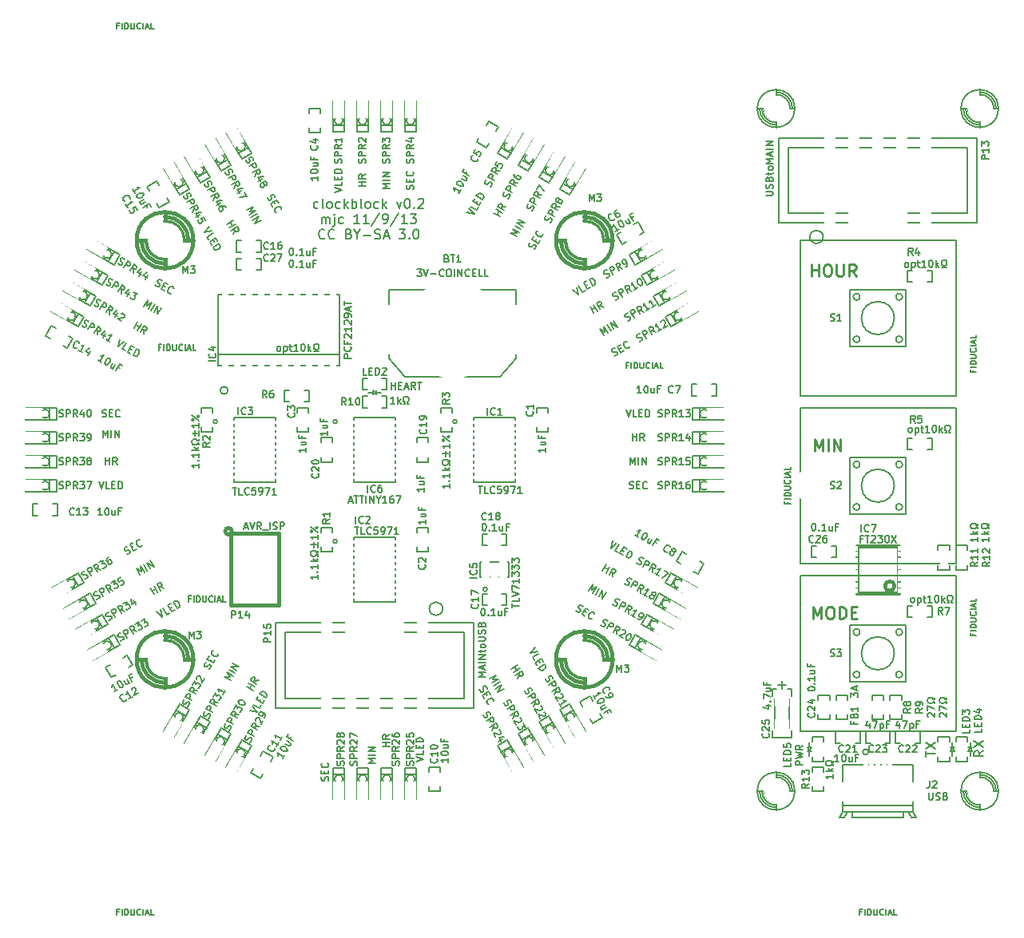
<source format=gto>
G04 (created by PCBNEW (2013-07-07 BZR 4022)-stable) date 11/9/2013 7:35:54 PM*
%MOIN*%
G04 Gerber Fmt 3.4, Leading zero omitted, Abs format*
%FSLAX34Y34*%
G01*
G70*
G90*
G04 APERTURE LIST*
%ADD10C,0.006*%
%ADD11C,0.008*%
%ADD12C,0.015*%
%ADD13C,0.00787402*%
%ADD14C,0.005*%
%ADD15C,0.00590551*%
%ADD16C,0.01*%
%ADD17C,0.104425*%
%ADD18R,0.0453701X0.159543*%
%ADD19C,0.021*%
%ADD20C,0.147732*%
%ADD21R,0.0335591X0.0335591*%
%ADD22R,0.0886772X0.0571811*%
%ADD23R,0.0611181X0.0709606*%
%ADD24C,0.407575*%
%ADD25R,0.104425X0.206787*%
%ADD26R,0.0729291X0.0729291*%
%ADD27C,0.0729291*%
%ADD28R,0.0685039X0.0173228*%
%ADD29R,0.109134X0.135906*%
%ADD30R,0.023622X0.0629921*%
%ADD31R,0.0984252X0.0826772*%
%ADD32R,0.0787402X0.0826772*%
%ADD33R,0.0268661X0.0839528*%
%ADD34R,0.0334646X0.0496063*%
%ADD35R,0.0611X0.0198*%
%ADD36R,0.0788346X0.0493071*%
%ADD37R,0.0493071X0.0788346*%
%ADD38C,0.131*%
%ADD39C,0.11811*%
G04 APERTURE END LIST*
G54D10*
G54D11*
X12645Y31107D02*
X12607Y31088D01*
X12530Y31088D01*
X12492Y31107D01*
X12473Y31126D01*
X12454Y31164D01*
X12454Y31278D01*
X12473Y31316D01*
X12492Y31335D01*
X12530Y31354D01*
X12607Y31354D01*
X12645Y31335D01*
X12873Y31088D02*
X12835Y31107D01*
X12816Y31145D01*
X12816Y31488D01*
X13083Y31088D02*
X13045Y31107D01*
X13026Y31126D01*
X13007Y31164D01*
X13007Y31278D01*
X13026Y31316D01*
X13045Y31335D01*
X13083Y31354D01*
X13140Y31354D01*
X13178Y31335D01*
X13197Y31316D01*
X13216Y31278D01*
X13216Y31164D01*
X13197Y31126D01*
X13178Y31107D01*
X13140Y31088D01*
X13083Y31088D01*
X13559Y31107D02*
X13521Y31088D01*
X13445Y31088D01*
X13407Y31107D01*
X13388Y31126D01*
X13369Y31164D01*
X13369Y31278D01*
X13388Y31316D01*
X13407Y31335D01*
X13445Y31354D01*
X13521Y31354D01*
X13559Y31335D01*
X13730Y31088D02*
X13730Y31488D01*
X13769Y31240D02*
X13883Y31088D01*
X13883Y31354D02*
X13730Y31202D01*
X14054Y31088D02*
X14054Y31488D01*
X14054Y31335D02*
X14092Y31354D01*
X14169Y31354D01*
X14207Y31335D01*
X14226Y31316D01*
X14245Y31278D01*
X14245Y31164D01*
X14226Y31126D01*
X14207Y31107D01*
X14169Y31088D01*
X14092Y31088D01*
X14054Y31107D01*
X14473Y31088D02*
X14435Y31107D01*
X14416Y31145D01*
X14416Y31488D01*
X14683Y31088D02*
X14645Y31107D01*
X14626Y31126D01*
X14607Y31164D01*
X14607Y31278D01*
X14626Y31316D01*
X14645Y31335D01*
X14683Y31354D01*
X14740Y31354D01*
X14778Y31335D01*
X14797Y31316D01*
X14816Y31278D01*
X14816Y31164D01*
X14797Y31126D01*
X14778Y31107D01*
X14740Y31088D01*
X14683Y31088D01*
X15159Y31107D02*
X15121Y31088D01*
X15045Y31088D01*
X15007Y31107D01*
X14988Y31126D01*
X14969Y31164D01*
X14969Y31278D01*
X14988Y31316D01*
X15007Y31335D01*
X15045Y31354D01*
X15121Y31354D01*
X15159Y31335D01*
X15330Y31088D02*
X15330Y31488D01*
X15369Y31240D02*
X15483Y31088D01*
X15483Y31354D02*
X15330Y31202D01*
X15921Y31354D02*
X16016Y31088D01*
X16111Y31354D01*
X16340Y31488D02*
X16378Y31488D01*
X16416Y31469D01*
X16435Y31450D01*
X16454Y31411D01*
X16473Y31335D01*
X16473Y31240D01*
X16454Y31164D01*
X16435Y31126D01*
X16416Y31107D01*
X16378Y31088D01*
X16340Y31088D01*
X16302Y31107D01*
X16283Y31126D01*
X16264Y31164D01*
X16245Y31240D01*
X16245Y31335D01*
X16264Y31411D01*
X16283Y31450D01*
X16302Y31469D01*
X16340Y31488D01*
X16645Y31126D02*
X16664Y31107D01*
X16645Y31088D01*
X16626Y31107D01*
X16645Y31126D01*
X16645Y31088D01*
X16816Y31450D02*
X16835Y31469D01*
X16873Y31488D01*
X16969Y31488D01*
X17007Y31469D01*
X17026Y31450D01*
X17045Y31411D01*
X17045Y31373D01*
X17026Y31316D01*
X16797Y31088D01*
X17045Y31088D01*
X12788Y30448D02*
X12788Y30714D01*
X12788Y30676D02*
X12807Y30695D01*
X12845Y30714D01*
X12902Y30714D01*
X12940Y30695D01*
X12959Y30657D01*
X12959Y30448D01*
X12959Y30657D02*
X12978Y30695D01*
X13016Y30714D01*
X13073Y30714D01*
X13111Y30695D01*
X13130Y30657D01*
X13130Y30448D01*
X13321Y30714D02*
X13321Y30371D01*
X13302Y30333D01*
X13264Y30314D01*
X13245Y30314D01*
X13321Y30848D02*
X13302Y30829D01*
X13321Y30810D01*
X13340Y30829D01*
X13321Y30848D01*
X13321Y30810D01*
X13683Y30467D02*
X13645Y30448D01*
X13569Y30448D01*
X13530Y30467D01*
X13511Y30486D01*
X13492Y30524D01*
X13492Y30638D01*
X13511Y30676D01*
X13530Y30695D01*
X13569Y30714D01*
X13645Y30714D01*
X13683Y30695D01*
X14369Y30448D02*
X14140Y30448D01*
X14254Y30448D02*
X14254Y30848D01*
X14216Y30790D01*
X14178Y30752D01*
X14140Y30733D01*
X14750Y30448D02*
X14521Y30448D01*
X14635Y30448D02*
X14635Y30848D01*
X14597Y30790D01*
X14559Y30752D01*
X14521Y30733D01*
X15207Y30867D02*
X14864Y30352D01*
X15359Y30448D02*
X15435Y30448D01*
X15473Y30467D01*
X15492Y30486D01*
X15530Y30543D01*
X15550Y30619D01*
X15550Y30771D01*
X15530Y30810D01*
X15511Y30829D01*
X15473Y30848D01*
X15397Y30848D01*
X15359Y30829D01*
X15340Y30810D01*
X15321Y30771D01*
X15321Y30676D01*
X15340Y30638D01*
X15359Y30619D01*
X15397Y30600D01*
X15473Y30600D01*
X15511Y30619D01*
X15530Y30638D01*
X15550Y30676D01*
X16007Y30867D02*
X15664Y30352D01*
X16350Y30448D02*
X16121Y30448D01*
X16235Y30448D02*
X16235Y30848D01*
X16197Y30790D01*
X16159Y30752D01*
X16121Y30733D01*
X16483Y30848D02*
X16730Y30848D01*
X16597Y30695D01*
X16654Y30695D01*
X16692Y30676D01*
X16711Y30657D01*
X16730Y30619D01*
X16730Y30524D01*
X16711Y30486D01*
X16692Y30467D01*
X16654Y30448D01*
X16540Y30448D01*
X16502Y30467D01*
X16483Y30486D01*
X12911Y29846D02*
X12892Y29827D01*
X12835Y29808D01*
X12797Y29808D01*
X12740Y29827D01*
X12702Y29865D01*
X12683Y29903D01*
X12664Y29979D01*
X12664Y30036D01*
X12683Y30112D01*
X12702Y30150D01*
X12740Y30189D01*
X12797Y30208D01*
X12835Y30208D01*
X12892Y30189D01*
X12911Y30170D01*
X13311Y29846D02*
X13292Y29827D01*
X13235Y29808D01*
X13197Y29808D01*
X13140Y29827D01*
X13102Y29865D01*
X13083Y29903D01*
X13064Y29979D01*
X13064Y30036D01*
X13083Y30112D01*
X13102Y30150D01*
X13140Y30189D01*
X13197Y30208D01*
X13235Y30208D01*
X13292Y30189D01*
X13311Y30170D01*
X13921Y30017D02*
X13978Y29998D01*
X13997Y29979D01*
X14016Y29941D01*
X14016Y29884D01*
X13997Y29846D01*
X13978Y29827D01*
X13940Y29808D01*
X13788Y29808D01*
X13788Y30208D01*
X13921Y30208D01*
X13959Y30189D01*
X13978Y30170D01*
X13997Y30131D01*
X13997Y30093D01*
X13978Y30055D01*
X13959Y30036D01*
X13921Y30017D01*
X13788Y30017D01*
X14264Y29998D02*
X14264Y29808D01*
X14130Y30208D02*
X14264Y29998D01*
X14397Y30208D01*
X14530Y29960D02*
X14835Y29960D01*
X15007Y29827D02*
X15064Y29808D01*
X15159Y29808D01*
X15197Y29827D01*
X15216Y29846D01*
X15235Y29884D01*
X15235Y29922D01*
X15216Y29960D01*
X15197Y29979D01*
X15159Y29998D01*
X15083Y30017D01*
X15045Y30036D01*
X15026Y30055D01*
X15007Y30093D01*
X15007Y30131D01*
X15026Y30170D01*
X15045Y30189D01*
X15083Y30208D01*
X15178Y30208D01*
X15235Y30189D01*
X15388Y29922D02*
X15578Y29922D01*
X15350Y29808D02*
X15483Y30208D01*
X15616Y29808D01*
X16016Y30208D02*
X16264Y30208D01*
X16130Y30055D01*
X16188Y30055D01*
X16226Y30036D01*
X16245Y30017D01*
X16264Y29979D01*
X16264Y29884D01*
X16245Y29846D01*
X16226Y29827D01*
X16188Y29808D01*
X16073Y29808D01*
X16035Y29827D01*
X16016Y29846D01*
X16435Y29846D02*
X16454Y29827D01*
X16435Y29808D01*
X16416Y29827D01*
X16435Y29846D01*
X16435Y29808D01*
X16702Y30208D02*
X16740Y30208D01*
X16778Y30189D01*
X16797Y30170D01*
X16816Y30131D01*
X16835Y30055D01*
X16835Y29960D01*
X16816Y29884D01*
X16797Y29846D01*
X16778Y29827D01*
X16740Y29808D01*
X16702Y29808D01*
X16664Y29827D01*
X16645Y29846D01*
X16626Y29884D01*
X16607Y29960D01*
X16607Y30055D01*
X16626Y30131D01*
X16645Y30170D01*
X16664Y30189D01*
X16702Y30208D01*
X32750Y29750D02*
X32750Y23250D01*
X32750Y23250D02*
X39250Y23250D01*
X39250Y23250D02*
X39250Y29750D01*
X39250Y29750D02*
X32750Y29750D01*
X32750Y22750D02*
X39250Y22750D01*
X39250Y22750D02*
X39250Y16250D01*
X39250Y16250D02*
X32750Y16250D01*
X32750Y16250D02*
X32750Y22750D01*
X32750Y15750D02*
X39250Y15750D01*
X39250Y15750D02*
X39250Y9250D01*
X39250Y9250D02*
X32750Y9250D01*
X32750Y9250D02*
X32750Y15750D01*
X39757Y6750D02*
G75*
G03X40250Y6257I492J0D01*
G74*
G01*
X40742Y6750D02*
G75*
G03X40250Y7242I-492J0D01*
G74*
G01*
X39659Y6750D02*
G75*
G03X40250Y6159I590J0D01*
G74*
G01*
X39561Y6750D02*
G75*
G03X40250Y6061I688J0D01*
G74*
G01*
X40840Y6750D02*
G75*
G03X40250Y7340I-590J0D01*
G74*
G01*
X40938Y6750D02*
G75*
G03X40250Y7438I-688J0D01*
G74*
G01*
X40250Y6750D02*
X40250Y5962D01*
X40250Y6750D02*
X39462Y6750D01*
X40250Y7537D02*
X40250Y6750D01*
X40250Y6750D02*
X41037Y6750D01*
X41037Y6750D02*
G75*
G03X41037Y6750I-787J0D01*
G74*
G01*
X31257Y6750D02*
G75*
G03X31750Y6257I492J0D01*
G74*
G01*
X32242Y6750D02*
G75*
G03X31750Y7242I-492J0D01*
G74*
G01*
X31159Y6750D02*
G75*
G03X31750Y6159I590J0D01*
G74*
G01*
X31061Y6750D02*
G75*
G03X31750Y6061I688J0D01*
G74*
G01*
X32340Y6750D02*
G75*
G03X31750Y7340I-590J0D01*
G74*
G01*
X32438Y6750D02*
G75*
G03X31750Y7438I-688J0D01*
G74*
G01*
X31750Y6750D02*
X31750Y5962D01*
X31750Y6750D02*
X30962Y6750D01*
X31750Y7537D02*
X31750Y6750D01*
X31750Y6750D02*
X32537Y6750D01*
X32537Y6750D02*
G75*
G03X32537Y6750I-787J0D01*
G74*
G01*
X39757Y35250D02*
G75*
G03X40250Y34757I492J0D01*
G74*
G01*
X40742Y35250D02*
G75*
G03X40250Y35742I-492J0D01*
G74*
G01*
X39659Y35250D02*
G75*
G03X40250Y34659I590J0D01*
G74*
G01*
X39561Y35250D02*
G75*
G03X40250Y34561I688J0D01*
G74*
G01*
X40840Y35250D02*
G75*
G03X40250Y35840I-590J0D01*
G74*
G01*
X40938Y35250D02*
G75*
G03X40250Y35938I-688J0D01*
G74*
G01*
X40250Y35250D02*
X40250Y34462D01*
X40250Y35250D02*
X39462Y35250D01*
X40250Y36037D02*
X40250Y35250D01*
X40250Y35250D02*
X41037Y35250D01*
X41037Y35250D02*
G75*
G03X41037Y35250I-787J0D01*
G74*
G01*
X31257Y35250D02*
G75*
G03X31750Y34757I492J0D01*
G74*
G01*
X32242Y35250D02*
G75*
G03X31750Y35742I-492J0D01*
G74*
G01*
X31159Y35250D02*
G75*
G03X31750Y34659I590J0D01*
G74*
G01*
X31061Y35250D02*
G75*
G03X31750Y34561I688J0D01*
G74*
G01*
X32340Y35250D02*
G75*
G03X31750Y35840I-590J0D01*
G74*
G01*
X32438Y35250D02*
G75*
G03X31750Y35938I-688J0D01*
G74*
G01*
X31750Y35250D02*
X31750Y34462D01*
X31750Y35250D02*
X30962Y35250D01*
X31750Y36037D02*
X31750Y35250D01*
X31750Y35250D02*
X32537Y35250D01*
X32537Y35250D02*
G75*
G03X32537Y35250I-787J0D01*
G74*
G01*
X17837Y14362D02*
G75*
G03X17837Y14362I-278J0D01*
G74*
G01*
X11259Y13377D02*
X14015Y13377D01*
X14015Y13377D02*
X14015Y13771D01*
X15984Y13771D02*
X15984Y13377D01*
X15984Y13377D02*
X18740Y13377D01*
X18740Y13377D02*
X18740Y10622D01*
X18740Y10622D02*
X11259Y10622D01*
X11259Y10622D02*
X11259Y13377D01*
X15984Y13771D02*
X19133Y13771D01*
X19133Y13771D02*
X19133Y10228D01*
X19133Y10228D02*
X10866Y10228D01*
X10866Y10228D02*
X10866Y13771D01*
X10866Y13771D02*
X14015Y13771D01*
X33719Y29887D02*
G75*
G03X33719Y29887I-278J0D01*
G74*
G01*
X39740Y30872D02*
X36984Y30872D01*
X36984Y30872D02*
X36984Y30478D01*
X35015Y30478D02*
X35015Y30872D01*
X35015Y30872D02*
X32259Y30872D01*
X32259Y30872D02*
X32259Y33627D01*
X32259Y33627D02*
X39740Y33627D01*
X39740Y33627D02*
X39740Y30872D01*
X35015Y30478D02*
X31866Y30478D01*
X31866Y30478D02*
X31866Y34021D01*
X31866Y34021D02*
X40133Y34021D01*
X40133Y34021D02*
X40133Y30478D01*
X40133Y30478D02*
X36984Y30478D01*
G54D12*
X5265Y29750D02*
G75*
G03X6250Y28765I984J0D01*
G74*
G01*
X5462Y29750D02*
G75*
G03X6250Y28962I787J0D01*
G74*
G01*
X5659Y29750D02*
G75*
G03X6250Y29159I590J0D01*
G74*
G01*
X5856Y29750D02*
G75*
G03X6250Y29356I393J0D01*
G74*
G01*
X6053Y29750D02*
G75*
G03X6250Y29553I196J0D01*
G74*
G01*
X7234Y29750D02*
G75*
G03X6250Y30734I-984J0D01*
G74*
G01*
X7037Y29750D02*
G75*
G03X6250Y30537I-787J0D01*
G74*
G01*
X6840Y29750D02*
G75*
G03X6250Y30340I-590J0D01*
G74*
G01*
X6643Y29750D02*
G75*
G03X6250Y30143I-393J0D01*
G74*
G01*
X6446Y29750D02*
G75*
G03X6250Y29946I-196J0D01*
G74*
G01*
X6250Y29750D02*
X6250Y28568D01*
X6250Y29750D02*
X5068Y29750D01*
X6250Y29750D02*
X7431Y29750D01*
X6250Y29750D02*
X6250Y30931D01*
X7431Y29750D02*
G75*
G03X7431Y29750I-1181J0D01*
G74*
G01*
G54D13*
X33736Y6738D02*
X33263Y6738D01*
X33263Y6738D02*
X33263Y6935D01*
X33736Y6738D02*
X33736Y6935D01*
X33263Y7761D02*
X33736Y7761D01*
X33736Y7761D02*
X33736Y7564D01*
X33263Y7761D02*
X33263Y7564D01*
G54D14*
X33145Y8421D02*
X33145Y8224D01*
X33145Y8578D02*
X33145Y8775D01*
X33145Y8421D02*
X33066Y8578D01*
X33066Y8578D02*
X33224Y8578D01*
X33224Y8578D02*
X33145Y8421D01*
X33224Y8421D02*
X33066Y8421D01*
G54D13*
X33736Y7988D02*
X33263Y7988D01*
X33263Y7988D02*
X33263Y8185D01*
X33736Y7988D02*
X33736Y8185D01*
X33263Y9011D02*
X33736Y9011D01*
X33736Y9011D02*
X33736Y8814D01*
X33263Y9011D02*
X33263Y8814D01*
G54D11*
X37025Y13385D02*
G75*
G03X37025Y13385I-139J0D01*
G74*
G01*
X35253Y13385D02*
G75*
G03X35253Y13385I-139J0D01*
G74*
G01*
X35253Y11614D02*
G75*
G03X35253Y11614I-139J0D01*
G74*
G01*
X37025Y11614D02*
G75*
G03X37025Y11614I-139J0D01*
G74*
G01*
X37181Y13681D02*
X34818Y13681D01*
X34818Y13681D02*
X34818Y11318D01*
X34818Y11318D02*
X37181Y11318D01*
X37181Y11318D02*
X37181Y13681D01*
X36688Y12500D02*
G75*
G03X36688Y12500I-688J0D01*
G74*
G01*
X37025Y20385D02*
G75*
G03X37025Y20385I-139J0D01*
G74*
G01*
X35253Y20385D02*
G75*
G03X35253Y20385I-139J0D01*
G74*
G01*
X35253Y18614D02*
G75*
G03X35253Y18614I-139J0D01*
G74*
G01*
X37025Y18614D02*
G75*
G03X37025Y18614I-139J0D01*
G74*
G01*
X37181Y20681D02*
X34818Y20681D01*
X34818Y20681D02*
X34818Y18318D01*
X34818Y18318D02*
X37181Y18318D01*
X37181Y18318D02*
X37181Y20681D01*
X36688Y19500D02*
G75*
G03X36688Y19500I-688J0D01*
G74*
G01*
X37025Y27385D02*
G75*
G03X37025Y27385I-139J0D01*
G74*
G01*
X35253Y27385D02*
G75*
G03X35253Y27385I-139J0D01*
G74*
G01*
X35253Y25614D02*
G75*
G03X35253Y25614I-139J0D01*
G74*
G01*
X37025Y25614D02*
G75*
G03X37025Y25614I-139J0D01*
G74*
G01*
X37181Y27681D02*
X34818Y27681D01*
X34818Y27681D02*
X34818Y25318D01*
X34818Y25318D02*
X37181Y25318D01*
X37181Y25318D02*
X37181Y27681D01*
X36688Y26500D02*
G75*
G03X36688Y26500I-688J0D01*
G74*
G01*
G54D13*
X9238Y28513D02*
X9238Y28986D01*
X9238Y28986D02*
X9435Y28986D01*
X9238Y28513D02*
X9435Y28513D01*
X10261Y28986D02*
X10261Y28513D01*
X10261Y28513D02*
X10064Y28513D01*
X10261Y28986D02*
X10064Y28986D01*
G54D12*
X22765Y12250D02*
G75*
G03X23750Y11265I984J0D01*
G74*
G01*
X22962Y12250D02*
G75*
G03X23750Y11462I787J0D01*
G74*
G01*
X23159Y12250D02*
G75*
G03X23750Y11659I590J0D01*
G74*
G01*
X23356Y12250D02*
G75*
G03X23750Y11856I393J0D01*
G74*
G01*
X23553Y12250D02*
G75*
G03X23750Y12053I196J0D01*
G74*
G01*
X24734Y12250D02*
G75*
G03X23750Y13234I-984J0D01*
G74*
G01*
X24537Y12250D02*
G75*
G03X23750Y13037I-787J0D01*
G74*
G01*
X24340Y12250D02*
G75*
G03X23750Y12840I-590J0D01*
G74*
G01*
X24143Y12250D02*
G75*
G03X23750Y12643I-393J0D01*
G74*
G01*
X23946Y12250D02*
G75*
G03X23750Y12446I-196J0D01*
G74*
G01*
X23750Y12250D02*
X23750Y11068D01*
X23750Y12250D02*
X22568Y12250D01*
X23750Y12250D02*
X24931Y12250D01*
X23750Y12250D02*
X23750Y13431D01*
X24931Y12250D02*
G75*
G03X24931Y12250I-1181J0D01*
G74*
G01*
X5265Y12250D02*
G75*
G03X6250Y11265I984J0D01*
G74*
G01*
X5462Y12250D02*
G75*
G03X6250Y11462I787J0D01*
G74*
G01*
X5659Y12250D02*
G75*
G03X6250Y11659I590J0D01*
G74*
G01*
X5856Y12250D02*
G75*
G03X6250Y11856I393J0D01*
G74*
G01*
X6053Y12250D02*
G75*
G03X6250Y12053I196J0D01*
G74*
G01*
X7234Y12250D02*
G75*
G03X6250Y13234I-984J0D01*
G74*
G01*
X7037Y12250D02*
G75*
G03X6250Y13037I-787J0D01*
G74*
G01*
X6840Y12250D02*
G75*
G03X6250Y12840I-590J0D01*
G74*
G01*
X6643Y12250D02*
G75*
G03X6250Y12643I-393J0D01*
G74*
G01*
X6446Y12250D02*
G75*
G03X6250Y12446I-196J0D01*
G74*
G01*
X6250Y12250D02*
X6250Y11068D01*
X6250Y12250D02*
X5068Y12250D01*
X6250Y12250D02*
X7431Y12250D01*
X6250Y12250D02*
X6250Y13431D01*
X7431Y12250D02*
G75*
G03X7431Y12250I-1181J0D01*
G74*
G01*
X22765Y29750D02*
G75*
G03X23750Y28765I984J0D01*
G74*
G01*
X22962Y29750D02*
G75*
G03X23750Y28962I787J0D01*
G74*
G01*
X23159Y29750D02*
G75*
G03X23750Y29159I590J0D01*
G74*
G01*
X23356Y29750D02*
G75*
G03X23750Y29356I393J0D01*
G74*
G01*
X23553Y29750D02*
G75*
G03X23750Y29553I196J0D01*
G74*
G01*
X24734Y29750D02*
G75*
G03X23750Y30734I-984J0D01*
G74*
G01*
X24537Y29750D02*
G75*
G03X23750Y30537I-787J0D01*
G74*
G01*
X24340Y29750D02*
G75*
G03X23750Y30340I-590J0D01*
G74*
G01*
X24143Y29750D02*
G75*
G03X23750Y30143I-393J0D01*
G74*
G01*
X23946Y29750D02*
G75*
G03X23750Y29946I-196J0D01*
G74*
G01*
X23750Y29750D02*
X23750Y28568D01*
X23750Y29750D02*
X22568Y29750D01*
X23750Y29750D02*
X24931Y29750D01*
X23750Y29750D02*
X23750Y30931D01*
X24931Y29750D02*
G75*
G03X24931Y29750I-1181J0D01*
G74*
G01*
G54D11*
X32393Y9291D02*
X32393Y8976D01*
X32393Y8976D02*
X31606Y8976D01*
X31606Y8976D02*
X31606Y9291D01*
X32236Y11023D02*
X32393Y11023D01*
X32393Y11023D02*
X32393Y10708D01*
X31763Y11023D02*
X31606Y11023D01*
X31606Y11023D02*
X31606Y10708D01*
X32314Y10629D02*
X31685Y10629D01*
X31685Y10629D02*
X31685Y9370D01*
X31685Y9370D02*
X32314Y9370D01*
X32314Y9370D02*
X32314Y10629D01*
X31842Y11181D02*
X32157Y11181D01*
X32000Y11338D02*
X32000Y11023D01*
X20907Y24818D02*
X20218Y24031D01*
X20218Y24031D02*
X16281Y24031D01*
X16281Y24031D02*
X15592Y24818D01*
X15592Y24818D02*
X15592Y27673D01*
X15592Y27673D02*
X20907Y27673D01*
X20907Y27673D02*
X20907Y24818D01*
G54D13*
X5499Y31985D02*
X5908Y32221D01*
X5908Y32221D02*
X6007Y32050D01*
X5499Y31985D02*
X5597Y31814D01*
X6420Y31334D02*
X6011Y31098D01*
X6011Y31098D02*
X5912Y31269D01*
X6420Y31334D02*
X6322Y31505D01*
X1278Y25761D02*
X1514Y26170D01*
X1514Y26170D02*
X1685Y26072D01*
X1278Y25761D02*
X1449Y25662D01*
X2401Y25658D02*
X2165Y25249D01*
X2165Y25249D02*
X1994Y25347D01*
X2401Y25658D02*
X2230Y25757D01*
X37238Y14013D02*
X37238Y14486D01*
X37238Y14486D02*
X37435Y14486D01*
X37238Y14013D02*
X37435Y14013D01*
X38261Y14486D02*
X38261Y14013D01*
X38261Y14013D02*
X38064Y14013D01*
X38261Y14486D02*
X38064Y14486D01*
X35261Y9236D02*
X35261Y8763D01*
X35261Y8763D02*
X35064Y8763D01*
X35261Y9236D02*
X35064Y9236D01*
X34238Y8763D02*
X34238Y9236D01*
X34238Y9236D02*
X34435Y9236D01*
X34238Y8763D02*
X34435Y8763D01*
X34736Y9738D02*
X34263Y9738D01*
X34263Y9738D02*
X34263Y9935D01*
X34736Y9738D02*
X34736Y9935D01*
X34263Y10761D02*
X34736Y10761D01*
X34736Y10761D02*
X34736Y10564D01*
X34263Y10761D02*
X34263Y10564D01*
X33513Y10761D02*
X33986Y10761D01*
X33986Y10761D02*
X33986Y10564D01*
X33513Y10761D02*
X33513Y10564D01*
X33986Y9738D02*
X33513Y9738D01*
X33513Y9738D02*
X33513Y9935D01*
X33986Y9738D02*
X33986Y9935D01*
X37761Y9236D02*
X37761Y8763D01*
X37761Y8763D02*
X37564Y8763D01*
X37761Y9236D02*
X37564Y9236D01*
X36738Y8763D02*
X36738Y9236D01*
X36738Y9236D02*
X36935Y9236D01*
X36738Y8763D02*
X36935Y8763D01*
X35488Y8763D02*
X35488Y9236D01*
X35488Y9236D02*
X35685Y9236D01*
X35488Y8763D02*
X35685Y8763D01*
X36511Y9236D02*
X36511Y8763D01*
X36511Y8763D02*
X36314Y8763D01*
X36511Y9236D02*
X36314Y9236D01*
X36236Y9738D02*
X35763Y9738D01*
X35763Y9738D02*
X35763Y9935D01*
X36236Y9738D02*
X36236Y9935D01*
X35763Y10761D02*
X36236Y10761D01*
X36236Y10761D02*
X36236Y10564D01*
X35763Y10761D02*
X35763Y10564D01*
X738Y18263D02*
X738Y18736D01*
X738Y18736D02*
X935Y18736D01*
X738Y18263D02*
X935Y18263D01*
X1761Y18736D02*
X1761Y18263D01*
X1761Y18263D02*
X1564Y18263D01*
X1761Y18736D02*
X1564Y18736D01*
X33238Y16513D02*
X33238Y16986D01*
X33238Y16986D02*
X33435Y16986D01*
X33238Y16513D02*
X33435Y16513D01*
X34261Y16986D02*
X34261Y16513D01*
X34261Y16513D02*
X34064Y16513D01*
X34261Y16986D02*
X34064Y16986D01*
X38513Y17011D02*
X38986Y17011D01*
X38986Y17011D02*
X38986Y16814D01*
X38513Y17011D02*
X38513Y16814D01*
X38986Y15988D02*
X38513Y15988D01*
X38513Y15988D02*
X38513Y16185D01*
X38986Y15988D02*
X38986Y16185D01*
X39263Y17011D02*
X39736Y17011D01*
X39736Y17011D02*
X39736Y16814D01*
X39263Y17011D02*
X39263Y16814D01*
X39736Y15988D02*
X39263Y15988D01*
X39263Y15988D02*
X39263Y16185D01*
X39736Y15988D02*
X39736Y16185D01*
X10261Y29736D02*
X10261Y29263D01*
X10261Y29263D02*
X10064Y29263D01*
X10261Y29736D02*
X10064Y29736D01*
X9238Y29263D02*
X9238Y29736D01*
X9238Y29736D02*
X9435Y29736D01*
X9238Y29263D02*
X9435Y29263D01*
X11238Y23013D02*
X11238Y23486D01*
X11238Y23486D02*
X11435Y23486D01*
X11238Y23013D02*
X11435Y23013D01*
X12261Y23486D02*
X12261Y23013D01*
X12261Y23013D02*
X12064Y23013D01*
X12261Y23486D02*
X12064Y23486D01*
X7763Y22761D02*
X8236Y22761D01*
X8236Y22761D02*
X8236Y22564D01*
X7763Y22761D02*
X7763Y22564D01*
X8236Y21738D02*
X7763Y21738D01*
X7763Y21738D02*
X7763Y21935D01*
X8236Y21738D02*
X8236Y21935D01*
X18236Y21738D02*
X17763Y21738D01*
X17763Y21738D02*
X17763Y21935D01*
X18236Y21738D02*
X18236Y21935D01*
X17763Y22761D02*
X18236Y22761D01*
X18236Y22761D02*
X18236Y22564D01*
X17763Y22761D02*
X17763Y22564D01*
X37238Y28013D02*
X37238Y28486D01*
X37238Y28486D02*
X37435Y28486D01*
X37238Y28013D02*
X37435Y28013D01*
X38261Y28486D02*
X38261Y28013D01*
X38261Y28013D02*
X38064Y28013D01*
X38261Y28486D02*
X38064Y28486D01*
X37238Y21013D02*
X37238Y21486D01*
X37238Y21486D02*
X37435Y21486D01*
X37238Y21013D02*
X37435Y21013D01*
X38261Y21486D02*
X38261Y21013D01*
X38261Y21013D02*
X38064Y21013D01*
X38261Y21486D02*
X38064Y21486D01*
X36986Y9738D02*
X36513Y9738D01*
X36513Y9738D02*
X36513Y9935D01*
X36986Y9738D02*
X36986Y9935D01*
X36513Y10761D02*
X36986Y10761D01*
X36986Y10761D02*
X36986Y10564D01*
X36513Y10761D02*
X36513Y10564D01*
X17236Y20488D02*
X16763Y20488D01*
X16763Y20488D02*
X16763Y20685D01*
X17236Y20488D02*
X17236Y20685D01*
X16763Y21511D02*
X17236Y21511D01*
X17236Y21511D02*
X17236Y21314D01*
X16763Y21511D02*
X16763Y21314D01*
X12763Y21511D02*
X13236Y21511D01*
X13236Y21511D02*
X13236Y21314D01*
X12763Y21511D02*
X12763Y21314D01*
X13236Y20488D02*
X12763Y20488D01*
X12763Y20488D02*
X12763Y20685D01*
X13236Y20488D02*
X13236Y20685D01*
X15511Y23236D02*
X15511Y22763D01*
X15511Y22763D02*
X15314Y22763D01*
X15511Y23236D02*
X15314Y23236D01*
X14488Y22763D02*
X14488Y23236D01*
X14488Y23236D02*
X14685Y23236D01*
X14488Y22763D02*
X14685Y22763D01*
X11763Y22761D02*
X12236Y22761D01*
X12236Y22761D02*
X12236Y22564D01*
X11763Y22761D02*
X11763Y22564D01*
X12236Y21738D02*
X11763Y21738D01*
X11763Y21738D02*
X11763Y21935D01*
X12236Y21738D02*
X12236Y21935D01*
X16763Y17761D02*
X17236Y17761D01*
X17236Y17761D02*
X17236Y17564D01*
X16763Y17761D02*
X16763Y17564D01*
X17236Y16738D02*
X16763Y16738D01*
X16763Y16738D02*
X16763Y16935D01*
X17236Y16738D02*
X17236Y16935D01*
X12763Y17761D02*
X13236Y17761D01*
X13236Y17761D02*
X13236Y17564D01*
X12763Y17761D02*
X12763Y17564D01*
X13236Y16738D02*
X12763Y16738D01*
X12763Y16738D02*
X12763Y16935D01*
X13236Y16738D02*
X13236Y16935D01*
X21763Y22761D02*
X22236Y22761D01*
X22236Y22761D02*
X22236Y22564D01*
X21763Y22761D02*
X21763Y22564D01*
X22236Y21738D02*
X21763Y21738D01*
X21763Y21738D02*
X21763Y21935D01*
X22236Y21738D02*
X22236Y21935D01*
X20511Y14986D02*
X20511Y14513D01*
X20511Y14513D02*
X20314Y14513D01*
X20511Y14986D02*
X20314Y14986D01*
X19488Y14513D02*
X19488Y14986D01*
X19488Y14986D02*
X19685Y14986D01*
X19488Y14513D02*
X19685Y14513D01*
X20511Y17486D02*
X20511Y17013D01*
X20511Y17013D02*
X20314Y17013D01*
X20511Y17486D02*
X20314Y17486D01*
X19488Y17013D02*
X19488Y17486D01*
X19488Y17486D02*
X19685Y17486D01*
X19488Y17013D02*
X19685Y17013D01*
X19761Y34721D02*
X20170Y34485D01*
X20170Y34485D02*
X20072Y34314D01*
X19761Y34721D02*
X19662Y34550D01*
X19658Y33598D02*
X19249Y33834D01*
X19249Y33834D02*
X19347Y34005D01*
X19658Y33598D02*
X19757Y33769D01*
X29261Y23736D02*
X29261Y23263D01*
X29261Y23263D02*
X29064Y23263D01*
X29261Y23736D02*
X29064Y23736D01*
X28238Y23263D02*
X28238Y23736D01*
X28238Y23736D02*
X28435Y23736D01*
X28238Y23263D02*
X28435Y23263D01*
X25985Y30500D02*
X26221Y30091D01*
X26221Y30091D02*
X26050Y29992D01*
X25985Y30500D02*
X25814Y30402D01*
X25334Y29579D02*
X25098Y29988D01*
X25098Y29988D02*
X25269Y30087D01*
X25334Y29579D02*
X25505Y29677D01*
X12263Y35261D02*
X12736Y35261D01*
X12736Y35261D02*
X12736Y35064D01*
X12263Y35261D02*
X12263Y35064D01*
X12736Y34238D02*
X12263Y34238D01*
X12263Y34238D02*
X12263Y34435D01*
X12736Y34238D02*
X12736Y34435D01*
X24500Y9814D02*
X24091Y9578D01*
X24091Y9578D02*
X23992Y9749D01*
X24500Y9814D02*
X24402Y9985D01*
X23579Y10465D02*
X23988Y10701D01*
X23988Y10701D02*
X24087Y10530D01*
X23579Y10465D02*
X23677Y10294D01*
X10238Y7278D02*
X9829Y7514D01*
X9829Y7514D02*
X9927Y7685D01*
X10238Y7278D02*
X10337Y7449D01*
X10341Y8401D02*
X10750Y8165D01*
X10750Y8165D02*
X10652Y7994D01*
X10341Y8401D02*
X10242Y8230D01*
X17736Y6738D02*
X17263Y6738D01*
X17263Y6738D02*
X17263Y6935D01*
X17736Y6738D02*
X17736Y6935D01*
X17263Y7761D02*
X17736Y7761D01*
X17736Y7761D02*
X17736Y7564D01*
X17263Y7761D02*
X17263Y7564D01*
X4014Y11499D02*
X3778Y11908D01*
X3778Y11908D02*
X3949Y12007D01*
X4014Y11499D02*
X4185Y11597D01*
X4665Y12420D02*
X4901Y12011D01*
X4901Y12011D02*
X4730Y11912D01*
X4665Y12420D02*
X4494Y12322D01*
X28721Y16238D02*
X28485Y15829D01*
X28485Y15829D02*
X28314Y15927D01*
X28721Y16238D02*
X28550Y16337D01*
X27598Y16341D02*
X27834Y16750D01*
X27834Y16750D02*
X28005Y16652D01*
X27598Y16341D02*
X27769Y16242D01*
G54D14*
X39104Y8578D02*
X39104Y8775D01*
X39104Y8421D02*
X39104Y8224D01*
X39104Y8578D02*
X39183Y8421D01*
X39183Y8421D02*
X39025Y8421D01*
X39025Y8421D02*
X39104Y8578D01*
X39025Y8578D02*
X39183Y8578D01*
G54D13*
X38513Y9011D02*
X38986Y9011D01*
X38986Y9011D02*
X38986Y8814D01*
X38513Y9011D02*
X38513Y8814D01*
X38986Y7988D02*
X38513Y7988D01*
X38513Y7988D02*
X38513Y8185D01*
X38986Y7988D02*
X38986Y8185D01*
G54D14*
X39854Y8578D02*
X39854Y8775D01*
X39854Y8421D02*
X39854Y8224D01*
X39854Y8578D02*
X39933Y8421D01*
X39933Y8421D02*
X39775Y8421D01*
X39775Y8421D02*
X39854Y8578D01*
X39775Y8578D02*
X39933Y8578D01*
G54D13*
X39263Y9011D02*
X39736Y9011D01*
X39736Y9011D02*
X39736Y8814D01*
X39263Y9011D02*
X39263Y8814D01*
X39736Y7988D02*
X39263Y7988D01*
X39263Y7988D02*
X39263Y8185D01*
X39736Y7988D02*
X39736Y8185D01*
G54D14*
X15078Y23395D02*
X15275Y23395D01*
X14921Y23395D02*
X14724Y23395D01*
X15078Y23395D02*
X14921Y23316D01*
X14921Y23316D02*
X14921Y23474D01*
X14921Y23474D02*
X15078Y23395D01*
X15078Y23474D02*
X15078Y23316D01*
G54D13*
X15511Y23986D02*
X15511Y23513D01*
X15511Y23513D02*
X15314Y23513D01*
X15511Y23986D02*
X15314Y23986D01*
X14488Y23513D02*
X14488Y23986D01*
X14488Y23986D02*
X14685Y23986D01*
X14488Y23513D02*
X14685Y23513D01*
G54D12*
X9041Y17600D02*
G75*
G03X9041Y17600I-141J0D01*
G74*
G01*
X11000Y17500D02*
X9000Y17500D01*
X9000Y17500D02*
X9000Y14500D01*
X9000Y14500D02*
X11000Y14500D01*
X11000Y14500D02*
X11000Y17500D01*
G54D11*
X8425Y22181D02*
G75*
G03X8425Y22181I-78J0D01*
G74*
G01*
X9133Y22338D02*
X9133Y19661D01*
X9133Y19661D02*
X10866Y19661D01*
X10866Y19661D02*
X10866Y22338D01*
X10866Y22338D02*
X9133Y22338D01*
X13425Y17181D02*
G75*
G03X13425Y17181I-78J0D01*
G74*
G01*
X14133Y17338D02*
X14133Y14661D01*
X14133Y14661D02*
X15866Y14661D01*
X15866Y14661D02*
X15866Y17338D01*
X15866Y17338D02*
X14133Y17338D01*
X18425Y22181D02*
G75*
G03X18425Y22181I-78J0D01*
G74*
G01*
X19133Y22338D02*
X19133Y19661D01*
X19133Y19661D02*
X20866Y19661D01*
X20866Y19661D02*
X20866Y22338D01*
X20866Y22338D02*
X19133Y22338D01*
G54D13*
X34523Y7852D02*
X34523Y5883D01*
X37476Y5883D02*
X37476Y7852D01*
X35606Y8383D02*
G75*
G03X35606Y8383I-118J0D01*
G74*
G01*
X34917Y5883D02*
X34917Y5647D01*
X34917Y5647D02*
X37082Y5647D01*
X37082Y5647D02*
X37082Y5883D01*
X34720Y5883D02*
X34602Y5647D01*
X34523Y5883D02*
X34405Y5647D01*
X34405Y5647D02*
X34602Y5647D01*
X37279Y5883D02*
X37397Y5647D01*
X37476Y5883D02*
X37594Y5647D01*
X37594Y5647D02*
X37397Y5647D01*
X37476Y5883D02*
X34523Y5883D01*
G54D14*
X37476Y6159D02*
X34523Y6159D01*
G54D13*
X37476Y7852D02*
X34523Y7852D01*
G54D11*
X8874Y23480D02*
G75*
G03X8874Y23480I-157J0D01*
G74*
G01*
X8480Y24976D02*
X13519Y24976D01*
X13519Y24503D02*
X13519Y27496D01*
X13519Y27496D02*
X8480Y27496D01*
X8480Y27496D02*
X8480Y24503D01*
X8480Y24503D02*
X13519Y24503D01*
G54D15*
X19409Y15685D02*
X20590Y15685D01*
X20590Y15685D02*
X20590Y16314D01*
X20590Y16314D02*
X19409Y16314D01*
X19409Y16314D02*
X19409Y15685D01*
X19694Y15173D02*
G75*
G03X19694Y15173I-88J0D01*
G74*
G01*
G54D12*
X36689Y15311D02*
G75*
G03X36689Y15311I-197J0D01*
G74*
G01*
X35134Y15016D02*
X36866Y15016D01*
X36866Y15016D02*
X36866Y16984D01*
X36866Y16984D02*
X35134Y16984D01*
X35134Y16984D02*
X35134Y15016D01*
G54D11*
X1446Y19263D02*
X1446Y19736D01*
X423Y19421D02*
X816Y19421D01*
X816Y19421D02*
X816Y19578D01*
X816Y19578D02*
X423Y19578D01*
X423Y19263D02*
X1722Y19263D01*
X1722Y19263D02*
X1722Y19736D01*
X1722Y19736D02*
X423Y19736D01*
X423Y19736D02*
X423Y19263D01*
X1428Y19500D02*
G75*
G03X1428Y19500I-178J0D01*
G74*
G01*
X1446Y20263D02*
X1446Y20736D01*
X423Y20421D02*
X816Y20421D01*
X816Y20421D02*
X816Y20578D01*
X816Y20578D02*
X423Y20578D01*
X423Y20263D02*
X1722Y20263D01*
X1722Y20263D02*
X1722Y20736D01*
X1722Y20736D02*
X423Y20736D01*
X423Y20736D02*
X423Y20263D01*
X1428Y20500D02*
G75*
G03X1428Y20500I-178J0D01*
G74*
G01*
X2628Y15313D02*
X2392Y15722D01*
X1663Y14938D02*
X2004Y15135D01*
X2004Y15135D02*
X1925Y15271D01*
X1925Y15271D02*
X1584Y15074D01*
X1742Y14802D02*
X2867Y15451D01*
X2867Y15451D02*
X2631Y15860D01*
X2631Y15860D02*
X1505Y15211D01*
X1505Y15211D02*
X1742Y14802D01*
X2518Y15420D02*
G75*
G03X2518Y15420I-178J0D01*
G74*
G01*
X3128Y14453D02*
X2892Y14862D01*
X2163Y14078D02*
X2504Y14275D01*
X2504Y14275D02*
X2425Y14411D01*
X2425Y14411D02*
X2084Y14214D01*
X2242Y13942D02*
X3367Y14591D01*
X3367Y14591D02*
X3131Y15000D01*
X3131Y15000D02*
X2005Y14351D01*
X2005Y14351D02*
X2242Y13942D01*
X3018Y14560D02*
G75*
G03X3018Y14560I-178J0D01*
G74*
G01*
X3628Y13583D02*
X3392Y13992D01*
X2663Y13208D02*
X3004Y13405D01*
X3004Y13405D02*
X2925Y13541D01*
X2925Y13541D02*
X2584Y13344D01*
X2742Y13072D02*
X3867Y13721D01*
X3867Y13721D02*
X3631Y14130D01*
X3631Y14130D02*
X2505Y13481D01*
X2505Y13481D02*
X2742Y13072D01*
X3518Y13690D02*
G75*
G03X3518Y13690I-178J0D01*
G74*
G01*
X4128Y12723D02*
X3892Y13132D01*
X3163Y12348D02*
X3504Y12545D01*
X3504Y12545D02*
X3425Y12681D01*
X3425Y12681D02*
X3084Y12484D01*
X3242Y12212D02*
X4367Y12861D01*
X4367Y12861D02*
X4131Y13270D01*
X4131Y13270D02*
X3005Y12621D01*
X3005Y12621D02*
X3242Y12212D01*
X4018Y12830D02*
G75*
G03X4018Y12830I-178J0D01*
G74*
G01*
X7132Y9892D02*
X6723Y10128D01*
X6484Y9084D02*
X6681Y9425D01*
X6681Y9425D02*
X6545Y9504D01*
X6545Y9504D02*
X6348Y9163D01*
X6621Y9005D02*
X7270Y10131D01*
X7270Y10131D02*
X6861Y10367D01*
X6861Y10367D02*
X6212Y9242D01*
X6212Y9242D02*
X6621Y9005D01*
X7008Y9840D02*
G75*
G03X7008Y9840I-178J0D01*
G74*
G01*
X7992Y9392D02*
X7583Y9628D01*
X7344Y8584D02*
X7541Y8925D01*
X7541Y8925D02*
X7405Y9004D01*
X7405Y9004D02*
X7208Y8663D01*
X7481Y8505D02*
X8130Y9631D01*
X8130Y9631D02*
X7721Y9867D01*
X7721Y9867D02*
X7072Y8742D01*
X7072Y8742D02*
X7481Y8505D01*
X7868Y9340D02*
G75*
G03X7868Y9340I-178J0D01*
G74*
G01*
X8862Y8892D02*
X8453Y9128D01*
X8214Y8084D02*
X8411Y8425D01*
X8411Y8425D02*
X8275Y8504D01*
X8275Y8504D02*
X8078Y8163D01*
X8351Y8005D02*
X9000Y9131D01*
X9000Y9131D02*
X8591Y9367D01*
X8591Y9367D02*
X7942Y8242D01*
X7942Y8242D02*
X8351Y8005D01*
X8738Y8840D02*
G75*
G03X8738Y8840I-178J0D01*
G74*
G01*
X1446Y21263D02*
X1446Y21736D01*
X423Y21421D02*
X816Y21421D01*
X816Y21421D02*
X816Y21578D01*
X816Y21578D02*
X423Y21578D01*
X423Y21263D02*
X1722Y21263D01*
X1722Y21263D02*
X1722Y21736D01*
X1722Y21736D02*
X423Y21736D01*
X423Y21736D02*
X423Y21263D01*
X1428Y21500D02*
G75*
G03X1428Y21500I-178J0D01*
G74*
G01*
X1446Y22263D02*
X1446Y22736D01*
X423Y22421D02*
X816Y22421D01*
X816Y22421D02*
X816Y22578D01*
X816Y22578D02*
X423Y22578D01*
X423Y22263D02*
X1722Y22263D01*
X1722Y22263D02*
X1722Y22736D01*
X1722Y22736D02*
X423Y22736D01*
X423Y22736D02*
X423Y22263D01*
X1428Y22500D02*
G75*
G03X1428Y22500I-178J0D01*
G74*
G01*
X2392Y26277D02*
X2628Y26686D01*
X1584Y26925D02*
X1925Y26728D01*
X1925Y26728D02*
X2004Y26864D01*
X2004Y26864D02*
X1663Y27061D01*
X1505Y26788D02*
X2631Y26139D01*
X2631Y26139D02*
X2867Y26548D01*
X2867Y26548D02*
X1742Y27197D01*
X1742Y27197D02*
X1505Y26788D01*
X2518Y26580D02*
G75*
G03X2518Y26580I-178J0D01*
G74*
G01*
X2892Y27137D02*
X3128Y27546D01*
X2084Y27785D02*
X2425Y27588D01*
X2425Y27588D02*
X2504Y27724D01*
X2504Y27724D02*
X2163Y27921D01*
X2005Y27648D02*
X3131Y26999D01*
X3131Y26999D02*
X3367Y27408D01*
X3367Y27408D02*
X2242Y28057D01*
X2242Y28057D02*
X2005Y27648D01*
X3018Y27440D02*
G75*
G03X3018Y27440I-178J0D01*
G74*
G01*
X3892Y28867D02*
X4128Y29276D01*
X3084Y29515D02*
X3425Y29318D01*
X3425Y29318D02*
X3504Y29454D01*
X3504Y29454D02*
X3163Y29651D01*
X3005Y29378D02*
X4131Y28729D01*
X4131Y28729D02*
X4367Y29138D01*
X4367Y29138D02*
X3242Y29787D01*
X3242Y29787D02*
X3005Y29378D01*
X4018Y29170D02*
G75*
G03X4018Y29170I-178J0D01*
G74*
G01*
X6723Y31871D02*
X7132Y32107D01*
X6348Y32836D02*
X6545Y32495D01*
X6545Y32495D02*
X6681Y32574D01*
X6681Y32574D02*
X6484Y32915D01*
X6212Y32757D02*
X6861Y31632D01*
X6861Y31632D02*
X7270Y31868D01*
X7270Y31868D02*
X6621Y32994D01*
X6621Y32994D02*
X6212Y32757D01*
X7008Y32160D02*
G75*
G03X7008Y32160I-178J0D01*
G74*
G01*
X7583Y32371D02*
X7992Y32607D01*
X7208Y33336D02*
X7405Y32995D01*
X7405Y32995D02*
X7541Y33074D01*
X7541Y33074D02*
X7344Y33415D01*
X7072Y33257D02*
X7721Y32132D01*
X7721Y32132D02*
X8130Y32368D01*
X8130Y32368D02*
X7481Y33494D01*
X7481Y33494D02*
X7072Y33257D01*
X7868Y32660D02*
G75*
G03X7868Y32660I-178J0D01*
G74*
G01*
X8453Y32871D02*
X8862Y33107D01*
X8078Y33836D02*
X8275Y33495D01*
X8275Y33495D02*
X8411Y33574D01*
X8411Y33574D02*
X8214Y33915D01*
X7942Y33757D02*
X8591Y32632D01*
X8591Y32632D02*
X9000Y32868D01*
X9000Y32868D02*
X8351Y33994D01*
X8351Y33994D02*
X7942Y33757D01*
X8738Y33160D02*
G75*
G03X8738Y33160I-178J0D01*
G74*
G01*
X9313Y33371D02*
X9722Y33607D01*
X8938Y34336D02*
X9135Y33995D01*
X9135Y33995D02*
X9271Y34074D01*
X9271Y34074D02*
X9074Y34415D01*
X8802Y34257D02*
X9451Y33132D01*
X9451Y33132D02*
X9860Y33368D01*
X9860Y33368D02*
X9211Y34494D01*
X9211Y34494D02*
X8802Y34257D01*
X9598Y33660D02*
G75*
G03X9598Y33660I-178J0D01*
G74*
G01*
X3392Y28007D02*
X3628Y28416D01*
X2584Y28655D02*
X2925Y28458D01*
X2925Y28458D02*
X3004Y28594D01*
X3004Y28594D02*
X2663Y28791D01*
X2505Y28518D02*
X3631Y27869D01*
X3631Y27869D02*
X3867Y28278D01*
X3867Y28278D02*
X2742Y28927D01*
X2742Y28927D02*
X2505Y28518D01*
X3518Y28310D02*
G75*
G03X3518Y28310I-178J0D01*
G74*
G01*
X22007Y32607D02*
X22416Y32371D01*
X22655Y33415D02*
X22458Y33074D01*
X22458Y33074D02*
X22594Y32995D01*
X22594Y32995D02*
X22791Y33336D01*
X22518Y33494D02*
X21869Y32368D01*
X21869Y32368D02*
X22278Y32132D01*
X22278Y32132D02*
X22927Y33257D01*
X22927Y33257D02*
X22518Y33494D01*
X22488Y32660D02*
G75*
G03X22488Y32660I-178J0D01*
G74*
G01*
X21137Y33107D02*
X21546Y32871D01*
X21785Y33915D02*
X21588Y33574D01*
X21588Y33574D02*
X21724Y33495D01*
X21724Y33495D02*
X21921Y33836D01*
X21648Y33994D02*
X20999Y32868D01*
X20999Y32868D02*
X21408Y32632D01*
X21408Y32632D02*
X22057Y33757D01*
X22057Y33757D02*
X21648Y33994D01*
X21618Y33160D02*
G75*
G03X21618Y33160I-178J0D01*
G74*
G01*
X20277Y33607D02*
X20686Y33371D01*
X20925Y34415D02*
X20728Y34074D01*
X20728Y34074D02*
X20864Y33995D01*
X20864Y33995D02*
X21061Y34336D01*
X20788Y34494D02*
X20139Y33368D01*
X20139Y33368D02*
X20548Y33132D01*
X20548Y33132D02*
X21197Y34257D01*
X21197Y34257D02*
X20788Y34494D01*
X20758Y33660D02*
G75*
G03X20758Y33660I-178J0D01*
G74*
G01*
X16263Y34553D02*
X16736Y34553D01*
X16421Y35576D02*
X16421Y35183D01*
X16421Y35183D02*
X16578Y35183D01*
X16578Y35183D02*
X16578Y35576D01*
X16263Y35576D02*
X16263Y34277D01*
X16263Y34277D02*
X16736Y34277D01*
X16736Y34277D02*
X16736Y35576D01*
X16736Y35576D02*
X16263Y35576D01*
X16678Y34750D02*
G75*
G03X16678Y34750I-178J0D01*
G74*
G01*
X15263Y34553D02*
X15736Y34553D01*
X15421Y35576D02*
X15421Y35183D01*
X15421Y35183D02*
X15578Y35183D01*
X15578Y35183D02*
X15578Y35576D01*
X15263Y35576D02*
X15263Y34277D01*
X15263Y34277D02*
X15736Y34277D01*
X15736Y34277D02*
X15736Y35576D01*
X15736Y35576D02*
X15263Y35576D01*
X15678Y34750D02*
G75*
G03X15678Y34750I-178J0D01*
G74*
G01*
X14263Y34553D02*
X14736Y34553D01*
X14421Y35576D02*
X14421Y35183D01*
X14421Y35183D02*
X14578Y35183D01*
X14578Y35183D02*
X14578Y35576D01*
X14263Y35576D02*
X14263Y34277D01*
X14263Y34277D02*
X14736Y34277D01*
X14736Y34277D02*
X14736Y35576D01*
X14736Y35576D02*
X14263Y35576D01*
X14678Y34750D02*
G75*
G03X14678Y34750I-178J0D01*
G74*
G01*
X13263Y34553D02*
X13736Y34553D01*
X13421Y35576D02*
X13421Y35183D01*
X13421Y35183D02*
X13578Y35183D01*
X13578Y35183D02*
X13578Y35576D01*
X13263Y35576D02*
X13263Y34277D01*
X13263Y34277D02*
X13736Y34277D01*
X13736Y34277D02*
X13736Y35576D01*
X13736Y35576D02*
X13263Y35576D01*
X13678Y34750D02*
G75*
G03X13678Y34750I-178J0D01*
G74*
G01*
X22867Y32107D02*
X23276Y31871D01*
X23515Y32915D02*
X23318Y32574D01*
X23318Y32574D02*
X23454Y32495D01*
X23454Y32495D02*
X23651Y32836D01*
X23378Y32994D02*
X22729Y31868D01*
X22729Y31868D02*
X23138Y31632D01*
X23138Y31632D02*
X23787Y32757D01*
X23787Y32757D02*
X23378Y32994D01*
X23348Y32160D02*
G75*
G03X23348Y32160I-178J0D01*
G74*
G01*
X25871Y29276D02*
X26107Y28867D01*
X26836Y29651D02*
X26495Y29454D01*
X26495Y29454D02*
X26574Y29318D01*
X26574Y29318D02*
X26915Y29515D01*
X26757Y29787D02*
X25632Y29138D01*
X25632Y29138D02*
X25868Y28729D01*
X25868Y28729D02*
X26994Y29378D01*
X26994Y29378D02*
X26757Y29787D01*
X26338Y29170D02*
G75*
G03X26338Y29170I-178J0D01*
G74*
G01*
X26371Y28416D02*
X26607Y28007D01*
X27336Y28791D02*
X26995Y28594D01*
X26995Y28594D02*
X27074Y28458D01*
X27074Y28458D02*
X27415Y28655D01*
X27257Y28927D02*
X26132Y28278D01*
X26132Y28278D02*
X26368Y27869D01*
X26368Y27869D02*
X27494Y28518D01*
X27494Y28518D02*
X27257Y28927D01*
X26838Y28310D02*
G75*
G03X26838Y28310I-178J0D01*
G74*
G01*
X26871Y27546D02*
X27107Y27137D01*
X27836Y27921D02*
X27495Y27724D01*
X27495Y27724D02*
X27574Y27588D01*
X27574Y27588D02*
X27915Y27785D01*
X27757Y28057D02*
X26632Y27408D01*
X26632Y27408D02*
X26868Y26999D01*
X26868Y26999D02*
X27994Y27648D01*
X27994Y27648D02*
X27757Y28057D01*
X27338Y27440D02*
G75*
G03X27338Y27440I-178J0D01*
G74*
G01*
X27371Y26686D02*
X27607Y26277D01*
X28336Y27061D02*
X27995Y26864D01*
X27995Y26864D02*
X28074Y26728D01*
X28074Y26728D02*
X28415Y26925D01*
X28257Y27197D02*
X27132Y26548D01*
X27132Y26548D02*
X27368Y26139D01*
X27368Y26139D02*
X28494Y26788D01*
X28494Y26788D02*
X28257Y27197D01*
X27838Y26580D02*
G75*
G03X27838Y26580I-178J0D01*
G74*
G01*
X28553Y22736D02*
X28553Y22263D01*
X29576Y22578D02*
X29183Y22578D01*
X29183Y22578D02*
X29183Y22421D01*
X29183Y22421D02*
X29576Y22421D01*
X29576Y22736D02*
X28277Y22736D01*
X28277Y22736D02*
X28277Y22263D01*
X28277Y22263D02*
X29576Y22263D01*
X29576Y22263D02*
X29576Y22736D01*
X28928Y22500D02*
G75*
G03X28928Y22500I-178J0D01*
G74*
G01*
X20686Y8628D02*
X20277Y8392D01*
X21061Y7663D02*
X20864Y8004D01*
X20864Y8004D02*
X20728Y7925D01*
X20728Y7925D02*
X20925Y7584D01*
X21197Y7742D02*
X20548Y8867D01*
X20548Y8867D02*
X20139Y8631D01*
X20139Y8631D02*
X20788Y7505D01*
X20788Y7505D02*
X21197Y7742D01*
X20758Y8340D02*
G75*
G03X20758Y8340I-178J0D01*
G74*
G01*
X28553Y20736D02*
X28553Y20263D01*
X29576Y20578D02*
X29183Y20578D01*
X29183Y20578D02*
X29183Y20421D01*
X29183Y20421D02*
X29576Y20421D01*
X29576Y20736D02*
X28277Y20736D01*
X28277Y20736D02*
X28277Y20263D01*
X28277Y20263D02*
X29576Y20263D01*
X29576Y20263D02*
X29576Y20736D01*
X28928Y20500D02*
G75*
G03X28928Y20500I-178J0D01*
G74*
G01*
X28553Y19736D02*
X28553Y19263D01*
X29576Y19578D02*
X29183Y19578D01*
X29183Y19578D02*
X29183Y19421D01*
X29183Y19421D02*
X29576Y19421D01*
X29576Y19736D02*
X28277Y19736D01*
X28277Y19736D02*
X28277Y19263D01*
X28277Y19263D02*
X29576Y19263D01*
X29576Y19263D02*
X29576Y19736D01*
X28928Y19500D02*
G75*
G03X28928Y19500I-178J0D01*
G74*
G01*
X27607Y15722D02*
X27371Y15313D01*
X28415Y15074D02*
X28074Y15271D01*
X28074Y15271D02*
X27995Y15135D01*
X27995Y15135D02*
X28336Y14938D01*
X28494Y15211D02*
X27368Y15860D01*
X27368Y15860D02*
X27132Y15451D01*
X27132Y15451D02*
X28257Y14802D01*
X28257Y14802D02*
X28494Y15211D01*
X27838Y15420D02*
G75*
G03X27838Y15420I-178J0D01*
G74*
G01*
X27107Y14862D02*
X26871Y14453D01*
X27915Y14214D02*
X27574Y14411D01*
X27574Y14411D02*
X27495Y14275D01*
X27495Y14275D02*
X27836Y14078D01*
X27994Y14351D02*
X26868Y15000D01*
X26868Y15000D02*
X26632Y14591D01*
X26632Y14591D02*
X27757Y13942D01*
X27757Y13942D02*
X27994Y14351D01*
X27338Y14560D02*
G75*
G03X27338Y14560I-178J0D01*
G74*
G01*
X26607Y13992D02*
X26371Y13583D01*
X27415Y13344D02*
X27074Y13541D01*
X27074Y13541D02*
X26995Y13405D01*
X26995Y13405D02*
X27336Y13208D01*
X27494Y13481D02*
X26368Y14130D01*
X26368Y14130D02*
X26132Y13721D01*
X26132Y13721D02*
X27257Y13072D01*
X27257Y13072D02*
X27494Y13481D01*
X26838Y13690D02*
G75*
G03X26838Y13690I-178J0D01*
G74*
G01*
X26107Y13132D02*
X25871Y12723D01*
X26915Y12484D02*
X26574Y12681D01*
X26574Y12681D02*
X26495Y12545D01*
X26495Y12545D02*
X26836Y12348D01*
X26994Y12621D02*
X25868Y13270D01*
X25868Y13270D02*
X25632Y12861D01*
X25632Y12861D02*
X26757Y12212D01*
X26757Y12212D02*
X26994Y12621D01*
X26338Y12830D02*
G75*
G03X26338Y12830I-178J0D01*
G74*
G01*
X23276Y10128D02*
X22867Y9892D01*
X23651Y9163D02*
X23454Y9504D01*
X23454Y9504D02*
X23318Y9425D01*
X23318Y9425D02*
X23515Y9084D01*
X23787Y9242D02*
X23138Y10367D01*
X23138Y10367D02*
X22729Y10131D01*
X22729Y10131D02*
X23378Y9005D01*
X23378Y9005D02*
X23787Y9242D01*
X23348Y9840D02*
G75*
G03X23348Y9840I-178J0D01*
G74*
G01*
X22416Y9628D02*
X22007Y9392D01*
X22791Y8663D02*
X22594Y9004D01*
X22594Y9004D02*
X22458Y8925D01*
X22458Y8925D02*
X22655Y8584D01*
X22927Y8742D02*
X22278Y9867D01*
X22278Y9867D02*
X21869Y9631D01*
X21869Y9631D02*
X22518Y8505D01*
X22518Y8505D02*
X22927Y8742D01*
X22488Y9340D02*
G75*
G03X22488Y9340I-178J0D01*
G74*
G01*
X21546Y9128D02*
X21137Y8892D01*
X21921Y8163D02*
X21724Y8504D01*
X21724Y8504D02*
X21588Y8425D01*
X21588Y8425D02*
X21785Y8084D01*
X22057Y8242D02*
X21408Y9367D01*
X21408Y9367D02*
X20999Y9131D01*
X20999Y9131D02*
X21648Y8005D01*
X21648Y8005D02*
X22057Y8242D01*
X21618Y8840D02*
G75*
G03X21618Y8840I-178J0D01*
G74*
G01*
X16736Y7446D02*
X16263Y7446D01*
X16578Y6423D02*
X16578Y6816D01*
X16578Y6816D02*
X16421Y6816D01*
X16421Y6816D02*
X16421Y6423D01*
X16736Y6423D02*
X16736Y7722D01*
X16736Y7722D02*
X16263Y7722D01*
X16263Y7722D02*
X16263Y6423D01*
X16263Y6423D02*
X16736Y6423D01*
X16678Y7250D02*
G75*
G03X16678Y7250I-178J0D01*
G74*
G01*
X15736Y7446D02*
X15263Y7446D01*
X15578Y6423D02*
X15578Y6816D01*
X15578Y6816D02*
X15421Y6816D01*
X15421Y6816D02*
X15421Y6423D01*
X15736Y6423D02*
X15736Y7722D01*
X15736Y7722D02*
X15263Y7722D01*
X15263Y7722D02*
X15263Y6423D01*
X15263Y6423D02*
X15736Y6423D01*
X15678Y7250D02*
G75*
G03X15678Y7250I-178J0D01*
G74*
G01*
X14736Y7446D02*
X14263Y7446D01*
X14578Y6423D02*
X14578Y6816D01*
X14578Y6816D02*
X14421Y6816D01*
X14421Y6816D02*
X14421Y6423D01*
X14736Y6423D02*
X14736Y7722D01*
X14736Y7722D02*
X14263Y7722D01*
X14263Y7722D02*
X14263Y6423D01*
X14263Y6423D02*
X14736Y6423D01*
X14678Y7250D02*
G75*
G03X14678Y7250I-178J0D01*
G74*
G01*
X13736Y7446D02*
X13263Y7446D01*
X13578Y6423D02*
X13578Y6816D01*
X13578Y6816D02*
X13421Y6816D01*
X13421Y6816D02*
X13421Y6423D01*
X13736Y6423D02*
X13736Y7722D01*
X13736Y7722D02*
X13263Y7722D01*
X13263Y7722D02*
X13263Y6423D01*
X13263Y6423D02*
X13736Y6423D01*
X13678Y7250D02*
G75*
G03X13678Y7250I-178J0D01*
G74*
G01*
X9722Y8392D02*
X9313Y8628D01*
X9074Y7584D02*
X9271Y7925D01*
X9271Y7925D02*
X9135Y8004D01*
X9135Y8004D02*
X8938Y7663D01*
X9211Y7505D02*
X9860Y8631D01*
X9860Y8631D02*
X9451Y8867D01*
X9451Y8867D02*
X8802Y7742D01*
X8802Y7742D02*
X9211Y7505D01*
X9598Y8340D02*
G75*
G03X9598Y8340I-178J0D01*
G74*
G01*
X28553Y21736D02*
X28553Y21263D01*
X29576Y21578D02*
X29183Y21578D01*
X29183Y21578D02*
X29183Y21421D01*
X29183Y21421D02*
X29576Y21421D01*
X29576Y21736D02*
X28277Y21736D01*
X28277Y21736D02*
X28277Y21263D01*
X28277Y21263D02*
X29576Y21263D01*
X29576Y21263D02*
X29576Y21736D01*
X28928Y21500D02*
G75*
G03X28928Y21500I-178J0D01*
G74*
G01*
X13425Y22181D02*
G75*
G03X13425Y22181I-78J0D01*
G74*
G01*
X14133Y22338D02*
X14133Y19661D01*
X14133Y19661D02*
X15866Y19661D01*
X15866Y19661D02*
X15866Y22338D01*
X15866Y22338D02*
X14133Y22338D01*
G54D10*
X10671Y12985D02*
X10371Y12985D01*
X10371Y13100D01*
X10385Y13128D01*
X10400Y13142D01*
X10428Y13157D01*
X10471Y13157D01*
X10500Y13142D01*
X10514Y13128D01*
X10528Y13100D01*
X10528Y12985D01*
X10671Y13442D02*
X10671Y13271D01*
X10671Y13357D02*
X10371Y13357D01*
X10414Y13328D01*
X10442Y13300D01*
X10457Y13271D01*
X10371Y13714D02*
X10371Y13571D01*
X10514Y13557D01*
X10500Y13571D01*
X10485Y13600D01*
X10485Y13671D01*
X10500Y13700D01*
X10514Y13714D01*
X10542Y13728D01*
X10614Y13728D01*
X10642Y13714D01*
X10657Y13700D01*
X10671Y13671D01*
X10671Y13600D01*
X10657Y13571D01*
X10642Y13557D01*
X19621Y11521D02*
X19321Y11521D01*
X19535Y11621D01*
X19321Y11721D01*
X19621Y11721D01*
X19535Y11850D02*
X19535Y11992D01*
X19621Y11821D02*
X19321Y11921D01*
X19621Y12021D01*
X19621Y12121D02*
X19321Y12121D01*
X19621Y12264D02*
X19321Y12264D01*
X19621Y12435D01*
X19321Y12435D01*
X19421Y12535D02*
X19421Y12650D01*
X19321Y12578D02*
X19578Y12578D01*
X19607Y12592D01*
X19621Y12621D01*
X19621Y12650D01*
X19621Y12792D02*
X19607Y12764D01*
X19592Y12750D01*
X19564Y12735D01*
X19478Y12735D01*
X19450Y12750D01*
X19435Y12764D01*
X19421Y12792D01*
X19421Y12835D01*
X19435Y12864D01*
X19450Y12878D01*
X19478Y12892D01*
X19564Y12892D01*
X19592Y12878D01*
X19607Y12864D01*
X19621Y12835D01*
X19621Y12792D01*
X19321Y13021D02*
X19564Y13021D01*
X19592Y13035D01*
X19607Y13050D01*
X19621Y13078D01*
X19621Y13135D01*
X19607Y13164D01*
X19592Y13178D01*
X19564Y13192D01*
X19321Y13192D01*
X19607Y13321D02*
X19621Y13364D01*
X19621Y13435D01*
X19607Y13464D01*
X19592Y13478D01*
X19564Y13492D01*
X19535Y13492D01*
X19507Y13478D01*
X19492Y13464D01*
X19478Y13435D01*
X19464Y13378D01*
X19450Y13350D01*
X19435Y13335D01*
X19407Y13321D01*
X19378Y13321D01*
X19350Y13335D01*
X19335Y13350D01*
X19321Y13378D01*
X19321Y13450D01*
X19335Y13492D01*
X19464Y13721D02*
X19478Y13764D01*
X19492Y13778D01*
X19521Y13792D01*
X19564Y13792D01*
X19592Y13778D01*
X19607Y13764D01*
X19621Y13735D01*
X19621Y13621D01*
X19321Y13621D01*
X19321Y13721D01*
X19335Y13750D01*
X19350Y13764D01*
X19378Y13778D01*
X19407Y13778D01*
X19435Y13764D01*
X19450Y13750D01*
X19464Y13721D01*
X19464Y13621D01*
X40621Y33135D02*
X40321Y33135D01*
X40321Y33250D01*
X40335Y33278D01*
X40350Y33292D01*
X40378Y33307D01*
X40421Y33307D01*
X40450Y33292D01*
X40464Y33278D01*
X40478Y33250D01*
X40478Y33135D01*
X40621Y33592D02*
X40621Y33421D01*
X40621Y33507D02*
X40321Y33507D01*
X40364Y33478D01*
X40392Y33450D01*
X40407Y33421D01*
X40321Y33692D02*
X40321Y33878D01*
X40435Y33778D01*
X40435Y33821D01*
X40450Y33850D01*
X40464Y33864D01*
X40492Y33878D01*
X40564Y33878D01*
X40592Y33864D01*
X40607Y33850D01*
X40621Y33821D01*
X40621Y33735D01*
X40607Y33707D01*
X40592Y33692D01*
X31321Y31621D02*
X31564Y31621D01*
X31592Y31635D01*
X31607Y31650D01*
X31621Y31678D01*
X31621Y31735D01*
X31607Y31764D01*
X31592Y31778D01*
X31564Y31792D01*
X31321Y31792D01*
X31607Y31921D02*
X31621Y31964D01*
X31621Y32035D01*
X31607Y32064D01*
X31592Y32078D01*
X31564Y32092D01*
X31535Y32092D01*
X31507Y32078D01*
X31492Y32064D01*
X31478Y32035D01*
X31464Y31978D01*
X31450Y31950D01*
X31435Y31935D01*
X31407Y31921D01*
X31378Y31921D01*
X31350Y31935D01*
X31335Y31950D01*
X31321Y31978D01*
X31321Y32050D01*
X31335Y32092D01*
X31464Y32321D02*
X31478Y32364D01*
X31492Y32378D01*
X31521Y32392D01*
X31564Y32392D01*
X31592Y32378D01*
X31607Y32364D01*
X31621Y32335D01*
X31621Y32221D01*
X31321Y32221D01*
X31321Y32321D01*
X31335Y32350D01*
X31350Y32364D01*
X31378Y32378D01*
X31407Y32378D01*
X31435Y32364D01*
X31450Y32350D01*
X31464Y32321D01*
X31464Y32221D01*
X31421Y32478D02*
X31421Y32592D01*
X31321Y32521D02*
X31578Y32521D01*
X31607Y32535D01*
X31621Y32564D01*
X31621Y32592D01*
X31621Y32735D02*
X31607Y32707D01*
X31592Y32692D01*
X31564Y32678D01*
X31478Y32678D01*
X31450Y32692D01*
X31435Y32707D01*
X31421Y32735D01*
X31421Y32778D01*
X31435Y32807D01*
X31450Y32821D01*
X31478Y32835D01*
X31564Y32835D01*
X31592Y32821D01*
X31607Y32807D01*
X31621Y32778D01*
X31621Y32735D01*
X31621Y32964D02*
X31321Y32964D01*
X31535Y33064D01*
X31321Y33164D01*
X31621Y33164D01*
X31535Y33292D02*
X31535Y33435D01*
X31621Y33264D02*
X31321Y33364D01*
X31621Y33464D01*
X31621Y33564D02*
X31321Y33564D01*
X31621Y33707D02*
X31321Y33707D01*
X31621Y33878D01*
X31321Y33878D01*
X7007Y28378D02*
X7007Y28678D01*
X7107Y28464D01*
X7207Y28678D01*
X7207Y28378D01*
X7321Y28678D02*
X7507Y28678D01*
X7407Y28564D01*
X7450Y28564D01*
X7478Y28550D01*
X7492Y28535D01*
X7507Y28507D01*
X7507Y28435D01*
X7492Y28407D01*
X7478Y28392D01*
X7450Y28378D01*
X7364Y28378D01*
X7335Y28392D01*
X7321Y28407D01*
X33121Y7057D02*
X32978Y6957D01*
X33121Y6885D02*
X32821Y6885D01*
X32821Y7000D01*
X32835Y7028D01*
X32850Y7042D01*
X32878Y7057D01*
X32921Y7057D01*
X32950Y7042D01*
X32964Y7028D01*
X32978Y7000D01*
X32978Y6885D01*
X33121Y7342D02*
X33121Y7171D01*
X33121Y7257D02*
X32821Y7257D01*
X32864Y7228D01*
X32892Y7200D01*
X32907Y7171D01*
X32821Y7442D02*
X32821Y7628D01*
X32935Y7528D01*
X32935Y7571D01*
X32950Y7600D01*
X32964Y7614D01*
X32992Y7628D01*
X33064Y7628D01*
X33092Y7614D01*
X33107Y7600D01*
X33121Y7571D01*
X33121Y7485D01*
X33107Y7457D01*
X33092Y7442D01*
X34121Y7442D02*
X34121Y7271D01*
X34121Y7357D02*
X33821Y7357D01*
X33864Y7328D01*
X33892Y7300D01*
X33907Y7271D01*
X34121Y7571D02*
X33821Y7571D01*
X34007Y7600D02*
X34121Y7685D01*
X33921Y7685D02*
X34035Y7571D01*
X34121Y7800D02*
X34121Y7871D01*
X34064Y7871D01*
X34050Y7842D01*
X34021Y7814D01*
X33978Y7800D01*
X33907Y7800D01*
X33864Y7814D01*
X33835Y7842D01*
X33821Y7885D01*
X33821Y7942D01*
X33835Y7985D01*
X33864Y8014D01*
X33907Y8028D01*
X33978Y8028D01*
X34021Y8014D01*
X34050Y7985D01*
X34064Y7957D01*
X34121Y7957D01*
X34121Y8028D01*
X32371Y7914D02*
X32371Y7771D01*
X32071Y7771D01*
X32214Y8014D02*
X32214Y8114D01*
X32371Y8157D02*
X32371Y8014D01*
X32071Y8014D01*
X32071Y8157D01*
X32371Y8285D02*
X32071Y8285D01*
X32071Y8357D01*
X32085Y8400D01*
X32114Y8428D01*
X32142Y8442D01*
X32200Y8457D01*
X32242Y8457D01*
X32300Y8442D01*
X32328Y8428D01*
X32357Y8400D01*
X32371Y8357D01*
X32371Y8285D01*
X32071Y8728D02*
X32071Y8585D01*
X32214Y8571D01*
X32200Y8585D01*
X32185Y8614D01*
X32185Y8685D01*
X32200Y8714D01*
X32214Y8728D01*
X32242Y8742D01*
X32314Y8742D01*
X32342Y8728D01*
X32357Y8714D01*
X32371Y8685D01*
X32371Y8614D01*
X32357Y8585D01*
X32342Y8571D01*
X32871Y7850D02*
X32571Y7850D01*
X32571Y7964D01*
X32585Y7992D01*
X32600Y8007D01*
X32628Y8021D01*
X32671Y8021D01*
X32700Y8007D01*
X32714Y7992D01*
X32728Y7964D01*
X32728Y7850D01*
X32571Y8121D02*
X32871Y8192D01*
X32657Y8250D01*
X32871Y8307D01*
X32571Y8378D01*
X32871Y8664D02*
X32728Y8564D01*
X32871Y8492D02*
X32571Y8492D01*
X32571Y8607D01*
X32585Y8635D01*
X32600Y8650D01*
X32628Y8664D01*
X32671Y8664D01*
X32700Y8650D01*
X32714Y8635D01*
X32728Y8607D01*
X32728Y8492D01*
X34021Y12392D02*
X34064Y12378D01*
X34135Y12378D01*
X34164Y12392D01*
X34178Y12407D01*
X34192Y12435D01*
X34192Y12464D01*
X34178Y12492D01*
X34164Y12507D01*
X34135Y12521D01*
X34078Y12535D01*
X34050Y12550D01*
X34035Y12564D01*
X34021Y12592D01*
X34021Y12621D01*
X34035Y12650D01*
X34050Y12664D01*
X34078Y12678D01*
X34150Y12678D01*
X34192Y12664D01*
X34292Y12678D02*
X34478Y12678D01*
X34378Y12564D01*
X34421Y12564D01*
X34450Y12550D01*
X34464Y12535D01*
X34478Y12507D01*
X34478Y12435D01*
X34464Y12407D01*
X34450Y12392D01*
X34421Y12378D01*
X34335Y12378D01*
X34307Y12392D01*
X34292Y12407D01*
G54D16*
X33295Y13947D02*
X33295Y14447D01*
X33461Y14090D01*
X33628Y14447D01*
X33628Y13947D01*
X33961Y14447D02*
X34057Y14447D01*
X34104Y14423D01*
X34152Y14376D01*
X34176Y14280D01*
X34176Y14114D01*
X34152Y14019D01*
X34104Y13971D01*
X34057Y13947D01*
X33961Y13947D01*
X33914Y13971D01*
X33866Y14019D01*
X33842Y14114D01*
X33842Y14280D01*
X33866Y14376D01*
X33914Y14423D01*
X33961Y14447D01*
X34390Y13947D02*
X34390Y14447D01*
X34509Y14447D01*
X34580Y14423D01*
X34628Y14376D01*
X34652Y14328D01*
X34676Y14233D01*
X34676Y14161D01*
X34652Y14066D01*
X34628Y14019D01*
X34580Y13971D01*
X34509Y13947D01*
X34390Y13947D01*
X34890Y14209D02*
X35057Y14209D01*
X35128Y13947D02*
X34890Y13947D01*
X34890Y14447D01*
X35128Y14447D01*
G54D10*
X34021Y19392D02*
X34064Y19378D01*
X34135Y19378D01*
X34164Y19392D01*
X34178Y19407D01*
X34192Y19435D01*
X34192Y19464D01*
X34178Y19492D01*
X34164Y19507D01*
X34135Y19521D01*
X34078Y19535D01*
X34050Y19550D01*
X34035Y19564D01*
X34021Y19592D01*
X34021Y19621D01*
X34035Y19650D01*
X34050Y19664D01*
X34078Y19678D01*
X34150Y19678D01*
X34192Y19664D01*
X34307Y19650D02*
X34321Y19664D01*
X34350Y19678D01*
X34421Y19678D01*
X34450Y19664D01*
X34464Y19650D01*
X34478Y19621D01*
X34478Y19592D01*
X34464Y19550D01*
X34292Y19378D01*
X34478Y19378D01*
G54D16*
X33352Y20947D02*
X33352Y21447D01*
X33519Y21090D01*
X33685Y21447D01*
X33685Y20947D01*
X33923Y20947D02*
X33923Y21447D01*
X34161Y20947D02*
X34161Y21447D01*
X34447Y20947D01*
X34447Y21447D01*
G54D10*
X34021Y26392D02*
X34064Y26378D01*
X34135Y26378D01*
X34164Y26392D01*
X34178Y26407D01*
X34192Y26435D01*
X34192Y26464D01*
X34178Y26492D01*
X34164Y26507D01*
X34135Y26521D01*
X34078Y26535D01*
X34050Y26550D01*
X34035Y26564D01*
X34021Y26592D01*
X34021Y26621D01*
X34035Y26650D01*
X34050Y26664D01*
X34078Y26678D01*
X34150Y26678D01*
X34192Y26664D01*
X34478Y26378D02*
X34307Y26378D01*
X34392Y26378D02*
X34392Y26678D01*
X34364Y26635D01*
X34335Y26607D01*
X34307Y26592D01*
G54D16*
X33233Y28247D02*
X33233Y28747D01*
X33233Y28509D02*
X33519Y28509D01*
X33519Y28247D02*
X33519Y28747D01*
X33852Y28747D02*
X33947Y28747D01*
X33995Y28723D01*
X34042Y28676D01*
X34066Y28580D01*
X34066Y28414D01*
X34042Y28319D01*
X33995Y28271D01*
X33947Y28247D01*
X33852Y28247D01*
X33804Y28271D01*
X33757Y28319D01*
X33733Y28414D01*
X33733Y28580D01*
X33757Y28676D01*
X33804Y28723D01*
X33852Y28747D01*
X34280Y28747D02*
X34280Y28342D01*
X34304Y28295D01*
X34328Y28271D01*
X34376Y28247D01*
X34471Y28247D01*
X34519Y28271D01*
X34542Y28295D01*
X34566Y28342D01*
X34566Y28747D01*
X35090Y28247D02*
X34923Y28485D01*
X34804Y28247D02*
X34804Y28747D01*
X34995Y28747D01*
X35042Y28723D01*
X35066Y28700D01*
X35090Y28652D01*
X35090Y28580D01*
X35066Y28533D01*
X35042Y28509D01*
X34995Y28485D01*
X34804Y28485D01*
G54D10*
X10557Y28907D02*
X10542Y28892D01*
X10500Y28878D01*
X10471Y28878D01*
X10428Y28892D01*
X10400Y28921D01*
X10385Y28950D01*
X10371Y29007D01*
X10371Y29050D01*
X10385Y29107D01*
X10400Y29135D01*
X10428Y29164D01*
X10471Y29178D01*
X10500Y29178D01*
X10542Y29164D01*
X10557Y29150D01*
X10671Y29150D02*
X10685Y29164D01*
X10714Y29178D01*
X10785Y29178D01*
X10814Y29164D01*
X10828Y29150D01*
X10842Y29121D01*
X10842Y29092D01*
X10828Y29050D01*
X10657Y28878D01*
X10842Y28878D01*
X10942Y29178D02*
X11142Y29178D01*
X11014Y28878D01*
X11507Y28928D02*
X11535Y28928D01*
X11564Y28914D01*
X11578Y28900D01*
X11592Y28871D01*
X11607Y28814D01*
X11607Y28742D01*
X11592Y28685D01*
X11578Y28657D01*
X11564Y28642D01*
X11535Y28628D01*
X11507Y28628D01*
X11478Y28642D01*
X11464Y28657D01*
X11450Y28685D01*
X11435Y28742D01*
X11435Y28814D01*
X11450Y28871D01*
X11464Y28900D01*
X11478Y28914D01*
X11507Y28928D01*
X11735Y28657D02*
X11750Y28642D01*
X11735Y28628D01*
X11721Y28642D01*
X11735Y28657D01*
X11735Y28628D01*
X12035Y28628D02*
X11864Y28628D01*
X11950Y28628D02*
X11950Y28928D01*
X11921Y28885D01*
X11892Y28857D01*
X11864Y28842D01*
X12292Y28828D02*
X12292Y28628D01*
X12164Y28828D02*
X12164Y28671D01*
X12178Y28642D01*
X12207Y28628D01*
X12250Y28628D01*
X12278Y28642D01*
X12292Y28657D01*
X12535Y28785D02*
X12435Y28785D01*
X12435Y28628D02*
X12435Y28928D01*
X12578Y28928D01*
X25107Y11728D02*
X25107Y12028D01*
X25207Y11814D01*
X25307Y12028D01*
X25307Y11728D01*
X25421Y12028D02*
X25607Y12028D01*
X25507Y11914D01*
X25550Y11914D01*
X25578Y11900D01*
X25592Y11885D01*
X25607Y11857D01*
X25607Y11785D01*
X25592Y11757D01*
X25578Y11742D01*
X25550Y11728D01*
X25464Y11728D01*
X25435Y11742D01*
X25421Y11757D01*
X7257Y13128D02*
X7257Y13428D01*
X7357Y13214D01*
X7457Y13428D01*
X7457Y13128D01*
X7571Y13428D02*
X7757Y13428D01*
X7657Y13314D01*
X7700Y13314D01*
X7728Y13300D01*
X7742Y13285D01*
X7757Y13257D01*
X7757Y13185D01*
X7742Y13157D01*
X7728Y13142D01*
X7700Y13128D01*
X7614Y13128D01*
X7585Y13142D01*
X7571Y13157D01*
X23957Y31378D02*
X23957Y31678D01*
X24057Y31464D01*
X24157Y31678D01*
X24157Y31378D01*
X24271Y31678D02*
X24457Y31678D01*
X24357Y31564D01*
X24400Y31564D01*
X24428Y31550D01*
X24442Y31535D01*
X24457Y31507D01*
X24457Y31435D01*
X24442Y31407D01*
X24428Y31392D01*
X24400Y31378D01*
X24314Y31378D01*
X24285Y31392D01*
X24271Y31407D01*
X31442Y9157D02*
X31457Y9142D01*
X31471Y9100D01*
X31471Y9071D01*
X31457Y9028D01*
X31428Y9000D01*
X31400Y8985D01*
X31342Y8971D01*
X31300Y8971D01*
X31242Y8985D01*
X31214Y9000D01*
X31185Y9028D01*
X31171Y9071D01*
X31171Y9100D01*
X31185Y9142D01*
X31200Y9157D01*
X31200Y9271D02*
X31185Y9285D01*
X31171Y9314D01*
X31171Y9385D01*
X31185Y9414D01*
X31200Y9428D01*
X31228Y9442D01*
X31257Y9442D01*
X31300Y9428D01*
X31471Y9257D01*
X31471Y9442D01*
X31171Y9714D02*
X31171Y9571D01*
X31314Y9557D01*
X31300Y9571D01*
X31285Y9600D01*
X31285Y9671D01*
X31300Y9700D01*
X31314Y9714D01*
X31342Y9728D01*
X31414Y9728D01*
X31442Y9714D01*
X31457Y9700D01*
X31471Y9671D01*
X31471Y9600D01*
X31457Y9571D01*
X31442Y9557D01*
X31321Y10328D02*
X31521Y10328D01*
X31207Y10257D02*
X31421Y10185D01*
X31421Y10371D01*
X31492Y10485D02*
X31507Y10500D01*
X31521Y10485D01*
X31507Y10471D01*
X31492Y10485D01*
X31521Y10485D01*
X31221Y10600D02*
X31221Y10800D01*
X31521Y10671D01*
X31321Y11042D02*
X31521Y11042D01*
X31321Y10914D02*
X31478Y10914D01*
X31507Y10928D01*
X31521Y10957D01*
X31521Y11000D01*
X31507Y11028D01*
X31492Y11042D01*
X31364Y11285D02*
X31364Y11185D01*
X31521Y11185D02*
X31221Y11185D01*
X31221Y11328D01*
X18014Y28988D02*
X18057Y28974D01*
X18071Y28959D01*
X18085Y28931D01*
X18085Y28888D01*
X18071Y28859D01*
X18057Y28845D01*
X18028Y28831D01*
X17914Y28831D01*
X17914Y29131D01*
X18014Y29131D01*
X18042Y29117D01*
X18057Y29102D01*
X18071Y29074D01*
X18071Y29045D01*
X18057Y29017D01*
X18042Y29002D01*
X18014Y28988D01*
X17914Y28988D01*
X18171Y29131D02*
X18342Y29131D01*
X18257Y28831D02*
X18257Y29131D01*
X18600Y28831D02*
X18428Y28831D01*
X18514Y28831D02*
X18514Y29131D01*
X18485Y29088D01*
X18457Y29059D01*
X18428Y29045D01*
X16771Y28540D02*
X16957Y28540D01*
X16857Y28426D01*
X16900Y28426D01*
X16928Y28412D01*
X16942Y28397D01*
X16957Y28369D01*
X16957Y28297D01*
X16942Y28269D01*
X16928Y28255D01*
X16900Y28240D01*
X16814Y28240D01*
X16785Y28255D01*
X16771Y28269D01*
X17042Y28540D02*
X17142Y28240D01*
X17242Y28540D01*
X17342Y28355D02*
X17571Y28355D01*
X17885Y28269D02*
X17871Y28255D01*
X17828Y28240D01*
X17800Y28240D01*
X17757Y28255D01*
X17728Y28283D01*
X17714Y28312D01*
X17700Y28369D01*
X17700Y28412D01*
X17714Y28469D01*
X17728Y28497D01*
X17757Y28526D01*
X17800Y28540D01*
X17828Y28540D01*
X17871Y28526D01*
X17885Y28512D01*
X18071Y28540D02*
X18128Y28540D01*
X18157Y28526D01*
X18185Y28497D01*
X18200Y28440D01*
X18200Y28340D01*
X18185Y28283D01*
X18157Y28255D01*
X18128Y28240D01*
X18071Y28240D01*
X18042Y28255D01*
X18014Y28283D01*
X18000Y28340D01*
X18000Y28440D01*
X18014Y28497D01*
X18042Y28526D01*
X18071Y28540D01*
X18328Y28240D02*
X18328Y28540D01*
X18471Y28240D02*
X18471Y28540D01*
X18642Y28240D01*
X18642Y28540D01*
X18957Y28269D02*
X18942Y28255D01*
X18900Y28240D01*
X18871Y28240D01*
X18828Y28255D01*
X18800Y28283D01*
X18785Y28312D01*
X18771Y28369D01*
X18771Y28412D01*
X18785Y28469D01*
X18800Y28497D01*
X18828Y28526D01*
X18871Y28540D01*
X18900Y28540D01*
X18942Y28526D01*
X18957Y28512D01*
X19085Y28397D02*
X19185Y28397D01*
X19228Y28240D02*
X19085Y28240D01*
X19085Y28540D01*
X19228Y28540D01*
X19500Y28240D02*
X19357Y28240D01*
X19357Y28540D01*
X19742Y28240D02*
X19600Y28240D01*
X19600Y28540D01*
X4573Y31370D02*
X4553Y31375D01*
X4519Y31405D01*
X4505Y31430D01*
X4496Y31474D01*
X4506Y31513D01*
X4524Y31540D01*
X4566Y31581D01*
X4604Y31602D01*
X4660Y31619D01*
X4692Y31620D01*
X4731Y31610D01*
X4765Y31580D01*
X4779Y31555D01*
X4788Y31511D01*
X4783Y31492D01*
X4691Y31108D02*
X4605Y31257D01*
X4648Y31183D02*
X4908Y31333D01*
X4856Y31336D01*
X4817Y31346D01*
X4791Y31364D01*
X5086Y31023D02*
X5015Y31147D01*
X4884Y31088D01*
X4904Y31083D01*
X4930Y31065D01*
X4966Y31003D01*
X4968Y30971D01*
X4963Y30952D01*
X4945Y30925D01*
X4883Y30890D01*
X4851Y30888D01*
X4832Y30893D01*
X4805Y30910D01*
X4769Y30972D01*
X4767Y31004D01*
X4773Y31024D01*
X4984Y31717D02*
X4898Y31866D01*
X4941Y31791D02*
X5201Y31941D01*
X5149Y31945D01*
X5110Y31955D01*
X5083Y31973D01*
X5336Y31706D02*
X5351Y31682D01*
X5352Y31650D01*
X5347Y31630D01*
X5330Y31604D01*
X5287Y31563D01*
X5225Y31527D01*
X5169Y31511D01*
X5137Y31509D01*
X5117Y31514D01*
X5091Y31532D01*
X5076Y31556D01*
X5075Y31588D01*
X5080Y31608D01*
X5097Y31634D01*
X5140Y31675D01*
X5202Y31711D01*
X5258Y31727D01*
X5290Y31729D01*
X5310Y31724D01*
X5336Y31706D01*
X5428Y31347D02*
X5255Y31247D01*
X5364Y31458D02*
X5228Y31380D01*
X5210Y31353D01*
X5212Y31321D01*
X5234Y31284D01*
X5260Y31267D01*
X5280Y31261D01*
X5513Y31115D02*
X5463Y31202D01*
X5326Y31123D02*
X5586Y31273D01*
X5658Y31150D01*
X2560Y25244D02*
X2541Y25239D01*
X2497Y25248D01*
X2472Y25262D01*
X2442Y25296D01*
X2431Y25335D01*
X2433Y25367D01*
X2450Y25423D01*
X2471Y25460D01*
X2512Y25503D01*
X2539Y25520D01*
X2578Y25531D01*
X2622Y25522D01*
X2647Y25507D01*
X2677Y25474D01*
X2682Y25454D01*
X2794Y25076D02*
X2645Y25162D01*
X2719Y25119D02*
X2869Y25379D01*
X2823Y25356D01*
X2784Y25346D01*
X2752Y25348D01*
X3116Y25121D02*
X3016Y24948D01*
X3112Y25256D02*
X2943Y25106D01*
X3103Y25013D01*
X3610Y24655D02*
X3462Y24741D01*
X3536Y24698D02*
X3686Y24958D01*
X3640Y24935D01*
X3601Y24924D01*
X3569Y24926D01*
X3921Y24822D02*
X3946Y24808D01*
X3964Y24781D01*
X3969Y24762D01*
X3967Y24730D01*
X3951Y24673D01*
X3915Y24611D01*
X3874Y24569D01*
X3847Y24551D01*
X3828Y24546D01*
X3796Y24548D01*
X3771Y24562D01*
X3754Y24589D01*
X3748Y24608D01*
X3750Y24640D01*
X3767Y24697D01*
X3802Y24759D01*
X3843Y24801D01*
X3870Y24819D01*
X3889Y24824D01*
X3921Y24822D01*
X4181Y24557D02*
X4081Y24384D01*
X4069Y24621D02*
X3991Y24485D01*
X3989Y24453D01*
X4006Y24426D01*
X4043Y24405D01*
X4075Y24403D01*
X4095Y24408D01*
X4369Y24398D02*
X4283Y24448D01*
X4204Y24312D02*
X4354Y24572D01*
X4478Y24501D01*
X38700Y14128D02*
X38600Y14271D01*
X38528Y14128D02*
X38528Y14428D01*
X38642Y14428D01*
X38671Y14414D01*
X38685Y14400D01*
X38700Y14371D01*
X38700Y14328D01*
X38685Y14300D01*
X38671Y14285D01*
X38642Y14271D01*
X38528Y14271D01*
X38800Y14428D02*
X39000Y14428D01*
X38871Y14128D01*
X37428Y14628D02*
X37400Y14642D01*
X37385Y14657D01*
X37371Y14685D01*
X37371Y14771D01*
X37385Y14800D01*
X37400Y14814D01*
X37428Y14828D01*
X37471Y14828D01*
X37500Y14814D01*
X37514Y14800D01*
X37528Y14771D01*
X37528Y14685D01*
X37514Y14657D01*
X37500Y14642D01*
X37471Y14628D01*
X37428Y14628D01*
X37657Y14828D02*
X37657Y14528D01*
X37657Y14814D02*
X37685Y14828D01*
X37742Y14828D01*
X37771Y14814D01*
X37785Y14800D01*
X37800Y14771D01*
X37800Y14685D01*
X37785Y14657D01*
X37771Y14642D01*
X37742Y14628D01*
X37685Y14628D01*
X37657Y14642D01*
X37885Y14828D02*
X38000Y14828D01*
X37928Y14928D02*
X37928Y14671D01*
X37942Y14642D01*
X37971Y14628D01*
X38000Y14628D01*
X38257Y14628D02*
X38085Y14628D01*
X38171Y14628D02*
X38171Y14928D01*
X38142Y14885D01*
X38114Y14857D01*
X38085Y14842D01*
X38442Y14928D02*
X38471Y14928D01*
X38500Y14914D01*
X38514Y14900D01*
X38528Y14871D01*
X38542Y14814D01*
X38542Y14742D01*
X38528Y14685D01*
X38514Y14657D01*
X38500Y14642D01*
X38471Y14628D01*
X38442Y14628D01*
X38414Y14642D01*
X38400Y14657D01*
X38385Y14685D01*
X38371Y14742D01*
X38371Y14814D01*
X38385Y14871D01*
X38400Y14900D01*
X38414Y14914D01*
X38442Y14928D01*
X38671Y14628D02*
X38671Y14928D01*
X38700Y14742D02*
X38785Y14628D01*
X38785Y14828D02*
X38671Y14714D01*
X38900Y14628D02*
X38971Y14628D01*
X38971Y14685D01*
X38942Y14700D01*
X38914Y14728D01*
X38900Y14771D01*
X38900Y14842D01*
X38914Y14885D01*
X38942Y14914D01*
X38985Y14928D01*
X39042Y14928D01*
X39085Y14914D01*
X39114Y14885D01*
X39128Y14842D01*
X39128Y14771D01*
X39114Y14728D01*
X39085Y14700D01*
X39057Y14685D01*
X39057Y14628D01*
X39128Y14628D01*
X34557Y8407D02*
X34542Y8392D01*
X34500Y8378D01*
X34471Y8378D01*
X34428Y8392D01*
X34400Y8421D01*
X34385Y8450D01*
X34371Y8507D01*
X34371Y8550D01*
X34385Y8607D01*
X34400Y8635D01*
X34428Y8664D01*
X34471Y8678D01*
X34500Y8678D01*
X34542Y8664D01*
X34557Y8650D01*
X34671Y8650D02*
X34685Y8664D01*
X34714Y8678D01*
X34785Y8678D01*
X34814Y8664D01*
X34828Y8650D01*
X34842Y8621D01*
X34842Y8592D01*
X34828Y8550D01*
X34657Y8378D01*
X34842Y8378D01*
X35128Y8378D02*
X34957Y8378D01*
X35042Y8378D02*
X35042Y8678D01*
X35014Y8635D01*
X34985Y8607D01*
X34957Y8592D01*
X34378Y7978D02*
X34207Y7978D01*
X34292Y7978D02*
X34292Y8278D01*
X34264Y8235D01*
X34235Y8207D01*
X34207Y8192D01*
X34564Y8278D02*
X34592Y8278D01*
X34621Y8264D01*
X34635Y8250D01*
X34650Y8221D01*
X34664Y8164D01*
X34664Y8092D01*
X34650Y8035D01*
X34635Y8007D01*
X34621Y7992D01*
X34592Y7978D01*
X34564Y7978D01*
X34535Y7992D01*
X34521Y8007D01*
X34507Y8035D01*
X34492Y8092D01*
X34492Y8164D01*
X34507Y8221D01*
X34521Y8250D01*
X34535Y8264D01*
X34564Y8278D01*
X34921Y8178D02*
X34921Y7978D01*
X34792Y8178D02*
X34792Y8021D01*
X34807Y7992D01*
X34835Y7978D01*
X34878Y7978D01*
X34907Y7992D01*
X34921Y8007D01*
X35164Y8135D02*
X35064Y8135D01*
X35064Y7978D02*
X35064Y8278D01*
X35207Y8278D01*
X35014Y9650D02*
X35014Y9550D01*
X35171Y9550D02*
X34871Y9550D01*
X34871Y9692D01*
X35014Y9907D02*
X35028Y9950D01*
X35042Y9964D01*
X35071Y9978D01*
X35114Y9978D01*
X35142Y9964D01*
X35157Y9950D01*
X35171Y9921D01*
X35171Y9807D01*
X34871Y9807D01*
X34871Y9907D01*
X34885Y9935D01*
X34900Y9950D01*
X34928Y9964D01*
X34957Y9964D01*
X34985Y9950D01*
X35000Y9935D01*
X35014Y9907D01*
X35014Y9807D01*
X35171Y10264D02*
X35171Y10092D01*
X35171Y10178D02*
X34871Y10178D01*
X34914Y10150D01*
X34942Y10121D01*
X34957Y10092D01*
X34871Y10671D02*
X34871Y10857D01*
X34985Y10757D01*
X34985Y10800D01*
X35000Y10828D01*
X35014Y10842D01*
X35042Y10857D01*
X35114Y10857D01*
X35142Y10842D01*
X35157Y10828D01*
X35171Y10800D01*
X35171Y10714D01*
X35157Y10685D01*
X35142Y10671D01*
X35085Y10971D02*
X35085Y11114D01*
X35171Y10942D02*
X34871Y11042D01*
X35171Y11142D01*
X33342Y10007D02*
X33357Y9992D01*
X33371Y9950D01*
X33371Y9921D01*
X33357Y9878D01*
X33328Y9850D01*
X33300Y9835D01*
X33242Y9821D01*
X33200Y9821D01*
X33142Y9835D01*
X33114Y9850D01*
X33085Y9878D01*
X33071Y9921D01*
X33071Y9950D01*
X33085Y9992D01*
X33100Y10007D01*
X33100Y10121D02*
X33085Y10135D01*
X33071Y10164D01*
X33071Y10235D01*
X33085Y10264D01*
X33100Y10278D01*
X33128Y10292D01*
X33157Y10292D01*
X33200Y10278D01*
X33371Y10107D01*
X33371Y10292D01*
X33171Y10550D02*
X33371Y10550D01*
X33057Y10478D02*
X33271Y10407D01*
X33271Y10592D01*
X33071Y11007D02*
X33071Y11035D01*
X33085Y11064D01*
X33100Y11078D01*
X33128Y11092D01*
X33185Y11107D01*
X33257Y11107D01*
X33314Y11092D01*
X33342Y11078D01*
X33357Y11064D01*
X33371Y11035D01*
X33371Y11007D01*
X33357Y10978D01*
X33342Y10964D01*
X33314Y10950D01*
X33257Y10935D01*
X33185Y10935D01*
X33128Y10950D01*
X33100Y10964D01*
X33085Y10978D01*
X33071Y11007D01*
X33342Y11235D02*
X33357Y11250D01*
X33371Y11235D01*
X33357Y11221D01*
X33342Y11235D01*
X33371Y11235D01*
X33371Y11535D02*
X33371Y11364D01*
X33371Y11450D02*
X33071Y11450D01*
X33114Y11421D01*
X33142Y11392D01*
X33157Y11364D01*
X33171Y11792D02*
X33371Y11792D01*
X33171Y11664D02*
X33328Y11664D01*
X33357Y11678D01*
X33371Y11707D01*
X33371Y11750D01*
X33357Y11778D01*
X33342Y11792D01*
X33214Y12035D02*
X33214Y11935D01*
X33371Y11935D02*
X33071Y11935D01*
X33071Y12078D01*
X37057Y8407D02*
X37042Y8392D01*
X37000Y8378D01*
X36971Y8378D01*
X36928Y8392D01*
X36900Y8421D01*
X36885Y8450D01*
X36871Y8507D01*
X36871Y8550D01*
X36885Y8607D01*
X36900Y8635D01*
X36928Y8664D01*
X36971Y8678D01*
X37000Y8678D01*
X37042Y8664D01*
X37057Y8650D01*
X37171Y8650D02*
X37185Y8664D01*
X37214Y8678D01*
X37285Y8678D01*
X37314Y8664D01*
X37328Y8650D01*
X37342Y8621D01*
X37342Y8592D01*
X37328Y8550D01*
X37157Y8378D01*
X37342Y8378D01*
X37457Y8650D02*
X37471Y8664D01*
X37500Y8678D01*
X37571Y8678D01*
X37600Y8664D01*
X37614Y8650D01*
X37628Y8621D01*
X37628Y8592D01*
X37614Y8550D01*
X37442Y8378D01*
X37628Y8378D01*
X36900Y9578D02*
X36900Y9378D01*
X36828Y9692D02*
X36757Y9478D01*
X36942Y9478D01*
X37028Y9678D02*
X37228Y9678D01*
X37100Y9378D01*
X37342Y9578D02*
X37342Y9278D01*
X37342Y9564D02*
X37371Y9578D01*
X37428Y9578D01*
X37457Y9564D01*
X37471Y9550D01*
X37485Y9521D01*
X37485Y9435D01*
X37471Y9407D01*
X37457Y9392D01*
X37428Y9378D01*
X37371Y9378D01*
X37342Y9392D01*
X37714Y9535D02*
X37614Y9535D01*
X37614Y9378D02*
X37614Y9678D01*
X37757Y9678D01*
X35807Y8407D02*
X35792Y8392D01*
X35750Y8378D01*
X35721Y8378D01*
X35678Y8392D01*
X35650Y8421D01*
X35635Y8450D01*
X35621Y8507D01*
X35621Y8550D01*
X35635Y8607D01*
X35650Y8635D01*
X35678Y8664D01*
X35721Y8678D01*
X35750Y8678D01*
X35792Y8664D01*
X35807Y8650D01*
X35921Y8650D02*
X35935Y8664D01*
X35964Y8678D01*
X36035Y8678D01*
X36064Y8664D01*
X36078Y8650D01*
X36092Y8621D01*
X36092Y8592D01*
X36078Y8550D01*
X35907Y8378D01*
X36092Y8378D01*
X36192Y8678D02*
X36378Y8678D01*
X36278Y8564D01*
X36321Y8564D01*
X36350Y8550D01*
X36364Y8535D01*
X36378Y8507D01*
X36378Y8435D01*
X36364Y8407D01*
X36350Y8392D01*
X36321Y8378D01*
X36235Y8378D01*
X36207Y8392D01*
X36192Y8407D01*
X35650Y9578D02*
X35650Y9378D01*
X35578Y9692D02*
X35507Y9478D01*
X35692Y9478D01*
X35778Y9678D02*
X35978Y9678D01*
X35850Y9378D01*
X36092Y9578D02*
X36092Y9278D01*
X36092Y9564D02*
X36121Y9578D01*
X36178Y9578D01*
X36207Y9564D01*
X36221Y9550D01*
X36235Y9521D01*
X36235Y9435D01*
X36221Y9407D01*
X36207Y9392D01*
X36178Y9378D01*
X36121Y9378D01*
X36092Y9392D01*
X36464Y9535D02*
X36364Y9535D01*
X36364Y9378D02*
X36364Y9678D01*
X36507Y9678D01*
X37371Y10200D02*
X37228Y10100D01*
X37371Y10028D02*
X37071Y10028D01*
X37071Y10142D01*
X37085Y10171D01*
X37100Y10185D01*
X37128Y10200D01*
X37171Y10200D01*
X37200Y10185D01*
X37214Y10171D01*
X37228Y10142D01*
X37228Y10028D01*
X37200Y10371D02*
X37185Y10342D01*
X37171Y10328D01*
X37142Y10314D01*
X37128Y10314D01*
X37100Y10328D01*
X37085Y10342D01*
X37071Y10371D01*
X37071Y10428D01*
X37085Y10457D01*
X37100Y10471D01*
X37128Y10485D01*
X37142Y10485D01*
X37171Y10471D01*
X37185Y10457D01*
X37200Y10428D01*
X37200Y10371D01*
X37214Y10342D01*
X37228Y10328D01*
X37257Y10314D01*
X37314Y10314D01*
X37342Y10328D01*
X37357Y10342D01*
X37371Y10371D01*
X37371Y10428D01*
X37357Y10457D01*
X37342Y10471D01*
X37314Y10485D01*
X37257Y10485D01*
X37228Y10471D01*
X37214Y10457D01*
X37200Y10428D01*
X38100Y9850D02*
X38085Y9864D01*
X38071Y9892D01*
X38071Y9964D01*
X38085Y9992D01*
X38100Y10007D01*
X38128Y10021D01*
X38157Y10021D01*
X38200Y10007D01*
X38371Y9835D01*
X38371Y10021D01*
X38071Y10121D02*
X38071Y10321D01*
X38371Y10192D01*
X38371Y10421D02*
X38371Y10492D01*
X38314Y10492D01*
X38300Y10464D01*
X38271Y10435D01*
X38228Y10421D01*
X38157Y10421D01*
X38114Y10435D01*
X38085Y10464D01*
X38071Y10507D01*
X38071Y10564D01*
X38085Y10607D01*
X38114Y10635D01*
X38157Y10650D01*
X38228Y10650D01*
X38271Y10635D01*
X38300Y10607D01*
X38314Y10578D01*
X38371Y10578D01*
X38371Y10650D01*
X2457Y18307D02*
X2442Y18292D01*
X2400Y18278D01*
X2371Y18278D01*
X2328Y18292D01*
X2300Y18321D01*
X2285Y18350D01*
X2271Y18407D01*
X2271Y18450D01*
X2285Y18507D01*
X2300Y18535D01*
X2328Y18564D01*
X2371Y18578D01*
X2400Y18578D01*
X2442Y18564D01*
X2457Y18550D01*
X2742Y18278D02*
X2571Y18278D01*
X2657Y18278D02*
X2657Y18578D01*
X2628Y18535D01*
X2600Y18507D01*
X2571Y18492D01*
X2842Y18578D02*
X3028Y18578D01*
X2928Y18464D01*
X2971Y18464D01*
X3000Y18450D01*
X3014Y18435D01*
X3028Y18407D01*
X3028Y18335D01*
X3014Y18307D01*
X3000Y18292D01*
X2971Y18278D01*
X2885Y18278D01*
X2857Y18292D01*
X2842Y18307D01*
X3628Y18278D02*
X3457Y18278D01*
X3542Y18278D02*
X3542Y18578D01*
X3514Y18535D01*
X3485Y18507D01*
X3457Y18492D01*
X3814Y18578D02*
X3842Y18578D01*
X3871Y18564D01*
X3885Y18550D01*
X3900Y18521D01*
X3914Y18464D01*
X3914Y18392D01*
X3900Y18335D01*
X3885Y18307D01*
X3871Y18292D01*
X3842Y18278D01*
X3814Y18278D01*
X3785Y18292D01*
X3771Y18307D01*
X3757Y18335D01*
X3742Y18392D01*
X3742Y18464D01*
X3757Y18521D01*
X3771Y18550D01*
X3785Y18564D01*
X3814Y18578D01*
X4171Y18478D02*
X4171Y18278D01*
X4042Y18478D02*
X4042Y18321D01*
X4057Y18292D01*
X4085Y18278D01*
X4128Y18278D01*
X4157Y18292D01*
X4171Y18307D01*
X4414Y18435D02*
X4314Y18435D01*
X4314Y18278D02*
X4314Y18578D01*
X4457Y18578D01*
X33307Y17157D02*
X33292Y17142D01*
X33250Y17128D01*
X33221Y17128D01*
X33178Y17142D01*
X33150Y17171D01*
X33135Y17200D01*
X33121Y17257D01*
X33121Y17300D01*
X33135Y17357D01*
X33150Y17385D01*
X33178Y17414D01*
X33221Y17428D01*
X33250Y17428D01*
X33292Y17414D01*
X33307Y17400D01*
X33421Y17400D02*
X33435Y17414D01*
X33464Y17428D01*
X33535Y17428D01*
X33564Y17414D01*
X33578Y17400D01*
X33592Y17371D01*
X33592Y17342D01*
X33578Y17300D01*
X33407Y17128D01*
X33592Y17128D01*
X33850Y17428D02*
X33792Y17428D01*
X33764Y17414D01*
X33750Y17400D01*
X33721Y17357D01*
X33707Y17300D01*
X33707Y17185D01*
X33721Y17157D01*
X33735Y17142D01*
X33764Y17128D01*
X33821Y17128D01*
X33850Y17142D01*
X33864Y17157D01*
X33878Y17185D01*
X33878Y17257D01*
X33864Y17285D01*
X33850Y17300D01*
X33821Y17314D01*
X33764Y17314D01*
X33735Y17300D01*
X33721Y17285D01*
X33707Y17257D01*
X33307Y17928D02*
X33335Y17928D01*
X33364Y17914D01*
X33378Y17900D01*
X33392Y17871D01*
X33407Y17814D01*
X33407Y17742D01*
X33392Y17685D01*
X33378Y17657D01*
X33364Y17642D01*
X33335Y17628D01*
X33307Y17628D01*
X33278Y17642D01*
X33264Y17657D01*
X33250Y17685D01*
X33235Y17742D01*
X33235Y17814D01*
X33250Y17871D01*
X33264Y17900D01*
X33278Y17914D01*
X33307Y17928D01*
X33535Y17657D02*
X33550Y17642D01*
X33535Y17628D01*
X33521Y17642D01*
X33535Y17657D01*
X33535Y17628D01*
X33835Y17628D02*
X33664Y17628D01*
X33750Y17628D02*
X33750Y17928D01*
X33721Y17885D01*
X33692Y17857D01*
X33664Y17842D01*
X34092Y17828D02*
X34092Y17628D01*
X33964Y17828D02*
X33964Y17671D01*
X33978Y17642D01*
X34007Y17628D01*
X34050Y17628D01*
X34078Y17642D01*
X34092Y17657D01*
X34335Y17785D02*
X34235Y17785D01*
X34235Y17628D02*
X34235Y17928D01*
X34378Y17928D01*
X40171Y16307D02*
X40028Y16207D01*
X40171Y16135D02*
X39871Y16135D01*
X39871Y16250D01*
X39885Y16278D01*
X39900Y16292D01*
X39928Y16307D01*
X39971Y16307D01*
X40000Y16292D01*
X40014Y16278D01*
X40028Y16250D01*
X40028Y16135D01*
X40171Y16592D02*
X40171Y16421D01*
X40171Y16507D02*
X39871Y16507D01*
X39914Y16478D01*
X39942Y16450D01*
X39957Y16421D01*
X40171Y16878D02*
X40171Y16707D01*
X40171Y16792D02*
X39871Y16792D01*
X39914Y16764D01*
X39942Y16735D01*
X39957Y16707D01*
X40171Y17342D02*
X40171Y17171D01*
X40171Y17257D02*
X39871Y17257D01*
X39914Y17228D01*
X39942Y17200D01*
X39957Y17171D01*
X40171Y17471D02*
X39871Y17471D01*
X40057Y17500D02*
X40171Y17585D01*
X39971Y17585D02*
X40085Y17471D01*
X40171Y17700D02*
X40171Y17771D01*
X40114Y17771D01*
X40100Y17742D01*
X40071Y17714D01*
X40028Y17700D01*
X39957Y17700D01*
X39914Y17714D01*
X39885Y17742D01*
X39871Y17785D01*
X39871Y17842D01*
X39885Y17885D01*
X39914Y17914D01*
X39957Y17928D01*
X40028Y17928D01*
X40071Y17914D01*
X40100Y17885D01*
X40114Y17857D01*
X40171Y17857D01*
X40171Y17928D01*
X40671Y16307D02*
X40528Y16207D01*
X40671Y16135D02*
X40371Y16135D01*
X40371Y16250D01*
X40385Y16278D01*
X40400Y16292D01*
X40428Y16307D01*
X40471Y16307D01*
X40500Y16292D01*
X40514Y16278D01*
X40528Y16250D01*
X40528Y16135D01*
X40671Y16592D02*
X40671Y16421D01*
X40671Y16507D02*
X40371Y16507D01*
X40414Y16478D01*
X40442Y16450D01*
X40457Y16421D01*
X40400Y16707D02*
X40385Y16721D01*
X40371Y16750D01*
X40371Y16821D01*
X40385Y16850D01*
X40400Y16864D01*
X40428Y16878D01*
X40457Y16878D01*
X40500Y16864D01*
X40671Y16692D01*
X40671Y16878D01*
X40621Y17342D02*
X40621Y17171D01*
X40621Y17257D02*
X40321Y17257D01*
X40364Y17228D01*
X40392Y17200D01*
X40407Y17171D01*
X40621Y17471D02*
X40321Y17471D01*
X40507Y17500D02*
X40621Y17585D01*
X40421Y17585D02*
X40535Y17471D01*
X40621Y17700D02*
X40621Y17771D01*
X40564Y17771D01*
X40550Y17742D01*
X40521Y17714D01*
X40478Y17700D01*
X40407Y17700D01*
X40364Y17714D01*
X40335Y17742D01*
X40321Y17785D01*
X40321Y17842D01*
X40335Y17885D01*
X40364Y17914D01*
X40407Y17928D01*
X40478Y17928D01*
X40521Y17914D01*
X40550Y17885D01*
X40564Y17857D01*
X40621Y17857D01*
X40621Y17928D01*
X10557Y29407D02*
X10542Y29392D01*
X10500Y29378D01*
X10471Y29378D01*
X10428Y29392D01*
X10400Y29421D01*
X10385Y29450D01*
X10371Y29507D01*
X10371Y29550D01*
X10385Y29607D01*
X10400Y29635D01*
X10428Y29664D01*
X10471Y29678D01*
X10500Y29678D01*
X10542Y29664D01*
X10557Y29650D01*
X10842Y29378D02*
X10671Y29378D01*
X10757Y29378D02*
X10757Y29678D01*
X10728Y29635D01*
X10700Y29607D01*
X10671Y29592D01*
X11100Y29678D02*
X11042Y29678D01*
X11014Y29664D01*
X11000Y29650D01*
X10971Y29607D01*
X10957Y29550D01*
X10957Y29435D01*
X10971Y29407D01*
X10985Y29392D01*
X11014Y29378D01*
X11071Y29378D01*
X11100Y29392D01*
X11114Y29407D01*
X11128Y29435D01*
X11128Y29507D01*
X11114Y29535D01*
X11100Y29550D01*
X11071Y29564D01*
X11014Y29564D01*
X10985Y29550D01*
X10971Y29535D01*
X10957Y29507D01*
X11507Y29428D02*
X11535Y29428D01*
X11564Y29414D01*
X11578Y29400D01*
X11592Y29371D01*
X11607Y29314D01*
X11607Y29242D01*
X11592Y29185D01*
X11578Y29157D01*
X11564Y29142D01*
X11535Y29128D01*
X11507Y29128D01*
X11478Y29142D01*
X11464Y29157D01*
X11450Y29185D01*
X11435Y29242D01*
X11435Y29314D01*
X11450Y29371D01*
X11464Y29400D01*
X11478Y29414D01*
X11507Y29428D01*
X11735Y29157D02*
X11750Y29142D01*
X11735Y29128D01*
X11721Y29142D01*
X11735Y29157D01*
X11735Y29128D01*
X12035Y29128D02*
X11864Y29128D01*
X11950Y29128D02*
X11950Y29428D01*
X11921Y29385D01*
X11892Y29357D01*
X11864Y29342D01*
X12292Y29328D02*
X12292Y29128D01*
X12164Y29328D02*
X12164Y29171D01*
X12178Y29142D01*
X12207Y29128D01*
X12250Y29128D01*
X12278Y29142D01*
X12292Y29157D01*
X12535Y29285D02*
X12435Y29285D01*
X12435Y29128D02*
X12435Y29428D01*
X12578Y29428D01*
X10500Y23178D02*
X10400Y23321D01*
X10328Y23178D02*
X10328Y23478D01*
X10442Y23478D01*
X10471Y23464D01*
X10485Y23450D01*
X10500Y23421D01*
X10500Y23378D01*
X10485Y23350D01*
X10471Y23335D01*
X10442Y23321D01*
X10328Y23321D01*
X10757Y23478D02*
X10700Y23478D01*
X10671Y23464D01*
X10657Y23450D01*
X10628Y23407D01*
X10614Y23350D01*
X10614Y23235D01*
X10628Y23207D01*
X10642Y23192D01*
X10671Y23178D01*
X10728Y23178D01*
X10757Y23192D01*
X10771Y23207D01*
X10785Y23235D01*
X10785Y23307D01*
X10771Y23335D01*
X10757Y23350D01*
X10728Y23364D01*
X10671Y23364D01*
X10642Y23350D01*
X10628Y23335D01*
X10614Y23307D01*
X10978Y25128D02*
X10950Y25142D01*
X10935Y25157D01*
X10921Y25185D01*
X10921Y25271D01*
X10935Y25300D01*
X10950Y25314D01*
X10978Y25328D01*
X11021Y25328D01*
X11050Y25314D01*
X11064Y25300D01*
X11078Y25271D01*
X11078Y25185D01*
X11064Y25157D01*
X11050Y25142D01*
X11021Y25128D01*
X10978Y25128D01*
X11207Y25328D02*
X11207Y25028D01*
X11207Y25314D02*
X11235Y25328D01*
X11292Y25328D01*
X11321Y25314D01*
X11335Y25300D01*
X11350Y25271D01*
X11350Y25185D01*
X11335Y25157D01*
X11321Y25142D01*
X11292Y25128D01*
X11235Y25128D01*
X11207Y25142D01*
X11435Y25328D02*
X11550Y25328D01*
X11478Y25428D02*
X11478Y25171D01*
X11492Y25142D01*
X11521Y25128D01*
X11550Y25128D01*
X11807Y25128D02*
X11635Y25128D01*
X11721Y25128D02*
X11721Y25428D01*
X11692Y25385D01*
X11664Y25357D01*
X11635Y25342D01*
X11992Y25428D02*
X12021Y25428D01*
X12050Y25414D01*
X12064Y25400D01*
X12078Y25371D01*
X12092Y25314D01*
X12092Y25242D01*
X12078Y25185D01*
X12064Y25157D01*
X12050Y25142D01*
X12021Y25128D01*
X11992Y25128D01*
X11964Y25142D01*
X11950Y25157D01*
X11935Y25185D01*
X11921Y25242D01*
X11921Y25314D01*
X11935Y25371D01*
X11950Y25400D01*
X11964Y25414D01*
X11992Y25428D01*
X12221Y25128D02*
X12221Y25428D01*
X12250Y25242D02*
X12335Y25128D01*
X12335Y25328D02*
X12221Y25214D01*
X12450Y25128D02*
X12521Y25128D01*
X12521Y25185D01*
X12492Y25200D01*
X12464Y25228D01*
X12450Y25271D01*
X12450Y25342D01*
X12464Y25385D01*
X12492Y25414D01*
X12535Y25428D01*
X12592Y25428D01*
X12635Y25414D01*
X12664Y25385D01*
X12678Y25342D01*
X12678Y25271D01*
X12664Y25228D01*
X12635Y25200D01*
X12607Y25185D01*
X12607Y25128D01*
X12678Y25128D01*
X8121Y21300D02*
X7978Y21200D01*
X8121Y21128D02*
X7821Y21128D01*
X7821Y21242D01*
X7835Y21271D01*
X7850Y21285D01*
X7878Y21300D01*
X7921Y21300D01*
X7950Y21285D01*
X7964Y21271D01*
X7978Y21242D01*
X7978Y21128D01*
X7850Y21414D02*
X7835Y21428D01*
X7821Y21457D01*
X7821Y21528D01*
X7835Y21557D01*
X7850Y21571D01*
X7878Y21585D01*
X7907Y21585D01*
X7950Y21571D01*
X8121Y21400D01*
X8121Y21585D01*
X7671Y20428D02*
X7671Y20257D01*
X7671Y20342D02*
X7371Y20342D01*
X7414Y20314D01*
X7442Y20285D01*
X7457Y20257D01*
X7642Y20557D02*
X7657Y20571D01*
X7671Y20557D01*
X7657Y20542D01*
X7642Y20557D01*
X7671Y20557D01*
X7671Y20857D02*
X7671Y20685D01*
X7671Y20771D02*
X7371Y20771D01*
X7414Y20742D01*
X7442Y20714D01*
X7457Y20685D01*
X7671Y20985D02*
X7371Y20985D01*
X7557Y21014D02*
X7671Y21100D01*
X7471Y21100D02*
X7585Y20985D01*
X7671Y21214D02*
X7671Y21285D01*
X7614Y21285D01*
X7600Y21257D01*
X7571Y21228D01*
X7528Y21214D01*
X7457Y21214D01*
X7414Y21228D01*
X7385Y21257D01*
X7371Y21300D01*
X7371Y21357D01*
X7385Y21400D01*
X7414Y21428D01*
X7457Y21442D01*
X7528Y21442D01*
X7571Y21428D01*
X7600Y21400D01*
X7614Y21371D01*
X7671Y21371D01*
X7671Y21442D01*
X7500Y21571D02*
X7500Y21800D01*
X7614Y21685D02*
X7385Y21685D01*
X7671Y21800D02*
X7671Y21571D01*
X7671Y22100D02*
X7671Y21928D01*
X7671Y22014D02*
X7371Y22014D01*
X7414Y21985D01*
X7442Y21957D01*
X7457Y21928D01*
X7671Y22214D02*
X7371Y22442D01*
X7371Y22257D02*
X7385Y22285D01*
X7414Y22300D01*
X7442Y22285D01*
X7457Y22257D01*
X7442Y22228D01*
X7414Y22214D01*
X7385Y22228D01*
X7371Y22257D01*
X7657Y22428D02*
X7628Y22442D01*
X7600Y22428D01*
X7585Y22400D01*
X7600Y22371D01*
X7628Y22357D01*
X7657Y22371D01*
X7671Y22400D01*
X7657Y22428D01*
X18121Y23100D02*
X17978Y23000D01*
X18121Y22928D02*
X17821Y22928D01*
X17821Y23042D01*
X17835Y23071D01*
X17850Y23085D01*
X17878Y23100D01*
X17921Y23100D01*
X17950Y23085D01*
X17964Y23071D01*
X17978Y23042D01*
X17978Y22928D01*
X17821Y23200D02*
X17821Y23385D01*
X17935Y23285D01*
X17935Y23328D01*
X17950Y23357D01*
X17964Y23371D01*
X17992Y23385D01*
X18064Y23385D01*
X18092Y23371D01*
X18107Y23357D01*
X18121Y23328D01*
X18121Y23242D01*
X18107Y23214D01*
X18092Y23200D01*
X18121Y19578D02*
X18121Y19407D01*
X18121Y19492D02*
X17821Y19492D01*
X17864Y19464D01*
X17892Y19435D01*
X17907Y19407D01*
X18092Y19707D02*
X18107Y19721D01*
X18121Y19707D01*
X18107Y19692D01*
X18092Y19707D01*
X18121Y19707D01*
X18121Y20007D02*
X18121Y19835D01*
X18121Y19921D02*
X17821Y19921D01*
X17864Y19892D01*
X17892Y19864D01*
X17907Y19835D01*
X18121Y20135D02*
X17821Y20135D01*
X18007Y20164D02*
X18121Y20250D01*
X17921Y20250D02*
X18035Y20135D01*
X18121Y20364D02*
X18121Y20435D01*
X18064Y20435D01*
X18050Y20407D01*
X18021Y20378D01*
X17978Y20364D01*
X17907Y20364D01*
X17864Y20378D01*
X17835Y20407D01*
X17821Y20450D01*
X17821Y20507D01*
X17835Y20550D01*
X17864Y20578D01*
X17907Y20592D01*
X17978Y20592D01*
X18021Y20578D01*
X18050Y20550D01*
X18064Y20521D01*
X18121Y20521D01*
X18121Y20592D01*
X17950Y20721D02*
X17950Y20950D01*
X18064Y20835D02*
X17835Y20835D01*
X18121Y20950D02*
X18121Y20721D01*
X18121Y21250D02*
X18121Y21078D01*
X18121Y21164D02*
X17821Y21164D01*
X17864Y21135D01*
X17892Y21107D01*
X17907Y21078D01*
X18121Y21364D02*
X17821Y21592D01*
X17821Y21407D02*
X17835Y21435D01*
X17864Y21450D01*
X17892Y21435D01*
X17907Y21407D01*
X17892Y21378D01*
X17864Y21364D01*
X17835Y21378D01*
X17821Y21407D01*
X18107Y21578D02*
X18078Y21592D01*
X18050Y21578D01*
X18035Y21550D01*
X18050Y21521D01*
X18078Y21507D01*
X18107Y21521D01*
X18121Y21550D01*
X18107Y21578D01*
X37450Y29128D02*
X37350Y29271D01*
X37278Y29128D02*
X37278Y29428D01*
X37392Y29428D01*
X37421Y29414D01*
X37435Y29400D01*
X37450Y29371D01*
X37450Y29328D01*
X37435Y29300D01*
X37421Y29285D01*
X37392Y29271D01*
X37278Y29271D01*
X37707Y29328D02*
X37707Y29128D01*
X37635Y29442D02*
X37564Y29228D01*
X37750Y29228D01*
X37178Y28628D02*
X37150Y28642D01*
X37135Y28657D01*
X37121Y28685D01*
X37121Y28771D01*
X37135Y28800D01*
X37150Y28814D01*
X37178Y28828D01*
X37221Y28828D01*
X37250Y28814D01*
X37264Y28800D01*
X37278Y28771D01*
X37278Y28685D01*
X37264Y28657D01*
X37250Y28642D01*
X37221Y28628D01*
X37178Y28628D01*
X37407Y28828D02*
X37407Y28528D01*
X37407Y28814D02*
X37435Y28828D01*
X37492Y28828D01*
X37521Y28814D01*
X37535Y28800D01*
X37550Y28771D01*
X37550Y28685D01*
X37535Y28657D01*
X37521Y28642D01*
X37492Y28628D01*
X37435Y28628D01*
X37407Y28642D01*
X37635Y28828D02*
X37750Y28828D01*
X37678Y28928D02*
X37678Y28671D01*
X37692Y28642D01*
X37721Y28628D01*
X37750Y28628D01*
X38007Y28628D02*
X37835Y28628D01*
X37921Y28628D02*
X37921Y28928D01*
X37892Y28885D01*
X37864Y28857D01*
X37835Y28842D01*
X38192Y28928D02*
X38221Y28928D01*
X38250Y28914D01*
X38264Y28900D01*
X38278Y28871D01*
X38292Y28814D01*
X38292Y28742D01*
X38278Y28685D01*
X38264Y28657D01*
X38250Y28642D01*
X38221Y28628D01*
X38192Y28628D01*
X38164Y28642D01*
X38150Y28657D01*
X38135Y28685D01*
X38121Y28742D01*
X38121Y28814D01*
X38135Y28871D01*
X38150Y28900D01*
X38164Y28914D01*
X38192Y28928D01*
X38421Y28628D02*
X38421Y28928D01*
X38450Y28742D02*
X38535Y28628D01*
X38535Y28828D02*
X38421Y28714D01*
X38650Y28628D02*
X38721Y28628D01*
X38721Y28685D01*
X38692Y28700D01*
X38664Y28728D01*
X38650Y28771D01*
X38650Y28842D01*
X38664Y28885D01*
X38692Y28914D01*
X38735Y28928D01*
X38792Y28928D01*
X38835Y28914D01*
X38864Y28885D01*
X38878Y28842D01*
X38878Y28771D01*
X38864Y28728D01*
X38835Y28700D01*
X38807Y28685D01*
X38807Y28628D01*
X38878Y28628D01*
X37550Y22128D02*
X37450Y22271D01*
X37378Y22128D02*
X37378Y22428D01*
X37492Y22428D01*
X37521Y22414D01*
X37535Y22400D01*
X37550Y22371D01*
X37550Y22328D01*
X37535Y22300D01*
X37521Y22285D01*
X37492Y22271D01*
X37378Y22271D01*
X37821Y22428D02*
X37678Y22428D01*
X37664Y22285D01*
X37678Y22300D01*
X37707Y22314D01*
X37778Y22314D01*
X37807Y22300D01*
X37821Y22285D01*
X37835Y22257D01*
X37835Y22185D01*
X37821Y22157D01*
X37807Y22142D01*
X37778Y22128D01*
X37707Y22128D01*
X37678Y22142D01*
X37664Y22157D01*
X37328Y21728D02*
X37300Y21742D01*
X37285Y21757D01*
X37271Y21785D01*
X37271Y21871D01*
X37285Y21900D01*
X37300Y21914D01*
X37328Y21928D01*
X37371Y21928D01*
X37400Y21914D01*
X37414Y21900D01*
X37428Y21871D01*
X37428Y21785D01*
X37414Y21757D01*
X37400Y21742D01*
X37371Y21728D01*
X37328Y21728D01*
X37557Y21928D02*
X37557Y21628D01*
X37557Y21914D02*
X37585Y21928D01*
X37642Y21928D01*
X37671Y21914D01*
X37685Y21900D01*
X37700Y21871D01*
X37700Y21785D01*
X37685Y21757D01*
X37671Y21742D01*
X37642Y21728D01*
X37585Y21728D01*
X37557Y21742D01*
X37785Y21928D02*
X37900Y21928D01*
X37828Y22028D02*
X37828Y21771D01*
X37842Y21742D01*
X37871Y21728D01*
X37900Y21728D01*
X38157Y21728D02*
X37985Y21728D01*
X38071Y21728D02*
X38071Y22028D01*
X38042Y21985D01*
X38014Y21957D01*
X37985Y21942D01*
X38342Y22028D02*
X38371Y22028D01*
X38400Y22014D01*
X38414Y22000D01*
X38428Y21971D01*
X38442Y21914D01*
X38442Y21842D01*
X38428Y21785D01*
X38414Y21757D01*
X38400Y21742D01*
X38371Y21728D01*
X38342Y21728D01*
X38314Y21742D01*
X38300Y21757D01*
X38285Y21785D01*
X38271Y21842D01*
X38271Y21914D01*
X38285Y21971D01*
X38300Y22000D01*
X38314Y22014D01*
X38342Y22028D01*
X38571Y21728D02*
X38571Y22028D01*
X38600Y21842D02*
X38685Y21728D01*
X38685Y21928D02*
X38571Y21814D01*
X38800Y21728D02*
X38871Y21728D01*
X38871Y21785D01*
X38842Y21800D01*
X38814Y21828D01*
X38800Y21871D01*
X38800Y21942D01*
X38814Y21985D01*
X38842Y22014D01*
X38885Y22028D01*
X38942Y22028D01*
X38985Y22014D01*
X39014Y21985D01*
X39028Y21942D01*
X39028Y21871D01*
X39014Y21828D01*
X38985Y21800D01*
X38957Y21785D01*
X38957Y21728D01*
X39028Y21728D01*
X37871Y10200D02*
X37728Y10100D01*
X37871Y10028D02*
X37571Y10028D01*
X37571Y10142D01*
X37585Y10171D01*
X37600Y10185D01*
X37628Y10200D01*
X37671Y10200D01*
X37700Y10185D01*
X37714Y10171D01*
X37728Y10142D01*
X37728Y10028D01*
X37871Y10342D02*
X37871Y10400D01*
X37857Y10428D01*
X37842Y10442D01*
X37800Y10471D01*
X37742Y10485D01*
X37628Y10485D01*
X37600Y10471D01*
X37585Y10457D01*
X37571Y10428D01*
X37571Y10371D01*
X37585Y10342D01*
X37600Y10328D01*
X37628Y10314D01*
X37700Y10314D01*
X37728Y10328D01*
X37742Y10342D01*
X37757Y10371D01*
X37757Y10428D01*
X37742Y10457D01*
X37728Y10471D01*
X37700Y10485D01*
X38600Y9850D02*
X38585Y9864D01*
X38571Y9892D01*
X38571Y9964D01*
X38585Y9992D01*
X38600Y10007D01*
X38628Y10021D01*
X38657Y10021D01*
X38700Y10007D01*
X38871Y9835D01*
X38871Y10021D01*
X38571Y10121D02*
X38571Y10321D01*
X38871Y10192D01*
X38871Y10421D02*
X38871Y10492D01*
X38814Y10492D01*
X38800Y10464D01*
X38771Y10435D01*
X38728Y10421D01*
X38657Y10421D01*
X38614Y10435D01*
X38585Y10464D01*
X38571Y10507D01*
X38571Y10564D01*
X38585Y10607D01*
X38614Y10635D01*
X38657Y10650D01*
X38728Y10650D01*
X38771Y10635D01*
X38800Y10607D01*
X38814Y10578D01*
X38871Y10578D01*
X38871Y10650D01*
X17142Y21857D02*
X17157Y21842D01*
X17171Y21800D01*
X17171Y21771D01*
X17157Y21728D01*
X17128Y21700D01*
X17100Y21685D01*
X17042Y21671D01*
X17000Y21671D01*
X16942Y21685D01*
X16914Y21700D01*
X16885Y21728D01*
X16871Y21771D01*
X16871Y21800D01*
X16885Y21842D01*
X16900Y21857D01*
X17171Y22142D02*
X17171Y21971D01*
X17171Y22057D02*
X16871Y22057D01*
X16914Y22028D01*
X16942Y22000D01*
X16957Y21971D01*
X17171Y22285D02*
X17171Y22342D01*
X17157Y22371D01*
X17142Y22385D01*
X17100Y22414D01*
X17042Y22428D01*
X16928Y22428D01*
X16900Y22414D01*
X16885Y22400D01*
X16871Y22371D01*
X16871Y22314D01*
X16885Y22285D01*
X16900Y22271D01*
X16928Y22257D01*
X17000Y22257D01*
X17028Y22271D01*
X17042Y22285D01*
X17057Y22314D01*
X17057Y22371D01*
X17042Y22400D01*
X17028Y22414D01*
X17000Y22428D01*
X17071Y19421D02*
X17071Y19250D01*
X17071Y19335D02*
X16771Y19335D01*
X16814Y19307D01*
X16842Y19278D01*
X16857Y19250D01*
X16871Y19678D02*
X17071Y19678D01*
X16871Y19550D02*
X17028Y19550D01*
X17057Y19564D01*
X17071Y19592D01*
X17071Y19635D01*
X17057Y19664D01*
X17042Y19678D01*
X16914Y19921D02*
X16914Y19821D01*
X17071Y19821D02*
X16771Y19821D01*
X16771Y19964D01*
X12642Y20007D02*
X12657Y19992D01*
X12671Y19950D01*
X12671Y19921D01*
X12657Y19878D01*
X12628Y19850D01*
X12600Y19835D01*
X12542Y19821D01*
X12500Y19821D01*
X12442Y19835D01*
X12414Y19850D01*
X12385Y19878D01*
X12371Y19921D01*
X12371Y19950D01*
X12385Y19992D01*
X12400Y20007D01*
X12400Y20121D02*
X12385Y20135D01*
X12371Y20164D01*
X12371Y20235D01*
X12385Y20264D01*
X12400Y20278D01*
X12428Y20292D01*
X12457Y20292D01*
X12500Y20278D01*
X12671Y20107D01*
X12671Y20292D01*
X12371Y20478D02*
X12371Y20507D01*
X12385Y20535D01*
X12400Y20550D01*
X12428Y20564D01*
X12485Y20578D01*
X12557Y20578D01*
X12614Y20564D01*
X12642Y20550D01*
X12657Y20535D01*
X12671Y20507D01*
X12671Y20478D01*
X12657Y20450D01*
X12642Y20435D01*
X12614Y20421D01*
X12557Y20407D01*
X12485Y20407D01*
X12428Y20421D01*
X12400Y20435D01*
X12385Y20450D01*
X12371Y20478D01*
X13021Y21771D02*
X13021Y21600D01*
X13021Y21685D02*
X12721Y21685D01*
X12764Y21657D01*
X12792Y21628D01*
X12807Y21600D01*
X12821Y22028D02*
X13021Y22028D01*
X12821Y21900D02*
X12978Y21900D01*
X13007Y21914D01*
X13021Y21942D01*
X13021Y21985D01*
X13007Y22014D01*
X12992Y22028D01*
X12864Y22271D02*
X12864Y22171D01*
X13021Y22171D02*
X12721Y22171D01*
X12721Y22314D01*
X13807Y22878D02*
X13707Y23021D01*
X13635Y22878D02*
X13635Y23178D01*
X13750Y23178D01*
X13778Y23164D01*
X13792Y23150D01*
X13807Y23121D01*
X13807Y23078D01*
X13792Y23050D01*
X13778Y23035D01*
X13750Y23021D01*
X13635Y23021D01*
X14092Y22878D02*
X13921Y22878D01*
X14007Y22878D02*
X14007Y23178D01*
X13978Y23135D01*
X13950Y23107D01*
X13921Y23092D01*
X14278Y23178D02*
X14307Y23178D01*
X14335Y23164D01*
X14350Y23150D01*
X14364Y23121D01*
X14378Y23064D01*
X14378Y22992D01*
X14364Y22935D01*
X14350Y22907D01*
X14335Y22892D01*
X14307Y22878D01*
X14278Y22878D01*
X14250Y22892D01*
X14235Y22907D01*
X14221Y22935D01*
X14207Y22992D01*
X14207Y23064D01*
X14221Y23121D01*
X14235Y23150D01*
X14250Y23164D01*
X14278Y23178D01*
X15842Y22928D02*
X15671Y22928D01*
X15757Y22928D02*
X15757Y23228D01*
X15728Y23185D01*
X15700Y23157D01*
X15671Y23142D01*
X15971Y22928D02*
X15971Y23228D01*
X16000Y23042D02*
X16085Y22928D01*
X16085Y23128D02*
X15971Y23014D01*
X16200Y22928D02*
X16271Y22928D01*
X16271Y22985D01*
X16242Y23000D01*
X16214Y23028D01*
X16200Y23071D01*
X16200Y23142D01*
X16214Y23185D01*
X16242Y23214D01*
X16285Y23228D01*
X16342Y23228D01*
X16385Y23214D01*
X16414Y23185D01*
X16428Y23142D01*
X16428Y23071D01*
X16414Y23028D01*
X16385Y23000D01*
X16357Y22985D01*
X16357Y22928D01*
X16428Y22928D01*
X11642Y22550D02*
X11657Y22535D01*
X11671Y22492D01*
X11671Y22464D01*
X11657Y22421D01*
X11628Y22392D01*
X11600Y22378D01*
X11542Y22364D01*
X11500Y22364D01*
X11442Y22378D01*
X11414Y22392D01*
X11385Y22421D01*
X11371Y22464D01*
X11371Y22492D01*
X11385Y22535D01*
X11400Y22550D01*
X11371Y22650D02*
X11371Y22835D01*
X11485Y22735D01*
X11485Y22778D01*
X11500Y22807D01*
X11514Y22821D01*
X11542Y22835D01*
X11614Y22835D01*
X11642Y22821D01*
X11657Y22807D01*
X11671Y22778D01*
X11671Y22692D01*
X11657Y22664D01*
X11642Y22650D01*
X12121Y21071D02*
X12121Y20900D01*
X12121Y20985D02*
X11821Y20985D01*
X11864Y20957D01*
X11892Y20928D01*
X11907Y20900D01*
X11921Y21328D02*
X12121Y21328D01*
X11921Y21200D02*
X12078Y21200D01*
X12107Y21214D01*
X12121Y21242D01*
X12121Y21285D01*
X12107Y21314D01*
X12092Y21328D01*
X11964Y21571D02*
X11964Y21471D01*
X12121Y21471D02*
X11821Y21471D01*
X11821Y21614D01*
X17092Y16200D02*
X17107Y16185D01*
X17121Y16142D01*
X17121Y16114D01*
X17107Y16071D01*
X17078Y16042D01*
X17050Y16028D01*
X16992Y16014D01*
X16950Y16014D01*
X16892Y16028D01*
X16864Y16042D01*
X16835Y16071D01*
X16821Y16114D01*
X16821Y16142D01*
X16835Y16185D01*
X16850Y16200D01*
X16850Y16314D02*
X16835Y16328D01*
X16821Y16357D01*
X16821Y16428D01*
X16835Y16457D01*
X16850Y16471D01*
X16878Y16485D01*
X16907Y16485D01*
X16950Y16471D01*
X17121Y16300D01*
X17121Y16485D01*
X17121Y18071D02*
X17121Y17900D01*
X17121Y17985D02*
X16821Y17985D01*
X16864Y17957D01*
X16892Y17928D01*
X16907Y17900D01*
X16921Y18328D02*
X17121Y18328D01*
X16921Y18200D02*
X17078Y18200D01*
X17107Y18214D01*
X17121Y18242D01*
X17121Y18285D01*
X17107Y18314D01*
X17092Y18328D01*
X16964Y18571D02*
X16964Y18471D01*
X17121Y18471D02*
X16821Y18471D01*
X16821Y18614D01*
X13121Y18100D02*
X12978Y18000D01*
X13121Y17928D02*
X12821Y17928D01*
X12821Y18042D01*
X12835Y18071D01*
X12850Y18085D01*
X12878Y18100D01*
X12921Y18100D01*
X12950Y18085D01*
X12964Y18071D01*
X12978Y18042D01*
X12978Y17928D01*
X13121Y18385D02*
X13121Y18214D01*
X13121Y18300D02*
X12821Y18300D01*
X12864Y18271D01*
X12892Y18242D01*
X12907Y18214D01*
X12621Y15778D02*
X12621Y15607D01*
X12621Y15692D02*
X12321Y15692D01*
X12364Y15664D01*
X12392Y15635D01*
X12407Y15607D01*
X12592Y15907D02*
X12607Y15921D01*
X12621Y15907D01*
X12607Y15892D01*
X12592Y15907D01*
X12621Y15907D01*
X12621Y16207D02*
X12621Y16035D01*
X12621Y16121D02*
X12321Y16121D01*
X12364Y16092D01*
X12392Y16064D01*
X12407Y16035D01*
X12621Y16335D02*
X12321Y16335D01*
X12507Y16364D02*
X12621Y16450D01*
X12421Y16450D02*
X12535Y16335D01*
X12621Y16564D02*
X12621Y16635D01*
X12564Y16635D01*
X12550Y16607D01*
X12521Y16578D01*
X12478Y16564D01*
X12407Y16564D01*
X12364Y16578D01*
X12335Y16607D01*
X12321Y16650D01*
X12321Y16707D01*
X12335Y16750D01*
X12364Y16778D01*
X12407Y16792D01*
X12478Y16792D01*
X12521Y16778D01*
X12550Y16750D01*
X12564Y16721D01*
X12621Y16721D01*
X12621Y16792D01*
X12450Y16921D02*
X12450Y17150D01*
X12564Y17035D02*
X12335Y17035D01*
X12621Y17150D02*
X12621Y16921D01*
X12621Y17450D02*
X12621Y17278D01*
X12621Y17364D02*
X12321Y17364D01*
X12364Y17335D01*
X12392Y17307D01*
X12407Y17278D01*
X12621Y17564D02*
X12321Y17792D01*
X12321Y17607D02*
X12335Y17635D01*
X12364Y17650D01*
X12392Y17635D01*
X12407Y17607D01*
X12392Y17578D01*
X12364Y17564D01*
X12335Y17578D01*
X12321Y17607D01*
X12607Y17778D02*
X12578Y17792D01*
X12550Y17778D01*
X12535Y17750D01*
X12550Y17721D01*
X12578Y17707D01*
X12607Y17721D01*
X12621Y17750D01*
X12607Y17778D01*
X21592Y22600D02*
X21607Y22585D01*
X21621Y22542D01*
X21621Y22514D01*
X21607Y22471D01*
X21578Y22442D01*
X21550Y22428D01*
X21492Y22414D01*
X21450Y22414D01*
X21392Y22428D01*
X21364Y22442D01*
X21335Y22471D01*
X21321Y22514D01*
X21321Y22542D01*
X21335Y22585D01*
X21350Y22600D01*
X21621Y22885D02*
X21621Y22714D01*
X21621Y22800D02*
X21321Y22800D01*
X21364Y22771D01*
X21392Y22742D01*
X21407Y22714D01*
X22121Y21071D02*
X22121Y20900D01*
X22121Y20985D02*
X21821Y20985D01*
X21864Y20957D01*
X21892Y20928D01*
X21907Y20900D01*
X21921Y21328D02*
X22121Y21328D01*
X21921Y21200D02*
X22078Y21200D01*
X22107Y21214D01*
X22121Y21242D01*
X22121Y21285D01*
X22107Y21314D01*
X22092Y21328D01*
X21964Y21571D02*
X21964Y21471D01*
X22121Y21471D02*
X21821Y21471D01*
X21821Y21614D01*
X19292Y14557D02*
X19307Y14542D01*
X19321Y14500D01*
X19321Y14471D01*
X19307Y14428D01*
X19278Y14400D01*
X19250Y14385D01*
X19192Y14371D01*
X19150Y14371D01*
X19092Y14385D01*
X19064Y14400D01*
X19035Y14428D01*
X19021Y14471D01*
X19021Y14500D01*
X19035Y14542D01*
X19050Y14557D01*
X19321Y14842D02*
X19321Y14671D01*
X19321Y14757D02*
X19021Y14757D01*
X19064Y14728D01*
X19092Y14700D01*
X19107Y14671D01*
X19021Y14942D02*
X19021Y15142D01*
X19321Y15014D01*
X19507Y14378D02*
X19535Y14378D01*
X19564Y14364D01*
X19578Y14350D01*
X19592Y14321D01*
X19607Y14264D01*
X19607Y14192D01*
X19592Y14135D01*
X19578Y14107D01*
X19564Y14092D01*
X19535Y14078D01*
X19507Y14078D01*
X19478Y14092D01*
X19464Y14107D01*
X19450Y14135D01*
X19435Y14192D01*
X19435Y14264D01*
X19450Y14321D01*
X19464Y14350D01*
X19478Y14364D01*
X19507Y14378D01*
X19735Y14107D02*
X19750Y14092D01*
X19735Y14078D01*
X19721Y14092D01*
X19735Y14107D01*
X19735Y14078D01*
X20035Y14078D02*
X19864Y14078D01*
X19950Y14078D02*
X19950Y14378D01*
X19921Y14335D01*
X19892Y14307D01*
X19864Y14292D01*
X20292Y14278D02*
X20292Y14078D01*
X20164Y14278D02*
X20164Y14121D01*
X20178Y14092D01*
X20207Y14078D01*
X20250Y14078D01*
X20278Y14092D01*
X20292Y14107D01*
X20535Y14235D02*
X20435Y14235D01*
X20435Y14078D02*
X20435Y14378D01*
X20578Y14378D01*
X19657Y18107D02*
X19642Y18092D01*
X19600Y18078D01*
X19571Y18078D01*
X19528Y18092D01*
X19500Y18121D01*
X19485Y18150D01*
X19471Y18207D01*
X19471Y18250D01*
X19485Y18307D01*
X19500Y18335D01*
X19528Y18364D01*
X19571Y18378D01*
X19600Y18378D01*
X19642Y18364D01*
X19657Y18350D01*
X19942Y18078D02*
X19771Y18078D01*
X19857Y18078D02*
X19857Y18378D01*
X19828Y18335D01*
X19800Y18307D01*
X19771Y18292D01*
X20114Y18250D02*
X20085Y18264D01*
X20071Y18278D01*
X20057Y18307D01*
X20057Y18321D01*
X20071Y18350D01*
X20085Y18364D01*
X20114Y18378D01*
X20171Y18378D01*
X20200Y18364D01*
X20214Y18350D01*
X20228Y18321D01*
X20228Y18307D01*
X20214Y18278D01*
X20200Y18264D01*
X20171Y18250D01*
X20114Y18250D01*
X20085Y18235D01*
X20071Y18221D01*
X20057Y18192D01*
X20057Y18135D01*
X20071Y18107D01*
X20085Y18092D01*
X20114Y18078D01*
X20171Y18078D01*
X20200Y18092D01*
X20214Y18107D01*
X20228Y18135D01*
X20228Y18192D01*
X20214Y18221D01*
X20200Y18235D01*
X20171Y18250D01*
X19557Y17928D02*
X19585Y17928D01*
X19614Y17914D01*
X19628Y17900D01*
X19642Y17871D01*
X19657Y17814D01*
X19657Y17742D01*
X19642Y17685D01*
X19628Y17657D01*
X19614Y17642D01*
X19585Y17628D01*
X19557Y17628D01*
X19528Y17642D01*
X19514Y17657D01*
X19500Y17685D01*
X19485Y17742D01*
X19485Y17814D01*
X19500Y17871D01*
X19514Y17900D01*
X19528Y17914D01*
X19557Y17928D01*
X19785Y17657D02*
X19800Y17642D01*
X19785Y17628D01*
X19771Y17642D01*
X19785Y17657D01*
X19785Y17628D01*
X20085Y17628D02*
X19914Y17628D01*
X20000Y17628D02*
X20000Y17928D01*
X19971Y17885D01*
X19942Y17857D01*
X19914Y17842D01*
X20342Y17828D02*
X20342Y17628D01*
X20214Y17828D02*
X20214Y17671D01*
X20228Y17642D01*
X20257Y17628D01*
X20300Y17628D01*
X20328Y17642D01*
X20342Y17657D01*
X20585Y17785D02*
X20485Y17785D01*
X20485Y17628D02*
X20485Y17928D01*
X20628Y17928D01*
X19305Y33160D02*
X19310Y33140D01*
X19301Y33096D01*
X19287Y33071D01*
X19253Y33041D01*
X19214Y33031D01*
X19182Y33033D01*
X19125Y33049D01*
X19088Y33070D01*
X19046Y33111D01*
X19028Y33138D01*
X19018Y33177D01*
X19027Y33221D01*
X19041Y33246D01*
X19075Y33276D01*
X19095Y33281D01*
X19206Y33531D02*
X19134Y33407D01*
X19251Y33323D01*
X19245Y33343D01*
X19247Y33374D01*
X19283Y33436D01*
X19310Y33454D01*
X19329Y33459D01*
X19361Y33457D01*
X19423Y33421D01*
X19441Y33395D01*
X19446Y33375D01*
X19444Y33343D01*
X19408Y33282D01*
X19382Y33264D01*
X19362Y33259D01*
X18594Y31860D02*
X18508Y31712D01*
X18551Y31786D02*
X18291Y31936D01*
X18314Y31890D01*
X18325Y31851D01*
X18323Y31819D01*
X18427Y32171D02*
X18441Y32196D01*
X18468Y32214D01*
X18487Y32219D01*
X18519Y32217D01*
X18576Y32201D01*
X18638Y32165D01*
X18680Y32124D01*
X18698Y32097D01*
X18703Y32078D01*
X18701Y32046D01*
X18687Y32021D01*
X18660Y32004D01*
X18641Y31998D01*
X18609Y32000D01*
X18552Y32017D01*
X18490Y32052D01*
X18448Y32093D01*
X18430Y32120D01*
X18425Y32139D01*
X18427Y32171D01*
X18692Y32431D02*
X18865Y32331D01*
X18628Y32319D02*
X18764Y32241D01*
X18796Y32239D01*
X18823Y32256D01*
X18844Y32293D01*
X18846Y32325D01*
X18841Y32345D01*
X18851Y32619D02*
X18801Y32533D01*
X18937Y32454D02*
X18677Y32604D01*
X18748Y32728D01*
X27450Y23407D02*
X27435Y23392D01*
X27392Y23378D01*
X27364Y23378D01*
X27321Y23392D01*
X27292Y23421D01*
X27278Y23450D01*
X27264Y23507D01*
X27264Y23550D01*
X27278Y23607D01*
X27292Y23635D01*
X27321Y23664D01*
X27364Y23678D01*
X27392Y23678D01*
X27435Y23664D01*
X27450Y23650D01*
X27550Y23678D02*
X27750Y23678D01*
X27621Y23378D01*
X26128Y23378D02*
X25957Y23378D01*
X26042Y23378D02*
X26042Y23678D01*
X26014Y23635D01*
X25985Y23607D01*
X25957Y23592D01*
X26314Y23678D02*
X26342Y23678D01*
X26371Y23664D01*
X26385Y23650D01*
X26400Y23621D01*
X26414Y23564D01*
X26414Y23492D01*
X26400Y23435D01*
X26385Y23407D01*
X26371Y23392D01*
X26342Y23378D01*
X26314Y23378D01*
X26285Y23392D01*
X26271Y23407D01*
X26257Y23435D01*
X26242Y23492D01*
X26242Y23564D01*
X26257Y23621D01*
X26271Y23650D01*
X26285Y23664D01*
X26314Y23678D01*
X26671Y23578D02*
X26671Y23378D01*
X26542Y23578D02*
X26542Y23421D01*
X26557Y23392D01*
X26585Y23378D01*
X26628Y23378D01*
X26657Y23392D01*
X26671Y23407D01*
X26914Y23535D02*
X26814Y23535D01*
X26814Y23378D02*
X26814Y23678D01*
X26957Y23678D01*
X25003Y30644D02*
X24997Y30625D01*
X24967Y30591D01*
X24943Y30576D01*
X24898Y30567D01*
X24859Y30578D01*
X24833Y30595D01*
X24792Y30638D01*
X24770Y30675D01*
X24754Y30732D01*
X24752Y30763D01*
X24763Y30802D01*
X24793Y30836D01*
X24817Y30851D01*
X24862Y30860D01*
X24881Y30854D01*
X25090Y31008D02*
X25040Y30979D01*
X25023Y30952D01*
X25017Y30933D01*
X25014Y30882D01*
X25030Y30825D01*
X25087Y30726D01*
X25114Y30708D01*
X25133Y30703D01*
X25165Y30705D01*
X25215Y30734D01*
X25232Y30760D01*
X25238Y30780D01*
X25236Y30812D01*
X25200Y30874D01*
X25173Y30891D01*
X25154Y30896D01*
X25122Y30894D01*
X25073Y30866D01*
X25055Y30839D01*
X25050Y30820D01*
X25052Y30788D01*
X25192Y30207D02*
X25043Y30121D01*
X25118Y30164D02*
X24968Y30424D01*
X24964Y30372D01*
X24954Y30333D01*
X24936Y30307D01*
X25203Y30559D02*
X25227Y30574D01*
X25259Y30576D01*
X25279Y30570D01*
X25305Y30553D01*
X25346Y30510D01*
X25382Y30448D01*
X25398Y30392D01*
X25400Y30360D01*
X25395Y30340D01*
X25377Y30314D01*
X25353Y30299D01*
X25321Y30298D01*
X25301Y30303D01*
X25275Y30320D01*
X25234Y30363D01*
X25198Y30425D01*
X25182Y30481D01*
X25180Y30513D01*
X25185Y30533D01*
X25203Y30559D01*
X25562Y30651D02*
X25662Y30478D01*
X25451Y30587D02*
X25529Y30451D01*
X25556Y30433D01*
X25588Y30435D01*
X25625Y30457D01*
X25642Y30483D01*
X25648Y30503D01*
X25794Y30736D02*
X25707Y30686D01*
X25786Y30549D02*
X25636Y30809D01*
X25759Y30881D01*
X12592Y33700D02*
X12607Y33685D01*
X12621Y33642D01*
X12621Y33614D01*
X12607Y33571D01*
X12578Y33542D01*
X12550Y33528D01*
X12492Y33514D01*
X12450Y33514D01*
X12392Y33528D01*
X12364Y33542D01*
X12335Y33571D01*
X12321Y33614D01*
X12321Y33642D01*
X12335Y33685D01*
X12350Y33700D01*
X12421Y33957D02*
X12621Y33957D01*
X12307Y33885D02*
X12521Y33814D01*
X12521Y34000D01*
X12621Y32428D02*
X12621Y32257D01*
X12621Y32342D02*
X12321Y32342D01*
X12364Y32314D01*
X12392Y32285D01*
X12407Y32257D01*
X12321Y32614D02*
X12321Y32642D01*
X12335Y32671D01*
X12350Y32685D01*
X12378Y32700D01*
X12435Y32714D01*
X12507Y32714D01*
X12564Y32700D01*
X12592Y32685D01*
X12607Y32671D01*
X12621Y32642D01*
X12621Y32614D01*
X12607Y32585D01*
X12592Y32571D01*
X12564Y32557D01*
X12507Y32542D01*
X12435Y32542D01*
X12378Y32557D01*
X12350Y32571D01*
X12335Y32585D01*
X12321Y32614D01*
X12421Y32971D02*
X12621Y32971D01*
X12421Y32842D02*
X12578Y32842D01*
X12607Y32857D01*
X12621Y32885D01*
X12621Y32928D01*
X12607Y32957D01*
X12592Y32971D01*
X12464Y33214D02*
X12464Y33114D01*
X12621Y33114D02*
X12321Y33114D01*
X12321Y33257D01*
X24594Y10846D02*
X24575Y10852D01*
X24541Y10882D01*
X24526Y10906D01*
X24517Y10951D01*
X24528Y10990D01*
X24545Y11016D01*
X24588Y11057D01*
X24625Y11079D01*
X24682Y11095D01*
X24713Y11097D01*
X24752Y11086D01*
X24786Y11056D01*
X24801Y11032D01*
X24810Y10987D01*
X24804Y10968D01*
X24641Y10708D02*
X24669Y10659D01*
X24696Y10641D01*
X24716Y10636D01*
X24767Y10633D01*
X24824Y10649D01*
X24923Y10706D01*
X24940Y10733D01*
X24945Y10752D01*
X24943Y10784D01*
X24915Y10834D01*
X24888Y10851D01*
X24869Y10856D01*
X24837Y10855D01*
X24775Y10819D01*
X24757Y10792D01*
X24752Y10773D01*
X24754Y10741D01*
X24783Y10691D01*
X24809Y10674D01*
X24829Y10668D01*
X24861Y10670D01*
X24207Y10607D02*
X24121Y10756D01*
X24164Y10681D02*
X24424Y10831D01*
X24372Y10835D01*
X24333Y10845D01*
X24307Y10863D01*
X24559Y10596D02*
X24574Y10572D01*
X24576Y10540D01*
X24570Y10520D01*
X24553Y10494D01*
X24510Y10453D01*
X24448Y10417D01*
X24392Y10401D01*
X24360Y10399D01*
X24340Y10404D01*
X24314Y10422D01*
X24299Y10446D01*
X24298Y10478D01*
X24303Y10498D01*
X24320Y10524D01*
X24363Y10565D01*
X24425Y10601D01*
X24481Y10617D01*
X24513Y10619D01*
X24533Y10614D01*
X24559Y10596D01*
X24651Y10237D02*
X24478Y10137D01*
X24587Y10348D02*
X24451Y10270D01*
X24433Y10243D01*
X24435Y10211D01*
X24457Y10174D01*
X24483Y10157D01*
X24503Y10151D01*
X24736Y10005D02*
X24686Y10092D01*
X24549Y10013D02*
X24809Y10163D01*
X24881Y10040D01*
X10833Y8536D02*
X10839Y8517D01*
X10830Y8472D01*
X10815Y8448D01*
X10782Y8418D01*
X10743Y8407D01*
X10711Y8409D01*
X10654Y8425D01*
X10617Y8447D01*
X10575Y8488D01*
X10557Y8514D01*
X10547Y8553D01*
X10556Y8598D01*
X10570Y8622D01*
X10604Y8652D01*
X10623Y8657D01*
X11001Y8769D02*
X10915Y8621D01*
X10958Y8695D02*
X10698Y8845D01*
X10721Y8799D01*
X10732Y8760D01*
X10730Y8728D01*
X11144Y9017D02*
X11058Y8868D01*
X11101Y8942D02*
X10841Y9092D01*
X10864Y9046D01*
X10875Y9007D01*
X10873Y8975D01*
X11244Y8260D02*
X11158Y8112D01*
X11201Y8186D02*
X10941Y8336D01*
X10964Y8290D01*
X10975Y8251D01*
X10973Y8219D01*
X11077Y8571D02*
X11091Y8596D01*
X11118Y8614D01*
X11137Y8619D01*
X11169Y8617D01*
X11226Y8601D01*
X11288Y8565D01*
X11330Y8524D01*
X11348Y8497D01*
X11353Y8478D01*
X11351Y8446D01*
X11337Y8421D01*
X11310Y8404D01*
X11291Y8398D01*
X11259Y8400D01*
X11202Y8417D01*
X11140Y8452D01*
X11098Y8493D01*
X11080Y8520D01*
X11075Y8539D01*
X11077Y8571D01*
X11342Y8831D02*
X11515Y8731D01*
X11278Y8719D02*
X11414Y8641D01*
X11446Y8639D01*
X11473Y8656D01*
X11494Y8693D01*
X11496Y8725D01*
X11491Y8745D01*
X11501Y9019D02*
X11451Y8933D01*
X11587Y8854D02*
X11327Y9004D01*
X11398Y9128D01*
X17592Y8107D02*
X17607Y8092D01*
X17621Y8050D01*
X17621Y8021D01*
X17607Y7978D01*
X17578Y7950D01*
X17550Y7935D01*
X17492Y7921D01*
X17450Y7921D01*
X17392Y7935D01*
X17364Y7950D01*
X17335Y7978D01*
X17321Y8021D01*
X17321Y8050D01*
X17335Y8092D01*
X17350Y8107D01*
X17621Y8392D02*
X17621Y8221D01*
X17621Y8307D02*
X17321Y8307D01*
X17364Y8278D01*
X17392Y8250D01*
X17407Y8221D01*
X17321Y8578D02*
X17321Y8607D01*
X17335Y8635D01*
X17350Y8650D01*
X17378Y8664D01*
X17435Y8678D01*
X17507Y8678D01*
X17564Y8664D01*
X17592Y8650D01*
X17607Y8635D01*
X17621Y8607D01*
X17621Y8578D01*
X17607Y8550D01*
X17592Y8535D01*
X17564Y8521D01*
X17507Y8507D01*
X17435Y8507D01*
X17378Y8521D01*
X17350Y8535D01*
X17335Y8550D01*
X17321Y8578D01*
X18071Y8128D02*
X18071Y7957D01*
X18071Y8042D02*
X17771Y8042D01*
X17814Y8014D01*
X17842Y7985D01*
X17857Y7957D01*
X17771Y8314D02*
X17771Y8342D01*
X17785Y8371D01*
X17800Y8385D01*
X17828Y8400D01*
X17885Y8414D01*
X17957Y8414D01*
X18014Y8400D01*
X18042Y8385D01*
X18057Y8371D01*
X18071Y8342D01*
X18071Y8314D01*
X18057Y8285D01*
X18042Y8271D01*
X18014Y8257D01*
X17957Y8242D01*
X17885Y8242D01*
X17828Y8257D01*
X17800Y8271D01*
X17785Y8285D01*
X17771Y8314D01*
X17871Y8671D02*
X18071Y8671D01*
X17871Y8542D02*
X18028Y8542D01*
X18057Y8557D01*
X18071Y8585D01*
X18071Y8628D01*
X18057Y8657D01*
X18042Y8671D01*
X17914Y8914D02*
X17914Y8814D01*
X18071Y8814D02*
X17771Y8814D01*
X17771Y8957D01*
X4629Y10573D02*
X4624Y10553D01*
X4594Y10519D01*
X4569Y10505D01*
X4525Y10496D01*
X4486Y10506D01*
X4459Y10524D01*
X4418Y10566D01*
X4397Y10604D01*
X4380Y10660D01*
X4379Y10692D01*
X4389Y10731D01*
X4419Y10765D01*
X4444Y10779D01*
X4488Y10788D01*
X4507Y10783D01*
X4891Y10691D02*
X4742Y10605D01*
X4816Y10648D02*
X4666Y10908D01*
X4663Y10856D01*
X4653Y10817D01*
X4635Y10791D01*
X4854Y10983D02*
X4859Y11002D01*
X4877Y11029D01*
X4939Y11065D01*
X4970Y11067D01*
X4990Y11062D01*
X5017Y11044D01*
X5031Y11019D01*
X5040Y10975D01*
X4977Y10741D01*
X5138Y10834D01*
X4282Y10984D02*
X4133Y10898D01*
X4208Y10941D02*
X4058Y11201D01*
X4054Y11149D01*
X4044Y11110D01*
X4026Y11083D01*
X4293Y11336D02*
X4317Y11351D01*
X4349Y11352D01*
X4369Y11347D01*
X4395Y11330D01*
X4436Y11287D01*
X4472Y11225D01*
X4488Y11169D01*
X4490Y11137D01*
X4485Y11117D01*
X4467Y11091D01*
X4443Y11076D01*
X4411Y11075D01*
X4391Y11080D01*
X4365Y11097D01*
X4324Y11140D01*
X4288Y11202D01*
X4272Y11258D01*
X4270Y11290D01*
X4275Y11310D01*
X4293Y11336D01*
X4652Y11428D02*
X4752Y11255D01*
X4541Y11364D02*
X4619Y11228D01*
X4646Y11210D01*
X4678Y11212D01*
X4715Y11234D01*
X4732Y11260D01*
X4738Y11280D01*
X4884Y11513D02*
X4797Y11463D01*
X4876Y11326D02*
X4726Y11586D01*
X4849Y11658D01*
X27204Y16734D02*
X27184Y16729D01*
X27140Y16738D01*
X27115Y16752D01*
X27085Y16786D01*
X27075Y16825D01*
X27077Y16857D01*
X27093Y16914D01*
X27114Y16951D01*
X27155Y16993D01*
X27182Y17011D01*
X27221Y17021D01*
X27265Y17012D01*
X27290Y16998D01*
X27320Y16964D01*
X27325Y16944D01*
X27424Y16772D02*
X27406Y16799D01*
X27401Y16818D01*
X27403Y16850D01*
X27410Y16863D01*
X27437Y16880D01*
X27456Y16885D01*
X27488Y16883D01*
X27537Y16855D01*
X27555Y16828D01*
X27560Y16809D01*
X27558Y16777D01*
X27551Y16764D01*
X27525Y16747D01*
X27505Y16742D01*
X27473Y16744D01*
X27424Y16772D01*
X27392Y16774D01*
X27372Y16769D01*
X27346Y16751D01*
X27317Y16702D01*
X27315Y16670D01*
X27320Y16650D01*
X27338Y16624D01*
X27387Y16595D01*
X27419Y16593D01*
X27439Y16598D01*
X27465Y16616D01*
X27494Y16665D01*
X27496Y16697D01*
X27491Y16717D01*
X27473Y16744D01*
X26010Y17355D02*
X25862Y17441D01*
X25936Y17398D02*
X26086Y17658D01*
X26040Y17635D01*
X26001Y17624D01*
X25969Y17626D01*
X26321Y17522D02*
X26346Y17508D01*
X26364Y17481D01*
X26369Y17462D01*
X26367Y17430D01*
X26351Y17373D01*
X26315Y17311D01*
X26274Y17269D01*
X26247Y17251D01*
X26228Y17246D01*
X26196Y17248D01*
X26171Y17262D01*
X26154Y17289D01*
X26148Y17308D01*
X26150Y17340D01*
X26167Y17397D01*
X26202Y17459D01*
X26243Y17501D01*
X26270Y17519D01*
X26289Y17524D01*
X26321Y17522D01*
X26581Y17257D02*
X26481Y17084D01*
X26469Y17321D02*
X26391Y17185D01*
X26389Y17153D01*
X26406Y17126D01*
X26443Y17105D01*
X26475Y17103D01*
X26495Y17108D01*
X26769Y17098D02*
X26683Y17148D01*
X26604Y17012D02*
X26754Y17272D01*
X26878Y17201D01*
X39821Y9314D02*
X39821Y9171D01*
X39521Y9171D01*
X39664Y9414D02*
X39664Y9514D01*
X39821Y9557D02*
X39821Y9414D01*
X39521Y9414D01*
X39521Y9557D01*
X39821Y9685D02*
X39521Y9685D01*
X39521Y9757D01*
X39535Y9800D01*
X39564Y9828D01*
X39592Y9842D01*
X39650Y9857D01*
X39692Y9857D01*
X39750Y9842D01*
X39778Y9828D01*
X39807Y9800D01*
X39821Y9757D01*
X39821Y9685D01*
X39521Y9957D02*
X39521Y10142D01*
X39635Y10042D01*
X39635Y10085D01*
X39650Y10114D01*
X39664Y10128D01*
X39692Y10142D01*
X39764Y10142D01*
X39792Y10128D01*
X39807Y10114D01*
X39821Y10085D01*
X39821Y10000D01*
X39807Y9971D01*
X39792Y9957D01*
G54D11*
X38011Y8195D02*
X38011Y8423D01*
X38411Y8309D02*
X38011Y8309D01*
X38011Y8519D02*
X38411Y8785D01*
X38011Y8785D02*
X38411Y8519D01*
G54D10*
X40321Y9364D02*
X40321Y9221D01*
X40021Y9221D01*
X40164Y9464D02*
X40164Y9564D01*
X40321Y9607D02*
X40321Y9464D01*
X40021Y9464D01*
X40021Y9607D01*
X40321Y9735D02*
X40021Y9735D01*
X40021Y9807D01*
X40035Y9850D01*
X40064Y9878D01*
X40092Y9892D01*
X40150Y9907D01*
X40192Y9907D01*
X40250Y9892D01*
X40278Y9878D01*
X40307Y9850D01*
X40321Y9807D01*
X40321Y9735D01*
X40121Y10164D02*
X40321Y10164D01*
X40007Y10092D02*
X40221Y10021D01*
X40221Y10207D01*
G54D11*
X40411Y8433D02*
X40221Y8300D01*
X40411Y8204D02*
X40011Y8204D01*
X40011Y8357D01*
X40030Y8395D01*
X40050Y8414D01*
X40088Y8433D01*
X40145Y8433D01*
X40183Y8414D01*
X40202Y8395D01*
X40221Y8357D01*
X40221Y8204D01*
X40011Y8566D02*
X40411Y8833D01*
X40011Y8833D02*
X40411Y8566D01*
G54D10*
X14664Y24128D02*
X14521Y24128D01*
X14521Y24428D01*
X14764Y24285D02*
X14864Y24285D01*
X14907Y24128D02*
X14764Y24128D01*
X14764Y24428D01*
X14907Y24428D01*
X15035Y24128D02*
X15035Y24428D01*
X15107Y24428D01*
X15150Y24414D01*
X15178Y24385D01*
X15192Y24357D01*
X15207Y24300D01*
X15207Y24257D01*
X15192Y24200D01*
X15178Y24171D01*
X15150Y24142D01*
X15107Y24128D01*
X15035Y24128D01*
X15321Y24400D02*
X15335Y24414D01*
X15364Y24428D01*
X15435Y24428D01*
X15464Y24414D01*
X15478Y24400D01*
X15492Y24371D01*
X15492Y24342D01*
X15478Y24300D01*
X15307Y24128D01*
X15492Y24128D01*
X15685Y23528D02*
X15685Y23828D01*
X15685Y23685D02*
X15857Y23685D01*
X15857Y23528D02*
X15857Y23828D01*
X16000Y23685D02*
X16100Y23685D01*
X16142Y23528D02*
X16000Y23528D01*
X16000Y23828D01*
X16142Y23828D01*
X16257Y23614D02*
X16400Y23614D01*
X16228Y23528D02*
X16328Y23828D01*
X16428Y23528D01*
X16700Y23528D02*
X16600Y23671D01*
X16528Y23528D02*
X16528Y23828D01*
X16642Y23828D01*
X16671Y23814D01*
X16685Y23800D01*
X16700Y23771D01*
X16700Y23728D01*
X16685Y23700D01*
X16671Y23685D01*
X16642Y23671D01*
X16528Y23671D01*
X16785Y23828D02*
X16957Y23828D01*
X16871Y23528D02*
X16871Y23828D01*
X9035Y13978D02*
X9035Y14278D01*
X9150Y14278D01*
X9178Y14264D01*
X9192Y14250D01*
X9207Y14221D01*
X9207Y14178D01*
X9192Y14150D01*
X9178Y14135D01*
X9150Y14121D01*
X9035Y14121D01*
X9492Y13978D02*
X9321Y13978D01*
X9407Y13978D02*
X9407Y14278D01*
X9378Y14235D01*
X9350Y14207D01*
X9321Y14192D01*
X9750Y14178D02*
X9750Y13978D01*
X9678Y14292D02*
X9607Y14078D01*
X9792Y14078D01*
X9571Y17764D02*
X9714Y17764D01*
X9542Y17678D02*
X9642Y17978D01*
X9742Y17678D01*
X9800Y17978D02*
X9900Y17678D01*
X10000Y17978D01*
X10271Y17678D02*
X10171Y17821D01*
X10100Y17678D02*
X10100Y17978D01*
X10214Y17978D01*
X10242Y17964D01*
X10257Y17950D01*
X10271Y17921D01*
X10271Y17878D01*
X10257Y17850D01*
X10242Y17835D01*
X10214Y17821D01*
X10100Y17821D01*
X10328Y17650D02*
X10557Y17650D01*
X10628Y17678D02*
X10628Y17978D01*
X10757Y17692D02*
X10800Y17678D01*
X10871Y17678D01*
X10900Y17692D01*
X10914Y17707D01*
X10928Y17735D01*
X10928Y17764D01*
X10914Y17792D01*
X10900Y17807D01*
X10871Y17821D01*
X10814Y17835D01*
X10785Y17850D01*
X10771Y17864D01*
X10757Y17892D01*
X10757Y17921D01*
X10771Y17950D01*
X10785Y17964D01*
X10814Y17978D01*
X10885Y17978D01*
X10928Y17964D01*
X11057Y17678D02*
X11057Y17978D01*
X11171Y17978D01*
X11200Y17964D01*
X11214Y17950D01*
X11228Y17921D01*
X11228Y17878D01*
X11214Y17850D01*
X11200Y17835D01*
X11171Y17821D01*
X11057Y17821D01*
X9307Y22478D02*
X9307Y22778D01*
X9621Y22507D02*
X9607Y22492D01*
X9564Y22478D01*
X9535Y22478D01*
X9492Y22492D01*
X9464Y22521D01*
X9450Y22550D01*
X9435Y22607D01*
X9435Y22650D01*
X9450Y22707D01*
X9464Y22735D01*
X9492Y22764D01*
X9535Y22778D01*
X9564Y22778D01*
X9607Y22764D01*
X9621Y22750D01*
X9721Y22778D02*
X9907Y22778D01*
X9807Y22664D01*
X9850Y22664D01*
X9878Y22650D01*
X9892Y22635D01*
X9907Y22607D01*
X9907Y22535D01*
X9892Y22507D01*
X9878Y22492D01*
X9850Y22478D01*
X9764Y22478D01*
X9735Y22492D01*
X9721Y22507D01*
X9071Y19428D02*
X9242Y19428D01*
X9157Y19128D02*
X9157Y19428D01*
X9485Y19128D02*
X9342Y19128D01*
X9342Y19428D01*
X9757Y19157D02*
X9742Y19142D01*
X9700Y19128D01*
X9671Y19128D01*
X9628Y19142D01*
X9600Y19171D01*
X9585Y19200D01*
X9571Y19257D01*
X9571Y19300D01*
X9585Y19357D01*
X9600Y19385D01*
X9628Y19414D01*
X9671Y19428D01*
X9700Y19428D01*
X9742Y19414D01*
X9757Y19400D01*
X10028Y19428D02*
X9885Y19428D01*
X9871Y19285D01*
X9885Y19300D01*
X9914Y19314D01*
X9985Y19314D01*
X10014Y19300D01*
X10028Y19285D01*
X10042Y19257D01*
X10042Y19185D01*
X10028Y19157D01*
X10014Y19142D01*
X9985Y19128D01*
X9914Y19128D01*
X9885Y19142D01*
X9871Y19157D01*
X10185Y19128D02*
X10242Y19128D01*
X10271Y19142D01*
X10285Y19157D01*
X10314Y19200D01*
X10328Y19257D01*
X10328Y19371D01*
X10314Y19400D01*
X10300Y19414D01*
X10271Y19428D01*
X10214Y19428D01*
X10185Y19414D01*
X10171Y19400D01*
X10157Y19371D01*
X10157Y19300D01*
X10171Y19271D01*
X10185Y19257D01*
X10214Y19242D01*
X10271Y19242D01*
X10300Y19257D01*
X10314Y19271D01*
X10328Y19300D01*
X10428Y19428D02*
X10628Y19428D01*
X10500Y19128D01*
X10899Y19128D02*
X10728Y19128D01*
X10814Y19128D02*
X10814Y19428D01*
X10785Y19385D01*
X10757Y19357D01*
X10728Y19342D01*
X14207Y17928D02*
X14207Y18228D01*
X14521Y17957D02*
X14507Y17942D01*
X14464Y17928D01*
X14435Y17928D01*
X14392Y17942D01*
X14364Y17971D01*
X14350Y18000D01*
X14335Y18057D01*
X14335Y18100D01*
X14350Y18157D01*
X14364Y18185D01*
X14392Y18214D01*
X14435Y18228D01*
X14464Y18228D01*
X14507Y18214D01*
X14521Y18200D01*
X14635Y18200D02*
X14650Y18214D01*
X14678Y18228D01*
X14750Y18228D01*
X14778Y18214D01*
X14792Y18200D01*
X14807Y18171D01*
X14807Y18142D01*
X14792Y18100D01*
X14621Y17928D01*
X14807Y17928D01*
X14171Y17778D02*
X14342Y17778D01*
X14257Y17478D02*
X14257Y17778D01*
X14585Y17478D02*
X14442Y17478D01*
X14442Y17778D01*
X14857Y17507D02*
X14842Y17492D01*
X14800Y17478D01*
X14771Y17478D01*
X14728Y17492D01*
X14700Y17521D01*
X14685Y17550D01*
X14671Y17607D01*
X14671Y17650D01*
X14685Y17707D01*
X14700Y17735D01*
X14728Y17764D01*
X14771Y17778D01*
X14800Y17778D01*
X14842Y17764D01*
X14857Y17750D01*
X15128Y17778D02*
X14985Y17778D01*
X14971Y17635D01*
X14985Y17650D01*
X15014Y17664D01*
X15085Y17664D01*
X15114Y17650D01*
X15128Y17635D01*
X15142Y17607D01*
X15142Y17535D01*
X15128Y17507D01*
X15114Y17492D01*
X15085Y17478D01*
X15014Y17478D01*
X14985Y17492D01*
X14971Y17507D01*
X15285Y17478D02*
X15342Y17478D01*
X15371Y17492D01*
X15385Y17507D01*
X15414Y17550D01*
X15428Y17607D01*
X15428Y17721D01*
X15414Y17750D01*
X15400Y17764D01*
X15371Y17778D01*
X15314Y17778D01*
X15285Y17764D01*
X15271Y17750D01*
X15257Y17721D01*
X15257Y17650D01*
X15271Y17621D01*
X15285Y17607D01*
X15314Y17592D01*
X15371Y17592D01*
X15400Y17607D01*
X15414Y17621D01*
X15428Y17650D01*
X15528Y17778D02*
X15728Y17778D01*
X15600Y17478D01*
X15999Y17478D02*
X15828Y17478D01*
X15914Y17478D02*
X15914Y17778D01*
X15885Y17735D01*
X15857Y17707D01*
X15828Y17692D01*
X19707Y22453D02*
X19707Y22753D01*
X20021Y22481D02*
X20007Y22467D01*
X19964Y22453D01*
X19935Y22453D01*
X19892Y22467D01*
X19864Y22496D01*
X19850Y22524D01*
X19835Y22581D01*
X19835Y22624D01*
X19850Y22681D01*
X19864Y22710D01*
X19892Y22739D01*
X19935Y22753D01*
X19964Y22753D01*
X20007Y22739D01*
X20021Y22724D01*
X20307Y22453D02*
X20135Y22453D01*
X20221Y22453D02*
X20221Y22753D01*
X20192Y22710D01*
X20164Y22681D01*
X20135Y22667D01*
X19321Y19478D02*
X19492Y19478D01*
X19407Y19178D02*
X19407Y19478D01*
X19735Y19178D02*
X19592Y19178D01*
X19592Y19478D01*
X20007Y19207D02*
X19992Y19192D01*
X19950Y19178D01*
X19921Y19178D01*
X19878Y19192D01*
X19850Y19221D01*
X19835Y19250D01*
X19821Y19307D01*
X19821Y19350D01*
X19835Y19407D01*
X19850Y19435D01*
X19878Y19464D01*
X19921Y19478D01*
X19950Y19478D01*
X19992Y19464D01*
X20007Y19450D01*
X20278Y19478D02*
X20135Y19478D01*
X20121Y19335D01*
X20135Y19350D01*
X20164Y19364D01*
X20235Y19364D01*
X20264Y19350D01*
X20278Y19335D01*
X20292Y19307D01*
X20292Y19235D01*
X20278Y19207D01*
X20264Y19192D01*
X20235Y19178D01*
X20164Y19178D01*
X20135Y19192D01*
X20121Y19207D01*
X20435Y19178D02*
X20492Y19178D01*
X20521Y19192D01*
X20535Y19207D01*
X20564Y19250D01*
X20578Y19307D01*
X20578Y19421D01*
X20564Y19450D01*
X20550Y19464D01*
X20521Y19478D01*
X20464Y19478D01*
X20435Y19464D01*
X20421Y19450D01*
X20407Y19421D01*
X20407Y19350D01*
X20421Y19321D01*
X20435Y19307D01*
X20464Y19292D01*
X20521Y19292D01*
X20550Y19307D01*
X20564Y19321D01*
X20578Y19350D01*
X20678Y19478D02*
X20878Y19478D01*
X20750Y19178D01*
X21149Y19178D02*
X20978Y19178D01*
X21064Y19178D02*
X21064Y19478D01*
X21035Y19435D01*
X21007Y19407D01*
X20978Y19392D01*
X38150Y7178D02*
X38150Y6964D01*
X38135Y6921D01*
X38107Y6892D01*
X38064Y6878D01*
X38035Y6878D01*
X38278Y7150D02*
X38292Y7164D01*
X38321Y7178D01*
X38392Y7178D01*
X38421Y7164D01*
X38435Y7150D01*
X38450Y7121D01*
X38450Y7092D01*
X38435Y7050D01*
X38264Y6878D01*
X38450Y6878D01*
X38121Y6678D02*
X38121Y6435D01*
X38135Y6407D01*
X38150Y6392D01*
X38178Y6378D01*
X38235Y6378D01*
X38264Y6392D01*
X38278Y6407D01*
X38292Y6435D01*
X38292Y6678D01*
X38421Y6392D02*
X38464Y6378D01*
X38535Y6378D01*
X38564Y6392D01*
X38578Y6407D01*
X38592Y6435D01*
X38592Y6464D01*
X38578Y6492D01*
X38564Y6507D01*
X38535Y6521D01*
X38478Y6535D01*
X38450Y6550D01*
X38435Y6564D01*
X38421Y6592D01*
X38421Y6621D01*
X38435Y6650D01*
X38450Y6664D01*
X38478Y6678D01*
X38550Y6678D01*
X38592Y6664D01*
X38821Y6535D02*
X38864Y6521D01*
X38878Y6507D01*
X38892Y6478D01*
X38892Y6435D01*
X38878Y6407D01*
X38864Y6392D01*
X38835Y6378D01*
X38721Y6378D01*
X38721Y6678D01*
X38821Y6678D01*
X38850Y6664D01*
X38864Y6650D01*
X38878Y6621D01*
X38878Y6592D01*
X38864Y6564D01*
X38850Y6550D01*
X38821Y6535D01*
X38721Y6535D01*
X8371Y24707D02*
X8071Y24707D01*
X8342Y25021D02*
X8357Y25007D01*
X8371Y24964D01*
X8371Y24935D01*
X8357Y24892D01*
X8328Y24864D01*
X8300Y24850D01*
X8242Y24835D01*
X8200Y24835D01*
X8142Y24850D01*
X8114Y24864D01*
X8085Y24892D01*
X8071Y24935D01*
X8071Y24964D01*
X8085Y25007D01*
X8100Y25021D01*
X8171Y25278D02*
X8371Y25278D01*
X8057Y25207D02*
X8271Y25135D01*
X8271Y25321D01*
X14021Y24828D02*
X13721Y24828D01*
X13721Y24942D01*
X13735Y24971D01*
X13750Y24985D01*
X13778Y25000D01*
X13821Y25000D01*
X13850Y24985D01*
X13864Y24971D01*
X13878Y24942D01*
X13878Y24828D01*
X13992Y25300D02*
X14007Y25285D01*
X14021Y25242D01*
X14021Y25214D01*
X14007Y25171D01*
X13978Y25142D01*
X13950Y25128D01*
X13892Y25114D01*
X13850Y25114D01*
X13792Y25128D01*
X13764Y25142D01*
X13735Y25171D01*
X13721Y25214D01*
X13721Y25242D01*
X13735Y25285D01*
X13750Y25300D01*
X13864Y25528D02*
X13864Y25428D01*
X14021Y25428D02*
X13721Y25428D01*
X13721Y25571D01*
X13750Y25671D02*
X13735Y25685D01*
X13721Y25714D01*
X13721Y25785D01*
X13735Y25814D01*
X13750Y25828D01*
X13778Y25842D01*
X13807Y25842D01*
X13850Y25828D01*
X14021Y25657D01*
X14021Y25842D01*
X14021Y26128D02*
X14021Y25957D01*
X14021Y26042D02*
X13721Y26042D01*
X13764Y26014D01*
X13792Y25985D01*
X13807Y25957D01*
X13750Y26242D02*
X13735Y26257D01*
X13721Y26285D01*
X13721Y26357D01*
X13735Y26385D01*
X13750Y26400D01*
X13778Y26414D01*
X13807Y26414D01*
X13850Y26400D01*
X14021Y26228D01*
X14021Y26414D01*
X14021Y26557D02*
X14021Y26614D01*
X14007Y26642D01*
X13992Y26657D01*
X13950Y26685D01*
X13892Y26700D01*
X13778Y26700D01*
X13750Y26685D01*
X13735Y26671D01*
X13721Y26642D01*
X13721Y26585D01*
X13735Y26557D01*
X13750Y26542D01*
X13778Y26528D01*
X13850Y26528D01*
X13878Y26542D01*
X13892Y26557D01*
X13907Y26585D01*
X13907Y26642D01*
X13892Y26671D01*
X13878Y26685D01*
X13850Y26700D01*
X13935Y26814D02*
X13935Y26957D01*
X14021Y26785D02*
X13721Y26885D01*
X14021Y26985D01*
X13721Y27042D02*
X13721Y27214D01*
X14021Y27128D02*
X13721Y27128D01*
X19271Y15657D02*
X18971Y15657D01*
X19242Y15971D02*
X19257Y15957D01*
X19271Y15914D01*
X19271Y15885D01*
X19257Y15842D01*
X19228Y15814D01*
X19200Y15800D01*
X19142Y15785D01*
X19100Y15785D01*
X19042Y15800D01*
X19014Y15814D01*
X18985Y15842D01*
X18971Y15885D01*
X18971Y15914D01*
X18985Y15957D01*
X19000Y15971D01*
X18971Y16242D02*
X18971Y16100D01*
X19114Y16085D01*
X19100Y16100D01*
X19085Y16128D01*
X19085Y16200D01*
X19100Y16228D01*
X19114Y16242D01*
X19142Y16257D01*
X19214Y16257D01*
X19242Y16242D01*
X19257Y16228D01*
X19271Y16200D01*
X19271Y16128D01*
X19257Y16100D01*
X19242Y16085D01*
X20721Y14400D02*
X20721Y14571D01*
X21021Y14485D02*
X20721Y14485D01*
X21021Y14814D02*
X21021Y14671D01*
X20721Y14671D01*
X20721Y14871D02*
X21021Y14971D01*
X20721Y15071D01*
X20721Y15142D02*
X20721Y15342D01*
X21021Y15214D01*
X21021Y15614D02*
X21021Y15442D01*
X21021Y15528D02*
X20721Y15528D01*
X20764Y15500D01*
X20792Y15471D01*
X20807Y15442D01*
X20721Y15714D02*
X20721Y15900D01*
X20835Y15800D01*
X20835Y15842D01*
X20850Y15871D01*
X20864Y15885D01*
X20892Y15900D01*
X20964Y15900D01*
X20992Y15885D01*
X21007Y15871D01*
X21021Y15842D01*
X21021Y15757D01*
X21007Y15728D01*
X20992Y15714D01*
X20721Y16000D02*
X20721Y16185D01*
X20835Y16085D01*
X20835Y16128D01*
X20850Y16157D01*
X20864Y16171D01*
X20892Y16185D01*
X20964Y16185D01*
X20992Y16171D01*
X21007Y16157D01*
X21021Y16128D01*
X21021Y16042D01*
X21007Y16014D01*
X20992Y16000D01*
X20721Y16285D02*
X20721Y16471D01*
X20835Y16371D01*
X20835Y16414D01*
X20850Y16442D01*
X20864Y16457D01*
X20892Y16471D01*
X20964Y16471D01*
X20992Y16457D01*
X21007Y16442D01*
X21021Y16414D01*
X21021Y16328D01*
X21007Y16300D01*
X20992Y16285D01*
X35307Y17578D02*
X35307Y17878D01*
X35621Y17607D02*
X35607Y17592D01*
X35564Y17578D01*
X35535Y17578D01*
X35492Y17592D01*
X35464Y17621D01*
X35450Y17650D01*
X35435Y17707D01*
X35435Y17750D01*
X35450Y17807D01*
X35464Y17835D01*
X35492Y17864D01*
X35535Y17878D01*
X35564Y17878D01*
X35607Y17864D01*
X35621Y17850D01*
X35721Y17878D02*
X35921Y17878D01*
X35792Y17578D01*
X35357Y17285D02*
X35257Y17285D01*
X35257Y17128D02*
X35257Y17428D01*
X35400Y17428D01*
X35471Y17428D02*
X35642Y17428D01*
X35557Y17128D02*
X35557Y17428D01*
X35728Y17400D02*
X35742Y17414D01*
X35771Y17428D01*
X35842Y17428D01*
X35871Y17414D01*
X35885Y17400D01*
X35900Y17371D01*
X35900Y17342D01*
X35885Y17300D01*
X35714Y17128D01*
X35900Y17128D01*
X36000Y17428D02*
X36185Y17428D01*
X36085Y17314D01*
X36128Y17314D01*
X36157Y17300D01*
X36171Y17285D01*
X36185Y17257D01*
X36185Y17185D01*
X36171Y17157D01*
X36157Y17142D01*
X36128Y17128D01*
X36042Y17128D01*
X36014Y17142D01*
X36000Y17157D01*
X36371Y17428D02*
X36400Y17428D01*
X36428Y17414D01*
X36442Y17400D01*
X36457Y17371D01*
X36471Y17314D01*
X36471Y17242D01*
X36457Y17185D01*
X36442Y17157D01*
X36428Y17142D01*
X36400Y17128D01*
X36371Y17128D01*
X36342Y17142D01*
X36328Y17157D01*
X36314Y17185D01*
X36300Y17242D01*
X36300Y17314D01*
X36314Y17371D01*
X36328Y17400D01*
X36342Y17414D01*
X36371Y17428D01*
X36571Y17428D02*
X36771Y17128D01*
X36771Y17428D02*
X36571Y17128D01*
X1828Y19392D02*
X1871Y19378D01*
X1942Y19378D01*
X1971Y19392D01*
X1985Y19407D01*
X2000Y19435D01*
X2000Y19464D01*
X1985Y19492D01*
X1971Y19507D01*
X1942Y19521D01*
X1885Y19535D01*
X1857Y19550D01*
X1842Y19564D01*
X1828Y19592D01*
X1828Y19621D01*
X1842Y19650D01*
X1857Y19664D01*
X1885Y19678D01*
X1957Y19678D01*
X2000Y19664D01*
X2128Y19378D02*
X2128Y19678D01*
X2242Y19678D01*
X2271Y19664D01*
X2285Y19650D01*
X2300Y19621D01*
X2300Y19578D01*
X2285Y19550D01*
X2271Y19535D01*
X2242Y19521D01*
X2128Y19521D01*
X2600Y19378D02*
X2500Y19521D01*
X2428Y19378D02*
X2428Y19678D01*
X2542Y19678D01*
X2571Y19664D01*
X2585Y19650D01*
X2600Y19621D01*
X2600Y19578D01*
X2585Y19550D01*
X2571Y19535D01*
X2542Y19521D01*
X2428Y19521D01*
X2700Y19678D02*
X2885Y19678D01*
X2785Y19564D01*
X2828Y19564D01*
X2857Y19550D01*
X2871Y19535D01*
X2885Y19507D01*
X2885Y19435D01*
X2871Y19407D01*
X2857Y19392D01*
X2828Y19378D01*
X2742Y19378D01*
X2714Y19392D01*
X2700Y19407D01*
X2985Y19678D02*
X3185Y19678D01*
X3057Y19378D01*
X3492Y19678D02*
X3592Y19378D01*
X3692Y19678D01*
X3935Y19378D02*
X3792Y19378D01*
X3792Y19678D01*
X4035Y19535D02*
X4135Y19535D01*
X4178Y19378D02*
X4035Y19378D01*
X4035Y19678D01*
X4178Y19678D01*
X4307Y19378D02*
X4307Y19678D01*
X4378Y19678D01*
X4421Y19664D01*
X4450Y19635D01*
X4464Y19607D01*
X4478Y19550D01*
X4478Y19507D01*
X4464Y19450D01*
X4450Y19421D01*
X4421Y19392D01*
X4378Y19378D01*
X4307Y19378D01*
X1828Y20392D02*
X1871Y20378D01*
X1942Y20378D01*
X1971Y20392D01*
X1985Y20407D01*
X2000Y20435D01*
X2000Y20464D01*
X1985Y20492D01*
X1971Y20507D01*
X1942Y20521D01*
X1885Y20535D01*
X1857Y20550D01*
X1842Y20564D01*
X1828Y20592D01*
X1828Y20621D01*
X1842Y20650D01*
X1857Y20664D01*
X1885Y20678D01*
X1957Y20678D01*
X2000Y20664D01*
X2128Y20378D02*
X2128Y20678D01*
X2242Y20678D01*
X2271Y20664D01*
X2285Y20650D01*
X2300Y20621D01*
X2300Y20578D01*
X2285Y20550D01*
X2271Y20535D01*
X2242Y20521D01*
X2128Y20521D01*
X2600Y20378D02*
X2500Y20521D01*
X2428Y20378D02*
X2428Y20678D01*
X2542Y20678D01*
X2571Y20664D01*
X2585Y20650D01*
X2600Y20621D01*
X2600Y20578D01*
X2585Y20550D01*
X2571Y20535D01*
X2542Y20521D01*
X2428Y20521D01*
X2700Y20678D02*
X2885Y20678D01*
X2785Y20564D01*
X2828Y20564D01*
X2857Y20550D01*
X2871Y20535D01*
X2885Y20507D01*
X2885Y20435D01*
X2871Y20407D01*
X2857Y20392D01*
X2828Y20378D01*
X2742Y20378D01*
X2714Y20392D01*
X2700Y20407D01*
X3057Y20550D02*
X3028Y20564D01*
X3014Y20578D01*
X3000Y20607D01*
X3000Y20621D01*
X3014Y20650D01*
X3028Y20664D01*
X3057Y20678D01*
X3114Y20678D01*
X3142Y20664D01*
X3157Y20650D01*
X3171Y20621D01*
X3171Y20607D01*
X3157Y20578D01*
X3142Y20564D01*
X3114Y20550D01*
X3057Y20550D01*
X3028Y20535D01*
X3014Y20521D01*
X3000Y20492D01*
X3000Y20435D01*
X3014Y20407D01*
X3028Y20392D01*
X3057Y20378D01*
X3114Y20378D01*
X3142Y20392D01*
X3157Y20407D01*
X3171Y20435D01*
X3171Y20492D01*
X3157Y20521D01*
X3142Y20535D01*
X3114Y20550D01*
X3764Y20378D02*
X3764Y20678D01*
X3764Y20535D02*
X3935Y20535D01*
X3935Y20378D02*
X3935Y20678D01*
X4250Y20378D02*
X4150Y20521D01*
X4078Y20378D02*
X4078Y20678D01*
X4192Y20678D01*
X4221Y20664D01*
X4235Y20650D01*
X4250Y20621D01*
X4250Y20578D01*
X4235Y20550D01*
X4221Y20535D01*
X4192Y20521D01*
X4078Y20521D01*
X2894Y15616D02*
X2938Y15625D01*
X3000Y15661D01*
X3018Y15687D01*
X3023Y15707D01*
X3021Y15739D01*
X3007Y15764D01*
X2980Y15781D01*
X2961Y15786D01*
X2929Y15784D01*
X2872Y15768D01*
X2840Y15766D01*
X2821Y15772D01*
X2794Y15789D01*
X2780Y15814D01*
X2778Y15846D01*
X2783Y15865D01*
X2801Y15892D01*
X2863Y15928D01*
X2907Y15937D01*
X3161Y15754D02*
X3011Y16013D01*
X3110Y16071D01*
X3142Y16072D01*
X3161Y16067D01*
X3188Y16050D01*
X3210Y16013D01*
X3211Y15981D01*
X3206Y15961D01*
X3189Y15934D01*
X3090Y15877D01*
X3569Y15989D02*
X3411Y16063D01*
X3421Y15904D02*
X3271Y16163D01*
X3370Y16221D01*
X3402Y16222D01*
X3421Y16217D01*
X3448Y16200D01*
X3469Y16163D01*
X3471Y16131D01*
X3466Y16111D01*
X3448Y16084D01*
X3349Y16027D01*
X3506Y16299D02*
X3667Y16392D01*
X3637Y16243D01*
X3674Y16264D01*
X3706Y16266D01*
X3726Y16261D01*
X3752Y16244D01*
X3788Y16182D01*
X3790Y16150D01*
X3785Y16130D01*
X3767Y16104D01*
X3693Y16061D01*
X3661Y16059D01*
X3642Y16064D01*
X3889Y16521D02*
X3840Y16492D01*
X3822Y16465D01*
X3817Y16446D01*
X3814Y16394D01*
X3830Y16338D01*
X3887Y16239D01*
X3914Y16221D01*
X3933Y16216D01*
X3965Y16218D01*
X4015Y16246D01*
X4032Y16273D01*
X4038Y16293D01*
X4036Y16325D01*
X4000Y16386D01*
X3973Y16404D01*
X3954Y16409D01*
X3922Y16407D01*
X3872Y16379D01*
X3855Y16352D01*
X3850Y16333D01*
X3851Y16301D01*
X4669Y16641D02*
X4714Y16650D01*
X4776Y16686D01*
X4793Y16712D01*
X4798Y16732D01*
X4797Y16764D01*
X4782Y16789D01*
X4756Y16806D01*
X4736Y16811D01*
X4704Y16809D01*
X4648Y16793D01*
X4616Y16791D01*
X4596Y16797D01*
X4569Y16814D01*
X4555Y16839D01*
X4553Y16871D01*
X4559Y16890D01*
X4576Y16917D01*
X4638Y16953D01*
X4682Y16962D01*
X4858Y16915D02*
X4944Y16965D01*
X5060Y16850D02*
X4936Y16779D01*
X4786Y17038D01*
X4910Y17110D01*
X5306Y17025D02*
X5300Y17005D01*
X5270Y16971D01*
X5246Y16957D01*
X5201Y16948D01*
X5162Y16959D01*
X5136Y16976D01*
X5095Y17019D01*
X5073Y17056D01*
X5057Y17112D01*
X5055Y17144D01*
X5066Y17183D01*
X5096Y17217D01*
X5120Y17231D01*
X5165Y17240D01*
X5184Y17235D01*
X3394Y14756D02*
X3438Y14765D01*
X3500Y14801D01*
X3518Y14827D01*
X3523Y14847D01*
X3521Y14879D01*
X3507Y14904D01*
X3480Y14921D01*
X3461Y14926D01*
X3429Y14924D01*
X3372Y14908D01*
X3340Y14906D01*
X3321Y14912D01*
X3294Y14929D01*
X3280Y14954D01*
X3278Y14986D01*
X3283Y15005D01*
X3301Y15032D01*
X3363Y15068D01*
X3407Y15077D01*
X3661Y14894D02*
X3511Y15153D01*
X3610Y15211D01*
X3642Y15212D01*
X3661Y15207D01*
X3688Y15190D01*
X3710Y15153D01*
X3711Y15121D01*
X3706Y15101D01*
X3689Y15074D01*
X3590Y15017D01*
X4069Y15129D02*
X3911Y15203D01*
X3921Y15044D02*
X3771Y15303D01*
X3870Y15361D01*
X3902Y15362D01*
X3921Y15357D01*
X3948Y15340D01*
X3969Y15303D01*
X3971Y15271D01*
X3966Y15251D01*
X3948Y15224D01*
X3849Y15167D01*
X4006Y15439D02*
X4167Y15532D01*
X4137Y15383D01*
X4174Y15404D01*
X4206Y15406D01*
X4226Y15401D01*
X4252Y15384D01*
X4288Y15322D01*
X4290Y15290D01*
X4285Y15270D01*
X4267Y15244D01*
X4193Y15201D01*
X4161Y15199D01*
X4142Y15204D01*
X4402Y15668D02*
X4278Y15596D01*
X4337Y15465D01*
X4342Y15485D01*
X4360Y15512D01*
X4422Y15547D01*
X4454Y15549D01*
X4473Y15544D01*
X4500Y15526D01*
X4536Y15465D01*
X4538Y15433D01*
X4532Y15413D01*
X4515Y15386D01*
X4453Y15351D01*
X4421Y15349D01*
X4401Y15354D01*
X5214Y15790D02*
X5064Y16050D01*
X5257Y15914D01*
X5237Y16150D01*
X5387Y15890D01*
X5511Y15961D02*
X5361Y16221D01*
X5634Y16033D02*
X5484Y16293D01*
X5783Y16119D01*
X5633Y16378D01*
X3894Y13886D02*
X3938Y13895D01*
X4000Y13931D01*
X4018Y13957D01*
X4023Y13977D01*
X4021Y14009D01*
X4007Y14034D01*
X3980Y14051D01*
X3961Y14056D01*
X3929Y14054D01*
X3872Y14038D01*
X3840Y14036D01*
X3821Y14042D01*
X3794Y14059D01*
X3780Y14084D01*
X3778Y14116D01*
X3783Y14135D01*
X3801Y14162D01*
X3863Y14198D01*
X3907Y14207D01*
X4161Y14024D02*
X4011Y14283D01*
X4110Y14341D01*
X4142Y14342D01*
X4161Y14337D01*
X4188Y14320D01*
X4210Y14283D01*
X4211Y14251D01*
X4206Y14231D01*
X4189Y14204D01*
X4090Y14147D01*
X4569Y14259D02*
X4411Y14333D01*
X4421Y14174D02*
X4271Y14433D01*
X4370Y14491D01*
X4402Y14492D01*
X4421Y14487D01*
X4448Y14470D01*
X4469Y14433D01*
X4471Y14401D01*
X4466Y14381D01*
X4448Y14354D01*
X4349Y14297D01*
X4506Y14569D02*
X4667Y14662D01*
X4637Y14513D01*
X4674Y14534D01*
X4706Y14536D01*
X4726Y14531D01*
X4752Y14514D01*
X4788Y14452D01*
X4790Y14420D01*
X4785Y14400D01*
X4767Y14374D01*
X4693Y14331D01*
X4661Y14329D01*
X4642Y14334D01*
X4939Y14704D02*
X5039Y14531D01*
X4820Y14767D02*
X4866Y14546D01*
X5027Y14639D01*
X5794Y14966D02*
X5644Y15226D01*
X5716Y15103D02*
X5864Y15188D01*
X5943Y15052D02*
X5793Y15312D01*
X6215Y15209D02*
X6057Y15283D01*
X6066Y15124D02*
X5916Y15383D01*
X6015Y15441D01*
X6047Y15442D01*
X6067Y15437D01*
X6093Y15420D01*
X6115Y15383D01*
X6117Y15351D01*
X6111Y15331D01*
X6094Y15304D01*
X5995Y15247D01*
X4394Y13026D02*
X4438Y13035D01*
X4500Y13071D01*
X4518Y13097D01*
X4523Y13117D01*
X4521Y13149D01*
X4507Y13174D01*
X4480Y13191D01*
X4461Y13196D01*
X4429Y13194D01*
X4372Y13178D01*
X4340Y13176D01*
X4321Y13182D01*
X4294Y13199D01*
X4280Y13224D01*
X4278Y13256D01*
X4283Y13275D01*
X4301Y13302D01*
X4363Y13338D01*
X4407Y13347D01*
X4661Y13164D02*
X4511Y13423D01*
X4610Y13481D01*
X4642Y13482D01*
X4661Y13477D01*
X4688Y13460D01*
X4710Y13423D01*
X4711Y13391D01*
X4706Y13371D01*
X4689Y13344D01*
X4590Y13287D01*
X5069Y13399D02*
X4911Y13473D01*
X4921Y13314D02*
X4771Y13573D01*
X4870Y13631D01*
X4902Y13632D01*
X4921Y13627D01*
X4948Y13610D01*
X4969Y13573D01*
X4971Y13541D01*
X4966Y13521D01*
X4948Y13494D01*
X4849Y13437D01*
X5006Y13709D02*
X5167Y13802D01*
X5137Y13653D01*
X5174Y13674D01*
X5206Y13676D01*
X5226Y13671D01*
X5252Y13654D01*
X5288Y13592D01*
X5290Y13560D01*
X5285Y13540D01*
X5267Y13514D01*
X5193Y13471D01*
X5161Y13469D01*
X5142Y13474D01*
X5253Y13852D02*
X5414Y13945D01*
X5385Y13796D01*
X5422Y13817D01*
X5454Y13819D01*
X5473Y13814D01*
X5500Y13796D01*
X5536Y13735D01*
X5538Y13703D01*
X5532Y13683D01*
X5515Y13656D01*
X5441Y13614D01*
X5409Y13612D01*
X5389Y13617D01*
X5909Y14231D02*
X6146Y14021D01*
X6082Y14331D01*
X6443Y14192D02*
X6319Y14121D01*
X6169Y14381D01*
X6451Y14378D02*
X6537Y14428D01*
X6653Y14314D02*
X6529Y14242D01*
X6379Y14502D01*
X6503Y14573D01*
X6764Y14378D02*
X6614Y14638D01*
X6676Y14673D01*
X6720Y14682D01*
X6759Y14672D01*
X6786Y14654D01*
X6827Y14612D01*
X6848Y14575D01*
X6865Y14518D01*
X6867Y14486D01*
X6856Y14447D01*
X6826Y14414D01*
X6764Y14378D01*
X7212Y10287D02*
X7245Y10317D01*
X7281Y10379D01*
X7283Y10411D01*
X7278Y10430D01*
X7260Y10457D01*
X7235Y10471D01*
X7204Y10473D01*
X7184Y10468D01*
X7157Y10450D01*
X7116Y10408D01*
X7090Y10390D01*
X7070Y10385D01*
X7038Y10387D01*
X7014Y10401D01*
X6996Y10428D01*
X6991Y10447D01*
X6993Y10479D01*
X7028Y10541D01*
X7062Y10571D01*
X7374Y10540D02*
X7114Y10690D01*
X7171Y10789D01*
X7198Y10806D01*
X7217Y10811D01*
X7249Y10810D01*
X7286Y10788D01*
X7304Y10761D01*
X7309Y10742D01*
X7307Y10710D01*
X7250Y10611D01*
X7610Y10948D02*
X7436Y10933D01*
X7524Y10799D02*
X7264Y10949D01*
X7321Y11048D01*
X7348Y11066D01*
X7367Y11071D01*
X7399Y11069D01*
X7436Y11048D01*
X7454Y11021D01*
X7459Y11002D01*
X7457Y10970D01*
X7400Y10871D01*
X7400Y11185D02*
X7493Y11345D01*
X7542Y11202D01*
X7563Y11239D01*
X7590Y11256D01*
X7609Y11262D01*
X7641Y11260D01*
X7703Y11224D01*
X7721Y11197D01*
X7726Y11178D01*
X7724Y11146D01*
X7681Y11072D01*
X7654Y11054D01*
X7635Y11049D01*
X7575Y11430D02*
X7569Y11450D01*
X7571Y11481D01*
X7607Y11543D01*
X7634Y11561D01*
X7653Y11566D01*
X7685Y11564D01*
X7710Y11550D01*
X7740Y11516D01*
X7803Y11282D01*
X7895Y11443D01*
X8112Y11846D02*
X8145Y11876D01*
X8181Y11938D01*
X8183Y11970D01*
X8178Y11989D01*
X8160Y12016D01*
X8135Y12030D01*
X8104Y12032D01*
X8084Y12027D01*
X8057Y12009D01*
X8016Y11967D01*
X7990Y11949D01*
X7970Y11944D01*
X7938Y11946D01*
X7914Y11960D01*
X7896Y11987D01*
X7891Y12006D01*
X7893Y12038D01*
X7928Y12100D01*
X7962Y12130D01*
X8138Y12177D02*
X8188Y12264D01*
X8345Y12222D02*
X8274Y12098D01*
X8014Y12248D01*
X8086Y12372D01*
X8471Y12496D02*
X8476Y12477D01*
X8467Y12433D01*
X8453Y12408D01*
X8419Y12378D01*
X8380Y12367D01*
X8348Y12369D01*
X8291Y12385D01*
X8254Y12407D01*
X8212Y12448D01*
X8194Y12475D01*
X8184Y12514D01*
X8193Y12558D01*
X8207Y12583D01*
X8241Y12613D01*
X8260Y12618D01*
X8072Y9787D02*
X8105Y9817D01*
X8141Y9879D01*
X8143Y9911D01*
X8138Y9930D01*
X8120Y9957D01*
X8095Y9971D01*
X8064Y9973D01*
X8044Y9968D01*
X8017Y9950D01*
X7976Y9908D01*
X7950Y9890D01*
X7930Y9885D01*
X7898Y9887D01*
X7874Y9901D01*
X7856Y9928D01*
X7851Y9947D01*
X7853Y9979D01*
X7888Y10041D01*
X7922Y10071D01*
X8234Y10040D02*
X7974Y10190D01*
X8031Y10289D01*
X8058Y10306D01*
X8077Y10311D01*
X8109Y10310D01*
X8146Y10288D01*
X8164Y10261D01*
X8169Y10242D01*
X8167Y10210D01*
X8110Y10111D01*
X8470Y10448D02*
X8296Y10433D01*
X8384Y10299D02*
X8124Y10449D01*
X8181Y10548D01*
X8208Y10566D01*
X8227Y10571D01*
X8259Y10569D01*
X8296Y10548D01*
X8314Y10521D01*
X8319Y10502D01*
X8317Y10470D01*
X8260Y10371D01*
X8260Y10685D02*
X8353Y10845D01*
X8402Y10702D01*
X8423Y10739D01*
X8450Y10756D01*
X8469Y10762D01*
X8501Y10760D01*
X8563Y10724D01*
X8581Y10697D01*
X8586Y10678D01*
X8584Y10646D01*
X8541Y10572D01*
X8514Y10554D01*
X8495Y10549D01*
X8755Y10943D02*
X8670Y10794D01*
X8713Y10869D02*
X8453Y11019D01*
X8476Y10972D01*
X8486Y10933D01*
X8484Y10901D01*
X9005Y11376D02*
X8746Y11526D01*
X8981Y11505D01*
X8846Y11699D01*
X9105Y11549D01*
X9177Y11673D02*
X8917Y11823D01*
X9248Y11796D02*
X8988Y11946D01*
X9334Y11945D01*
X9074Y12095D01*
X8942Y9287D02*
X8975Y9317D01*
X9011Y9379D01*
X9013Y9411D01*
X9008Y9430D01*
X8990Y9457D01*
X8965Y9471D01*
X8934Y9473D01*
X8914Y9468D01*
X8887Y9450D01*
X8846Y9408D01*
X8820Y9390D01*
X8800Y9385D01*
X8768Y9387D01*
X8744Y9401D01*
X8726Y9428D01*
X8721Y9447D01*
X8723Y9479D01*
X8758Y9541D01*
X8792Y9571D01*
X9104Y9540D02*
X8844Y9690D01*
X8901Y9789D01*
X8928Y9806D01*
X8947Y9811D01*
X8979Y9810D01*
X9016Y9788D01*
X9034Y9761D01*
X9039Y9742D01*
X9037Y9710D01*
X8980Y9611D01*
X9340Y9948D02*
X9166Y9933D01*
X9254Y9799D02*
X8994Y9949D01*
X9051Y10048D01*
X9078Y10066D01*
X9097Y10071D01*
X9129Y10069D01*
X9166Y10048D01*
X9184Y10021D01*
X9189Y10002D01*
X9187Y9970D01*
X9130Y9871D01*
X9130Y10185D02*
X9223Y10345D01*
X9272Y10202D01*
X9293Y10239D01*
X9320Y10256D01*
X9339Y10262D01*
X9371Y10260D01*
X9433Y10224D01*
X9451Y10197D01*
X9456Y10178D01*
X9454Y10146D01*
X9411Y10072D01*
X9384Y10054D01*
X9365Y10049D01*
X9316Y10506D02*
X9330Y10531D01*
X9357Y10549D01*
X9376Y10554D01*
X9408Y10552D01*
X9465Y10536D01*
X9526Y10500D01*
X9569Y10459D01*
X9586Y10432D01*
X9592Y10413D01*
X9590Y10381D01*
X9575Y10356D01*
X9549Y10339D01*
X9529Y10333D01*
X9497Y10335D01*
X9441Y10351D01*
X9379Y10387D01*
X9336Y10428D01*
X9319Y10455D01*
X9314Y10474D01*
X9316Y10506D01*
X9922Y10956D02*
X9662Y11106D01*
X9786Y11035D02*
X9871Y11183D01*
X10008Y11105D02*
X9748Y11255D01*
X10165Y11377D02*
X9991Y11362D01*
X10079Y11228D02*
X9819Y11378D01*
X9876Y11477D01*
X9903Y11495D01*
X9922Y11500D01*
X9954Y11498D01*
X9991Y11477D01*
X10009Y11450D01*
X10014Y11431D01*
X10012Y11399D01*
X9955Y11300D01*
X1828Y21392D02*
X1871Y21378D01*
X1942Y21378D01*
X1971Y21392D01*
X1985Y21407D01*
X2000Y21435D01*
X2000Y21464D01*
X1985Y21492D01*
X1971Y21507D01*
X1942Y21521D01*
X1885Y21535D01*
X1857Y21550D01*
X1842Y21564D01*
X1828Y21592D01*
X1828Y21621D01*
X1842Y21650D01*
X1857Y21664D01*
X1885Y21678D01*
X1957Y21678D01*
X2000Y21664D01*
X2128Y21378D02*
X2128Y21678D01*
X2242Y21678D01*
X2271Y21664D01*
X2285Y21650D01*
X2300Y21621D01*
X2300Y21578D01*
X2285Y21550D01*
X2271Y21535D01*
X2242Y21521D01*
X2128Y21521D01*
X2600Y21378D02*
X2500Y21521D01*
X2428Y21378D02*
X2428Y21678D01*
X2542Y21678D01*
X2571Y21664D01*
X2585Y21650D01*
X2600Y21621D01*
X2600Y21578D01*
X2585Y21550D01*
X2571Y21535D01*
X2542Y21521D01*
X2428Y21521D01*
X2700Y21678D02*
X2885Y21678D01*
X2785Y21564D01*
X2828Y21564D01*
X2857Y21550D01*
X2871Y21535D01*
X2885Y21507D01*
X2885Y21435D01*
X2871Y21407D01*
X2857Y21392D01*
X2828Y21378D01*
X2742Y21378D01*
X2714Y21392D01*
X2700Y21407D01*
X3028Y21378D02*
X3085Y21378D01*
X3114Y21392D01*
X3128Y21407D01*
X3157Y21450D01*
X3171Y21507D01*
X3171Y21621D01*
X3157Y21650D01*
X3142Y21664D01*
X3114Y21678D01*
X3057Y21678D01*
X3028Y21664D01*
X3014Y21650D01*
X3000Y21621D01*
X3000Y21550D01*
X3014Y21521D01*
X3028Y21507D01*
X3057Y21492D01*
X3114Y21492D01*
X3142Y21507D01*
X3157Y21521D01*
X3171Y21550D01*
X3671Y21528D02*
X3671Y21828D01*
X3771Y21614D01*
X3871Y21828D01*
X3871Y21528D01*
X4014Y21528D02*
X4014Y21828D01*
X4157Y21528D02*
X4157Y21828D01*
X4328Y21528D01*
X4328Y21828D01*
X1828Y22392D02*
X1871Y22378D01*
X1942Y22378D01*
X1971Y22392D01*
X1985Y22407D01*
X2000Y22435D01*
X2000Y22464D01*
X1985Y22492D01*
X1971Y22507D01*
X1942Y22521D01*
X1885Y22535D01*
X1857Y22550D01*
X1842Y22564D01*
X1828Y22592D01*
X1828Y22621D01*
X1842Y22650D01*
X1857Y22664D01*
X1885Y22678D01*
X1957Y22678D01*
X2000Y22664D01*
X2128Y22378D02*
X2128Y22678D01*
X2242Y22678D01*
X2271Y22664D01*
X2285Y22650D01*
X2300Y22621D01*
X2300Y22578D01*
X2285Y22550D01*
X2271Y22535D01*
X2242Y22521D01*
X2128Y22521D01*
X2600Y22378D02*
X2500Y22521D01*
X2428Y22378D02*
X2428Y22678D01*
X2542Y22678D01*
X2571Y22664D01*
X2585Y22650D01*
X2600Y22621D01*
X2600Y22578D01*
X2585Y22550D01*
X2571Y22535D01*
X2542Y22521D01*
X2428Y22521D01*
X2857Y22578D02*
X2857Y22378D01*
X2785Y22692D02*
X2714Y22478D01*
X2900Y22478D01*
X3071Y22678D02*
X3100Y22678D01*
X3128Y22664D01*
X3142Y22650D01*
X3157Y22621D01*
X3171Y22564D01*
X3171Y22492D01*
X3157Y22435D01*
X3142Y22407D01*
X3128Y22392D01*
X3100Y22378D01*
X3071Y22378D01*
X3042Y22392D01*
X3028Y22407D01*
X3014Y22435D01*
X3000Y22492D01*
X3000Y22564D01*
X3014Y22621D01*
X3028Y22650D01*
X3042Y22664D01*
X3071Y22678D01*
X3628Y22392D02*
X3671Y22378D01*
X3742Y22378D01*
X3771Y22392D01*
X3785Y22407D01*
X3800Y22435D01*
X3800Y22464D01*
X3785Y22492D01*
X3771Y22507D01*
X3742Y22521D01*
X3685Y22535D01*
X3657Y22550D01*
X3642Y22564D01*
X3628Y22592D01*
X3628Y22621D01*
X3642Y22650D01*
X3657Y22664D01*
X3685Y22678D01*
X3757Y22678D01*
X3800Y22664D01*
X3928Y22535D02*
X4028Y22535D01*
X4071Y22378D02*
X3928Y22378D01*
X3928Y22678D01*
X4071Y22678D01*
X4371Y22407D02*
X4357Y22392D01*
X4314Y22378D01*
X4285Y22378D01*
X4242Y22392D01*
X4214Y22421D01*
X4200Y22450D01*
X4185Y22507D01*
X4185Y22550D01*
X4200Y22607D01*
X4214Y22635D01*
X4242Y22664D01*
X4285Y22678D01*
X4314Y22678D01*
X4357Y22664D01*
X4371Y22650D01*
X2787Y26197D02*
X2817Y26164D01*
X2879Y26128D01*
X2911Y26126D01*
X2930Y26131D01*
X2957Y26149D01*
X2971Y26174D01*
X2973Y26205D01*
X2968Y26225D01*
X2950Y26252D01*
X2908Y26293D01*
X2890Y26319D01*
X2885Y26339D01*
X2887Y26371D01*
X2901Y26395D01*
X2928Y26413D01*
X2947Y26418D01*
X2979Y26416D01*
X3041Y26381D01*
X3071Y26347D01*
X3040Y26035D02*
X3190Y26295D01*
X3289Y26238D01*
X3306Y26211D01*
X3311Y26192D01*
X3310Y26160D01*
X3288Y26123D01*
X3261Y26105D01*
X3242Y26100D01*
X3210Y26102D01*
X3111Y26159D01*
X3448Y25799D02*
X3433Y25973D01*
X3299Y25885D02*
X3449Y26145D01*
X3548Y26088D01*
X3566Y26061D01*
X3571Y26042D01*
X3569Y26010D01*
X3548Y25973D01*
X3521Y25955D01*
X3502Y25950D01*
X3470Y25952D01*
X3371Y26009D01*
X3771Y25844D02*
X3671Y25671D01*
X3766Y25979D02*
X3597Y25829D01*
X3758Y25736D01*
X3943Y25514D02*
X3794Y25599D01*
X3869Y25556D02*
X4019Y25816D01*
X3972Y25793D01*
X3933Y25783D01*
X3901Y25785D01*
X4371Y25613D02*
X4308Y25303D01*
X4544Y25513D01*
X4605Y25131D02*
X4481Y25203D01*
X4631Y25463D01*
X4770Y25218D02*
X4856Y25168D01*
X4815Y25010D02*
X4691Y25081D01*
X4841Y25341D01*
X4965Y25270D01*
X4926Y24946D02*
X5076Y25206D01*
X5138Y25170D01*
X5168Y25136D01*
X5179Y25097D01*
X5177Y25065D01*
X5161Y25009D01*
X5139Y24971D01*
X5098Y24929D01*
X5071Y24911D01*
X5032Y24901D01*
X4988Y24910D01*
X4926Y24946D01*
X3287Y27057D02*
X3317Y27024D01*
X3379Y26988D01*
X3411Y26986D01*
X3430Y26991D01*
X3457Y27009D01*
X3471Y27034D01*
X3473Y27065D01*
X3468Y27085D01*
X3450Y27112D01*
X3408Y27153D01*
X3390Y27179D01*
X3385Y27199D01*
X3387Y27231D01*
X3401Y27255D01*
X3428Y27273D01*
X3447Y27278D01*
X3479Y27276D01*
X3541Y27241D01*
X3571Y27207D01*
X3540Y26895D02*
X3690Y27155D01*
X3789Y27098D01*
X3806Y27071D01*
X3811Y27052D01*
X3810Y27020D01*
X3788Y26983D01*
X3761Y26965D01*
X3742Y26960D01*
X3710Y26962D01*
X3611Y27019D01*
X3948Y26659D02*
X3933Y26833D01*
X3799Y26745D02*
X3949Y27005D01*
X4048Y26948D01*
X4066Y26921D01*
X4071Y26902D01*
X4069Y26870D01*
X4048Y26833D01*
X4021Y26815D01*
X4002Y26810D01*
X3970Y26812D01*
X3871Y26869D01*
X4271Y26704D02*
X4171Y26531D01*
X4266Y26839D02*
X4097Y26689D01*
X4258Y26596D01*
X4430Y26694D02*
X4450Y26700D01*
X4481Y26698D01*
X4543Y26662D01*
X4561Y26635D01*
X4566Y26616D01*
X4564Y26584D01*
X4550Y26559D01*
X4516Y26529D01*
X4282Y26466D01*
X4443Y26374D01*
X4956Y26077D02*
X5106Y26337D01*
X5035Y26213D02*
X5183Y26128D01*
X5105Y25991D02*
X5255Y26251D01*
X5377Y25834D02*
X5362Y26008D01*
X5228Y25920D02*
X5378Y26180D01*
X5477Y26123D01*
X5495Y26096D01*
X5500Y26077D01*
X5498Y26045D01*
X5477Y26008D01*
X5450Y25990D01*
X5431Y25985D01*
X5399Y25987D01*
X5300Y26044D01*
X4287Y28787D02*
X4317Y28754D01*
X4379Y28718D01*
X4411Y28716D01*
X4430Y28721D01*
X4457Y28739D01*
X4471Y28764D01*
X4473Y28795D01*
X4468Y28815D01*
X4450Y28842D01*
X4408Y28883D01*
X4390Y28909D01*
X4385Y28929D01*
X4387Y28961D01*
X4401Y28985D01*
X4428Y29003D01*
X4447Y29008D01*
X4479Y29006D01*
X4541Y28971D01*
X4571Y28937D01*
X4540Y28625D02*
X4690Y28885D01*
X4789Y28828D01*
X4806Y28801D01*
X4811Y28782D01*
X4810Y28750D01*
X4788Y28713D01*
X4761Y28695D01*
X4742Y28690D01*
X4710Y28692D01*
X4611Y28749D01*
X4948Y28389D02*
X4933Y28563D01*
X4799Y28475D02*
X4949Y28735D01*
X5048Y28678D01*
X5066Y28651D01*
X5071Y28632D01*
X5069Y28600D01*
X5048Y28563D01*
X5021Y28545D01*
X5002Y28540D01*
X4970Y28542D01*
X4871Y28599D01*
X5271Y28434D02*
X5171Y28261D01*
X5266Y28569D02*
X5097Y28419D01*
X5258Y28326D01*
X5518Y28291D02*
X5418Y28118D01*
X5513Y28426D02*
X5344Y28276D01*
X5505Y28183D01*
X5846Y27887D02*
X5876Y27854D01*
X5938Y27818D01*
X5970Y27816D01*
X5989Y27821D01*
X6016Y27839D01*
X6030Y27864D01*
X6032Y27895D01*
X6027Y27915D01*
X6009Y27942D01*
X5967Y27983D01*
X5949Y28009D01*
X5944Y28029D01*
X5946Y28061D01*
X5960Y28085D01*
X5987Y28103D01*
X6006Y28108D01*
X6038Y28106D01*
X6100Y28071D01*
X6130Y28037D01*
X6177Y27861D02*
X6264Y27811D01*
X6222Y27654D02*
X6098Y27725D01*
X6248Y27985D01*
X6372Y27913D01*
X6496Y27528D02*
X6477Y27523D01*
X6433Y27532D01*
X6408Y27546D01*
X6378Y27580D01*
X6367Y27619D01*
X6369Y27651D01*
X6385Y27708D01*
X6407Y27745D01*
X6448Y27787D01*
X6475Y27805D01*
X6514Y27815D01*
X6558Y27806D01*
X6583Y27792D01*
X6613Y27758D01*
X6618Y27739D01*
X7026Y31605D02*
X7035Y31561D01*
X7071Y31499D01*
X7097Y31481D01*
X7117Y31476D01*
X7149Y31478D01*
X7174Y31492D01*
X7191Y31519D01*
X7196Y31538D01*
X7194Y31570D01*
X7178Y31627D01*
X7176Y31659D01*
X7182Y31678D01*
X7199Y31705D01*
X7224Y31719D01*
X7256Y31721D01*
X7275Y31716D01*
X7302Y31698D01*
X7338Y31636D01*
X7347Y31592D01*
X7164Y31338D02*
X7423Y31488D01*
X7481Y31389D01*
X7482Y31357D01*
X7477Y31338D01*
X7460Y31311D01*
X7423Y31289D01*
X7391Y31288D01*
X7371Y31293D01*
X7344Y31310D01*
X7287Y31409D01*
X7399Y30930D02*
X7473Y31088D01*
X7314Y31078D02*
X7573Y31228D01*
X7631Y31129D01*
X7632Y31097D01*
X7627Y31078D01*
X7610Y31051D01*
X7573Y31030D01*
X7541Y31028D01*
X7521Y31033D01*
X7494Y31051D01*
X7437Y31150D01*
X7701Y30807D02*
X7528Y30707D01*
X7764Y30926D02*
X7543Y30881D01*
X7636Y30720D01*
X7938Y30597D02*
X7866Y30721D01*
X7735Y30662D01*
X7755Y30657D01*
X7782Y30639D01*
X7817Y30577D01*
X7819Y30545D01*
X7814Y30526D01*
X7796Y30499D01*
X7735Y30463D01*
X7703Y30461D01*
X7683Y30467D01*
X7656Y30484D01*
X7621Y30546D01*
X7619Y30578D01*
X7624Y30598D01*
X8106Y30306D02*
X7896Y30070D01*
X8206Y30133D01*
X8067Y29773D02*
X7996Y29897D01*
X8256Y30047D01*
X8253Y29765D02*
X8303Y29678D01*
X8189Y29563D02*
X8117Y29686D01*
X8377Y29836D01*
X8448Y29713D01*
X8253Y29451D02*
X8513Y29601D01*
X8548Y29539D01*
X8557Y29495D01*
X8547Y29456D01*
X8529Y29429D01*
X8487Y29388D01*
X8450Y29367D01*
X8393Y29351D01*
X8361Y29349D01*
X8322Y29359D01*
X8289Y29389D01*
X8253Y29451D01*
X7886Y32105D02*
X7895Y32061D01*
X7931Y31999D01*
X7957Y31981D01*
X7977Y31976D01*
X8009Y31978D01*
X8034Y31992D01*
X8051Y32019D01*
X8056Y32038D01*
X8054Y32070D01*
X8038Y32127D01*
X8036Y32159D01*
X8042Y32178D01*
X8059Y32205D01*
X8084Y32219D01*
X8116Y32221D01*
X8135Y32216D01*
X8162Y32198D01*
X8198Y32136D01*
X8207Y32092D01*
X8024Y31838D02*
X8283Y31988D01*
X8341Y31889D01*
X8342Y31857D01*
X8337Y31838D01*
X8320Y31811D01*
X8283Y31789D01*
X8251Y31788D01*
X8231Y31793D01*
X8204Y31810D01*
X8147Y31909D01*
X8259Y31430D02*
X8333Y31588D01*
X8174Y31578D02*
X8433Y31728D01*
X8491Y31629D01*
X8492Y31597D01*
X8487Y31578D01*
X8470Y31551D01*
X8433Y31530D01*
X8401Y31528D01*
X8381Y31533D01*
X8354Y31551D01*
X8297Y31650D01*
X8561Y31307D02*
X8388Y31207D01*
X8624Y31426D02*
X8403Y31381D01*
X8496Y31220D01*
X8791Y31110D02*
X8762Y31159D01*
X8735Y31177D01*
X8716Y31182D01*
X8664Y31185D01*
X8608Y31169D01*
X8509Y31112D01*
X8491Y31085D01*
X8486Y31066D01*
X8488Y31034D01*
X8516Y30984D01*
X8543Y30967D01*
X8563Y30961D01*
X8595Y30963D01*
X8656Y30999D01*
X8674Y31026D01*
X8679Y31045D01*
X8677Y31077D01*
X8649Y31127D01*
X8622Y31144D01*
X8603Y31149D01*
X8571Y31148D01*
X8841Y30421D02*
X9101Y30571D01*
X8978Y30500D02*
X9063Y30351D01*
X8927Y30273D02*
X9187Y30423D01*
X9084Y30001D02*
X9158Y30159D01*
X8999Y30149D02*
X9258Y30299D01*
X9316Y30200D01*
X9317Y30168D01*
X9312Y30149D01*
X9295Y30122D01*
X9258Y30101D01*
X9226Y30099D01*
X9206Y30104D01*
X9179Y30122D01*
X9122Y30221D01*
X8756Y32605D02*
X8765Y32561D01*
X8801Y32499D01*
X8827Y32481D01*
X8847Y32476D01*
X8879Y32478D01*
X8904Y32492D01*
X8921Y32519D01*
X8926Y32538D01*
X8924Y32570D01*
X8908Y32627D01*
X8906Y32659D01*
X8912Y32678D01*
X8929Y32705D01*
X8954Y32719D01*
X8986Y32721D01*
X9005Y32716D01*
X9032Y32698D01*
X9068Y32636D01*
X9077Y32592D01*
X8894Y32338D02*
X9153Y32488D01*
X9211Y32389D01*
X9212Y32357D01*
X9207Y32338D01*
X9190Y32311D01*
X9153Y32289D01*
X9121Y32288D01*
X9101Y32293D01*
X9074Y32310D01*
X9017Y32409D01*
X9129Y31930D02*
X9203Y32088D01*
X9044Y32078D02*
X9303Y32228D01*
X9361Y32129D01*
X9362Y32097D01*
X9357Y32078D01*
X9340Y32051D01*
X9303Y32030D01*
X9271Y32028D01*
X9251Y32033D01*
X9224Y32051D01*
X9167Y32150D01*
X9431Y31807D02*
X9258Y31707D01*
X9494Y31926D02*
X9273Y31881D01*
X9366Y31720D01*
X9582Y31746D02*
X9682Y31572D01*
X9358Y31534D01*
X9665Y31002D02*
X9925Y31152D01*
X9789Y30958D01*
X10025Y30979D01*
X9765Y30829D01*
X9836Y30705D02*
X10096Y30855D01*
X9908Y30581D02*
X10168Y30731D01*
X9994Y30433D01*
X10253Y30583D01*
X9616Y33105D02*
X9625Y33061D01*
X9661Y32999D01*
X9687Y32981D01*
X9707Y32976D01*
X9739Y32978D01*
X9764Y32992D01*
X9781Y33019D01*
X9786Y33038D01*
X9784Y33070D01*
X9768Y33127D01*
X9766Y33159D01*
X9772Y33178D01*
X9789Y33205D01*
X9814Y33219D01*
X9846Y33221D01*
X9865Y33216D01*
X9892Y33198D01*
X9928Y33136D01*
X9937Y33092D01*
X9754Y32838D02*
X10013Y32988D01*
X10071Y32889D01*
X10072Y32857D01*
X10067Y32838D01*
X10050Y32811D01*
X10013Y32789D01*
X9981Y32788D01*
X9961Y32793D01*
X9934Y32810D01*
X9877Y32909D01*
X9989Y32430D02*
X10063Y32588D01*
X9904Y32578D02*
X10163Y32728D01*
X10221Y32629D01*
X10222Y32597D01*
X10217Y32578D01*
X10200Y32551D01*
X10163Y32530D01*
X10131Y32528D01*
X10111Y32533D01*
X10084Y32551D01*
X10027Y32650D01*
X10291Y32307D02*
X10118Y32207D01*
X10354Y32426D02*
X10133Y32381D01*
X10226Y32220D01*
X10366Y32119D02*
X10364Y32151D01*
X10370Y32171D01*
X10387Y32198D01*
X10400Y32205D01*
X10432Y32207D01*
X10451Y32201D01*
X10478Y32184D01*
X10506Y32134D01*
X10508Y32102D01*
X10503Y32083D01*
X10485Y32056D01*
X10473Y32049D01*
X10441Y32047D01*
X10422Y32052D01*
X10395Y32070D01*
X10366Y32119D01*
X10340Y32137D01*
X10320Y32142D01*
X10288Y32140D01*
X10239Y32112D01*
X10221Y32085D01*
X10216Y32066D01*
X10218Y32034D01*
X10246Y31984D01*
X10273Y31967D01*
X10293Y31961D01*
X10325Y31963D01*
X10374Y31992D01*
X10392Y32019D01*
X10397Y32038D01*
X10395Y32070D01*
X10516Y31546D02*
X10525Y31502D01*
X10561Y31440D01*
X10587Y31422D01*
X10607Y31417D01*
X10639Y31419D01*
X10664Y31433D01*
X10681Y31460D01*
X10686Y31479D01*
X10684Y31511D01*
X10668Y31568D01*
X10666Y31600D01*
X10672Y31619D01*
X10689Y31646D01*
X10714Y31660D01*
X10746Y31662D01*
X10765Y31657D01*
X10792Y31639D01*
X10828Y31578D01*
X10837Y31533D01*
X10790Y31358D02*
X10840Y31271D01*
X10725Y31155D02*
X10654Y31279D01*
X10913Y31429D01*
X10985Y31305D01*
X10900Y30910D02*
X10880Y30915D01*
X10846Y30945D01*
X10832Y30970D01*
X10823Y31014D01*
X10834Y31053D01*
X10851Y31080D01*
X10894Y31121D01*
X10931Y31142D01*
X10987Y31158D01*
X11019Y31160D01*
X11058Y31150D01*
X11092Y31120D01*
X11106Y31095D01*
X11115Y31051D01*
X11110Y31031D01*
X3787Y27927D02*
X3817Y27894D01*
X3879Y27858D01*
X3911Y27856D01*
X3930Y27861D01*
X3957Y27879D01*
X3971Y27904D01*
X3973Y27935D01*
X3968Y27955D01*
X3950Y27982D01*
X3908Y28023D01*
X3890Y28049D01*
X3885Y28069D01*
X3887Y28101D01*
X3901Y28125D01*
X3928Y28143D01*
X3947Y28148D01*
X3979Y28146D01*
X4041Y28111D01*
X4071Y28077D01*
X4040Y27765D02*
X4190Y28025D01*
X4289Y27968D01*
X4306Y27941D01*
X4311Y27922D01*
X4310Y27890D01*
X4288Y27853D01*
X4261Y27835D01*
X4242Y27830D01*
X4210Y27832D01*
X4111Y27889D01*
X4448Y27529D02*
X4433Y27703D01*
X4299Y27615D02*
X4449Y27875D01*
X4548Y27818D01*
X4566Y27791D01*
X4571Y27772D01*
X4569Y27740D01*
X4548Y27703D01*
X4521Y27685D01*
X4502Y27680D01*
X4470Y27682D01*
X4371Y27739D01*
X4771Y27574D02*
X4671Y27401D01*
X4766Y27709D02*
X4597Y27559D01*
X4758Y27466D01*
X4932Y27596D02*
X5093Y27503D01*
X4949Y27454D01*
X4986Y27433D01*
X5004Y27406D01*
X5009Y27387D01*
X5007Y27355D01*
X4971Y27293D01*
X4945Y27276D01*
X4925Y27270D01*
X4893Y27272D01*
X4819Y27315D01*
X4801Y27342D01*
X4796Y27361D01*
X5376Y26994D02*
X5526Y27253D01*
X5505Y27018D01*
X5699Y27153D01*
X5549Y26894D01*
X5673Y26822D02*
X5823Y27082D01*
X5796Y26751D02*
X5946Y27011D01*
X5945Y26665D01*
X6095Y26925D01*
X21578Y30988D02*
X21612Y31018D01*
X21648Y31080D01*
X21649Y31112D01*
X21644Y31131D01*
X21627Y31158D01*
X21602Y31172D01*
X21570Y31174D01*
X21550Y31169D01*
X21524Y31151D01*
X21483Y31109D01*
X21456Y31091D01*
X21437Y31086D01*
X21405Y31088D01*
X21380Y31102D01*
X21362Y31129D01*
X21357Y31149D01*
X21359Y31181D01*
X21395Y31242D01*
X21429Y31272D01*
X21740Y31241D02*
X21481Y31391D01*
X21538Y31490D01*
X21564Y31507D01*
X21584Y31513D01*
X21616Y31511D01*
X21653Y31489D01*
X21670Y31463D01*
X21676Y31443D01*
X21674Y31411D01*
X21617Y31312D01*
X21976Y31649D02*
X21802Y31634D01*
X21890Y31501D02*
X21631Y31651D01*
X21688Y31750D01*
X21714Y31767D01*
X21734Y31772D01*
X21766Y31771D01*
X21803Y31749D01*
X21820Y31722D01*
X21826Y31703D01*
X21824Y31671D01*
X21767Y31572D01*
X21766Y31886D02*
X21866Y32059D01*
X22062Y31798D01*
X20940Y29904D02*
X20681Y30054D01*
X20916Y30034D01*
X20781Y30227D01*
X21040Y30077D01*
X21112Y30201D02*
X20852Y30351D01*
X21183Y30325D02*
X20923Y30475D01*
X21269Y30473D01*
X21009Y30623D01*
X20578Y31488D02*
X20612Y31518D01*
X20648Y31580D01*
X20649Y31612D01*
X20644Y31631D01*
X20627Y31658D01*
X20602Y31672D01*
X20570Y31674D01*
X20550Y31669D01*
X20524Y31651D01*
X20483Y31609D01*
X20456Y31591D01*
X20437Y31586D01*
X20405Y31588D01*
X20380Y31602D01*
X20362Y31629D01*
X20357Y31649D01*
X20359Y31681D01*
X20395Y31742D01*
X20429Y31772D01*
X20740Y31741D02*
X20481Y31891D01*
X20538Y31990D01*
X20564Y32007D01*
X20584Y32013D01*
X20616Y32011D01*
X20653Y31989D01*
X20670Y31963D01*
X20676Y31943D01*
X20674Y31911D01*
X20617Y31812D01*
X20976Y32149D02*
X20802Y32134D01*
X20890Y32001D02*
X20631Y32151D01*
X20688Y32250D01*
X20714Y32267D01*
X20734Y32272D01*
X20766Y32271D01*
X20803Y32249D01*
X20820Y32222D01*
X20826Y32203D01*
X20824Y32171D01*
X20767Y32072D01*
X20845Y32522D02*
X20816Y32472D01*
X20814Y32440D01*
X20820Y32421D01*
X20842Y32375D01*
X20885Y32334D01*
X20984Y32277D01*
X21016Y32275D01*
X21035Y32280D01*
X21062Y32298D01*
X21090Y32347D01*
X21092Y32379D01*
X21087Y32398D01*
X21069Y32425D01*
X21008Y32461D01*
X20976Y32463D01*
X20956Y32458D01*
X20930Y32440D01*
X20901Y32390D01*
X20899Y32359D01*
X20904Y32339D01*
X20922Y32312D01*
X20237Y30735D02*
X19977Y30885D01*
X20101Y30813D02*
X20186Y30962D01*
X20323Y30883D02*
X20063Y31033D01*
X20480Y31155D02*
X20306Y31140D01*
X20394Y31007D02*
X20134Y31157D01*
X20191Y31256D01*
X20218Y31273D01*
X20237Y31279D01*
X20269Y31277D01*
X20306Y31255D01*
X20324Y31229D01*
X20329Y31209D01*
X20327Y31177D01*
X20270Y31078D01*
X19828Y31988D02*
X19862Y32018D01*
X19898Y32080D01*
X19899Y32112D01*
X19894Y32131D01*
X19877Y32158D01*
X19852Y32172D01*
X19820Y32174D01*
X19800Y32169D01*
X19774Y32151D01*
X19733Y32109D01*
X19706Y32091D01*
X19687Y32086D01*
X19655Y32088D01*
X19630Y32102D01*
X19612Y32129D01*
X19607Y32149D01*
X19609Y32181D01*
X19645Y32242D01*
X19679Y32272D01*
X19990Y32241D02*
X19731Y32391D01*
X19788Y32490D01*
X19814Y32507D01*
X19834Y32513D01*
X19866Y32511D01*
X19903Y32489D01*
X19920Y32463D01*
X19926Y32443D01*
X19924Y32411D01*
X19867Y32312D01*
X20226Y32649D02*
X20052Y32634D01*
X20140Y32501D02*
X19881Y32651D01*
X19938Y32750D01*
X19964Y32767D01*
X19984Y32772D01*
X20016Y32771D01*
X20053Y32749D01*
X20070Y32722D01*
X20076Y32703D01*
X20074Y32671D01*
X20017Y32572D01*
X20102Y33034D02*
X20031Y32910D01*
X20147Y32827D01*
X20142Y32846D01*
X20144Y32878D01*
X20180Y32940D01*
X20206Y32958D01*
X20226Y32963D01*
X20258Y32961D01*
X20319Y32925D01*
X20337Y32898D01*
X20342Y32879D01*
X20340Y32847D01*
X20305Y32785D01*
X20278Y32768D01*
X20258Y32762D01*
X18841Y30900D02*
X19151Y30836D01*
X18941Y31073D01*
X19323Y31133D02*
X19251Y31009D01*
X18991Y31159D01*
X19236Y31298D02*
X19286Y31385D01*
X19444Y31343D02*
X19373Y31220D01*
X19113Y31370D01*
X19184Y31493D01*
X19508Y31455D02*
X19248Y31605D01*
X19284Y31667D01*
X19318Y31697D01*
X19357Y31707D01*
X19389Y31705D01*
X19445Y31689D01*
X19483Y31668D01*
X19525Y31627D01*
X19543Y31600D01*
X19553Y31561D01*
X19544Y31517D01*
X19508Y31455D01*
X16607Y32971D02*
X16621Y33014D01*
X16621Y33085D01*
X16607Y33114D01*
X16592Y33128D01*
X16564Y33142D01*
X16535Y33142D01*
X16507Y33128D01*
X16492Y33114D01*
X16478Y33085D01*
X16464Y33028D01*
X16450Y33000D01*
X16435Y32985D01*
X16407Y32971D01*
X16378Y32971D01*
X16350Y32985D01*
X16335Y33000D01*
X16321Y33028D01*
X16321Y33100D01*
X16335Y33142D01*
X16621Y33271D02*
X16321Y33271D01*
X16321Y33385D01*
X16335Y33414D01*
X16350Y33428D01*
X16378Y33442D01*
X16421Y33442D01*
X16450Y33428D01*
X16464Y33414D01*
X16478Y33385D01*
X16478Y33271D01*
X16621Y33742D02*
X16478Y33642D01*
X16621Y33571D02*
X16321Y33571D01*
X16321Y33685D01*
X16335Y33714D01*
X16350Y33728D01*
X16378Y33742D01*
X16421Y33742D01*
X16450Y33728D01*
X16464Y33714D01*
X16478Y33685D01*
X16478Y33571D01*
X16421Y34000D02*
X16621Y34000D01*
X16307Y33928D02*
X16521Y33857D01*
X16521Y34042D01*
X16607Y31878D02*
X16621Y31921D01*
X16621Y31992D01*
X16607Y32021D01*
X16592Y32035D01*
X16564Y32050D01*
X16535Y32050D01*
X16507Y32035D01*
X16492Y32021D01*
X16478Y31992D01*
X16464Y31935D01*
X16450Y31907D01*
X16435Y31892D01*
X16407Y31878D01*
X16378Y31878D01*
X16350Y31892D01*
X16335Y31907D01*
X16321Y31935D01*
X16321Y32007D01*
X16335Y32050D01*
X16464Y32178D02*
X16464Y32278D01*
X16621Y32321D02*
X16621Y32178D01*
X16321Y32178D01*
X16321Y32321D01*
X16592Y32621D02*
X16607Y32607D01*
X16621Y32564D01*
X16621Y32535D01*
X16607Y32492D01*
X16578Y32464D01*
X16550Y32450D01*
X16492Y32435D01*
X16450Y32435D01*
X16392Y32450D01*
X16364Y32464D01*
X16335Y32492D01*
X16321Y32535D01*
X16321Y32564D01*
X16335Y32607D01*
X16350Y32621D01*
X15607Y32971D02*
X15621Y33014D01*
X15621Y33085D01*
X15607Y33114D01*
X15592Y33128D01*
X15564Y33142D01*
X15535Y33142D01*
X15507Y33128D01*
X15492Y33114D01*
X15478Y33085D01*
X15464Y33028D01*
X15450Y33000D01*
X15435Y32985D01*
X15407Y32971D01*
X15378Y32971D01*
X15350Y32985D01*
X15335Y33000D01*
X15321Y33028D01*
X15321Y33100D01*
X15335Y33142D01*
X15621Y33271D02*
X15321Y33271D01*
X15321Y33385D01*
X15335Y33414D01*
X15350Y33428D01*
X15378Y33442D01*
X15421Y33442D01*
X15450Y33428D01*
X15464Y33414D01*
X15478Y33385D01*
X15478Y33271D01*
X15621Y33742D02*
X15478Y33642D01*
X15621Y33571D02*
X15321Y33571D01*
X15321Y33685D01*
X15335Y33714D01*
X15350Y33728D01*
X15378Y33742D01*
X15421Y33742D01*
X15450Y33728D01*
X15464Y33714D01*
X15478Y33685D01*
X15478Y33571D01*
X15321Y33842D02*
X15321Y34028D01*
X15435Y33928D01*
X15435Y33971D01*
X15450Y34000D01*
X15464Y34014D01*
X15492Y34028D01*
X15564Y34028D01*
X15592Y34014D01*
X15607Y34000D01*
X15621Y33971D01*
X15621Y33885D01*
X15607Y33857D01*
X15592Y33842D01*
X15621Y31921D02*
X15321Y31921D01*
X15535Y32021D01*
X15321Y32121D01*
X15621Y32121D01*
X15621Y32264D02*
X15321Y32264D01*
X15621Y32407D02*
X15321Y32407D01*
X15621Y32578D01*
X15321Y32578D01*
X14607Y32971D02*
X14621Y33014D01*
X14621Y33085D01*
X14607Y33114D01*
X14592Y33128D01*
X14564Y33142D01*
X14535Y33142D01*
X14507Y33128D01*
X14492Y33114D01*
X14478Y33085D01*
X14464Y33028D01*
X14450Y33000D01*
X14435Y32985D01*
X14407Y32971D01*
X14378Y32971D01*
X14350Y32985D01*
X14335Y33000D01*
X14321Y33028D01*
X14321Y33100D01*
X14335Y33142D01*
X14621Y33271D02*
X14321Y33271D01*
X14321Y33385D01*
X14335Y33414D01*
X14350Y33428D01*
X14378Y33442D01*
X14421Y33442D01*
X14450Y33428D01*
X14464Y33414D01*
X14478Y33385D01*
X14478Y33271D01*
X14621Y33742D02*
X14478Y33642D01*
X14621Y33571D02*
X14321Y33571D01*
X14321Y33685D01*
X14335Y33714D01*
X14350Y33728D01*
X14378Y33742D01*
X14421Y33742D01*
X14450Y33728D01*
X14464Y33714D01*
X14478Y33685D01*
X14478Y33571D01*
X14350Y33857D02*
X14335Y33871D01*
X14321Y33900D01*
X14321Y33971D01*
X14335Y34000D01*
X14350Y34014D01*
X14378Y34028D01*
X14407Y34028D01*
X14450Y34014D01*
X14621Y33842D01*
X14621Y34028D01*
X14621Y32014D02*
X14321Y32014D01*
X14464Y32014D02*
X14464Y32185D01*
X14621Y32185D02*
X14321Y32185D01*
X14621Y32500D02*
X14478Y32400D01*
X14621Y32328D02*
X14321Y32328D01*
X14321Y32442D01*
X14335Y32471D01*
X14350Y32485D01*
X14378Y32500D01*
X14421Y32500D01*
X14450Y32485D01*
X14464Y32471D01*
X14478Y32442D01*
X14478Y32328D01*
X13607Y32971D02*
X13621Y33014D01*
X13621Y33085D01*
X13607Y33114D01*
X13592Y33128D01*
X13564Y33142D01*
X13535Y33142D01*
X13507Y33128D01*
X13492Y33114D01*
X13478Y33085D01*
X13464Y33028D01*
X13450Y33000D01*
X13435Y32985D01*
X13407Y32971D01*
X13378Y32971D01*
X13350Y32985D01*
X13335Y33000D01*
X13321Y33028D01*
X13321Y33100D01*
X13335Y33142D01*
X13621Y33271D02*
X13321Y33271D01*
X13321Y33385D01*
X13335Y33414D01*
X13350Y33428D01*
X13378Y33442D01*
X13421Y33442D01*
X13450Y33428D01*
X13464Y33414D01*
X13478Y33385D01*
X13478Y33271D01*
X13621Y33742D02*
X13478Y33642D01*
X13621Y33571D02*
X13321Y33571D01*
X13321Y33685D01*
X13335Y33714D01*
X13350Y33728D01*
X13378Y33742D01*
X13421Y33742D01*
X13450Y33728D01*
X13464Y33714D01*
X13478Y33685D01*
X13478Y33571D01*
X13621Y34028D02*
X13621Y33857D01*
X13621Y33942D02*
X13321Y33942D01*
X13364Y33914D01*
X13392Y33885D01*
X13407Y33857D01*
X13321Y31742D02*
X13621Y31842D01*
X13321Y31942D01*
X13621Y32185D02*
X13621Y32042D01*
X13321Y32042D01*
X13464Y32285D02*
X13464Y32385D01*
X13621Y32428D02*
X13621Y32285D01*
X13321Y32285D01*
X13321Y32428D01*
X13621Y32557D02*
X13321Y32557D01*
X13321Y32628D01*
X13335Y32671D01*
X13364Y32700D01*
X13392Y32714D01*
X13450Y32728D01*
X13492Y32728D01*
X13550Y32714D01*
X13578Y32700D01*
X13607Y32671D01*
X13621Y32628D01*
X13621Y32557D01*
X22328Y30488D02*
X22362Y30518D01*
X22398Y30580D01*
X22399Y30612D01*
X22394Y30631D01*
X22377Y30658D01*
X22352Y30672D01*
X22320Y30674D01*
X22300Y30669D01*
X22274Y30651D01*
X22233Y30609D01*
X22206Y30591D01*
X22187Y30586D01*
X22155Y30588D01*
X22130Y30602D01*
X22112Y30629D01*
X22107Y30649D01*
X22109Y30681D01*
X22145Y30742D01*
X22179Y30772D01*
X22490Y30741D02*
X22231Y30891D01*
X22288Y30990D01*
X22314Y31007D01*
X22334Y31013D01*
X22366Y31011D01*
X22403Y30989D01*
X22420Y30963D01*
X22426Y30943D01*
X22424Y30911D01*
X22367Y30812D01*
X22726Y31149D02*
X22552Y31134D01*
X22640Y31001D02*
X22381Y31151D01*
X22438Y31250D01*
X22464Y31267D01*
X22484Y31272D01*
X22516Y31271D01*
X22553Y31249D01*
X22570Y31222D01*
X22576Y31203D01*
X22574Y31171D01*
X22517Y31072D01*
X22663Y31383D02*
X22637Y31366D01*
X22617Y31360D01*
X22585Y31362D01*
X22573Y31370D01*
X22555Y31396D01*
X22550Y31416D01*
X22552Y31448D01*
X22581Y31497D01*
X22607Y31515D01*
X22627Y31520D01*
X22659Y31518D01*
X22671Y31511D01*
X22689Y31484D01*
X22694Y31465D01*
X22692Y31433D01*
X22663Y31383D01*
X22661Y31351D01*
X22667Y31332D01*
X22684Y31305D01*
X22734Y31277D01*
X22766Y31275D01*
X22785Y31280D01*
X22812Y31298D01*
X22840Y31347D01*
X22842Y31379D01*
X22837Y31398D01*
X22819Y31425D01*
X22770Y31454D01*
X22738Y31456D01*
X22719Y31450D01*
X22692Y31433D01*
X21657Y29374D02*
X21690Y29404D01*
X21726Y29466D01*
X21728Y29498D01*
X21723Y29517D01*
X21705Y29544D01*
X21680Y29558D01*
X21649Y29560D01*
X21629Y29555D01*
X21602Y29538D01*
X21561Y29495D01*
X21535Y29478D01*
X21515Y29472D01*
X21483Y29474D01*
X21459Y29489D01*
X21441Y29515D01*
X21436Y29535D01*
X21438Y29567D01*
X21473Y29628D01*
X21507Y29658D01*
X21683Y29705D02*
X21733Y29792D01*
X21890Y29751D02*
X21819Y29627D01*
X21559Y29777D01*
X21631Y29901D01*
X22016Y30025D02*
X22021Y30005D01*
X22012Y29961D01*
X21998Y29936D01*
X21964Y29906D01*
X21925Y29896D01*
X21893Y29898D01*
X21836Y29914D01*
X21799Y29935D01*
X21757Y29976D01*
X21739Y30003D01*
X21729Y30042D01*
X21738Y30086D01*
X21752Y30111D01*
X21786Y30141D01*
X21805Y30146D01*
X24673Y28187D02*
X24717Y28196D01*
X24779Y28232D01*
X24797Y28259D01*
X24802Y28278D01*
X24800Y28310D01*
X24786Y28335D01*
X24759Y28353D01*
X24739Y28358D01*
X24707Y28356D01*
X24651Y28340D01*
X24619Y28338D01*
X24599Y28343D01*
X24573Y28361D01*
X24558Y28385D01*
X24557Y28417D01*
X24562Y28437D01*
X24579Y28463D01*
X24641Y28499D01*
X24686Y28508D01*
X24940Y28325D02*
X24790Y28585D01*
X24889Y28642D01*
X24921Y28644D01*
X24940Y28639D01*
X24967Y28621D01*
X24988Y28584D01*
X24990Y28552D01*
X24985Y28533D01*
X24967Y28506D01*
X24868Y28449D01*
X25348Y28561D02*
X25190Y28634D01*
X25200Y28475D02*
X25050Y28735D01*
X25149Y28792D01*
X25180Y28794D01*
X25200Y28789D01*
X25227Y28771D01*
X25248Y28734D01*
X25250Y28702D01*
X25245Y28683D01*
X25227Y28656D01*
X25128Y28599D01*
X25472Y28632D02*
X25521Y28661D01*
X25539Y28687D01*
X25544Y28707D01*
X25547Y28758D01*
X25531Y28815D01*
X25474Y28914D01*
X25447Y28932D01*
X25428Y28937D01*
X25396Y28935D01*
X25346Y28906D01*
X25329Y28880D01*
X25324Y28860D01*
X25326Y28828D01*
X25361Y28766D01*
X25388Y28749D01*
X25407Y28744D01*
X25439Y28745D01*
X25489Y28774D01*
X25506Y28801D01*
X25512Y28820D01*
X25510Y28852D01*
X23249Y27696D02*
X23486Y27486D01*
X23423Y27796D01*
X23783Y27657D02*
X23659Y27586D01*
X23509Y27846D01*
X23791Y27843D02*
X23878Y27893D01*
X23993Y27779D02*
X23870Y27707D01*
X23720Y27967D01*
X23843Y28038D01*
X24105Y27843D02*
X23955Y28103D01*
X24016Y28138D01*
X24061Y28147D01*
X24100Y28137D01*
X24126Y28119D01*
X24167Y28077D01*
X24189Y28040D01*
X24205Y27983D01*
X24207Y27951D01*
X24196Y27912D01*
X24166Y27879D01*
X24105Y27843D01*
X25049Y27256D02*
X25093Y27265D01*
X25155Y27301D01*
X25173Y27327D01*
X25178Y27347D01*
X25176Y27379D01*
X25162Y27404D01*
X25135Y27421D01*
X25116Y27426D01*
X25084Y27424D01*
X25027Y27408D01*
X24995Y27406D01*
X24976Y27412D01*
X24949Y27429D01*
X24935Y27454D01*
X24933Y27486D01*
X24938Y27505D01*
X24956Y27532D01*
X25018Y27568D01*
X25062Y27577D01*
X25316Y27394D02*
X25166Y27653D01*
X25265Y27711D01*
X25297Y27712D01*
X25316Y27707D01*
X25343Y27690D01*
X25364Y27653D01*
X25366Y27621D01*
X25361Y27601D01*
X25344Y27574D01*
X25245Y27517D01*
X25724Y27629D02*
X25566Y27703D01*
X25576Y27544D02*
X25426Y27803D01*
X25525Y27861D01*
X25557Y27862D01*
X25576Y27857D01*
X25603Y27840D01*
X25624Y27803D01*
X25626Y27771D01*
X25621Y27751D01*
X25603Y27724D01*
X25504Y27667D01*
X25972Y27772D02*
X25823Y27686D01*
X25897Y27729D02*
X25747Y27989D01*
X25744Y27938D01*
X25734Y27899D01*
X25716Y27872D01*
X25983Y28125D02*
X26007Y28139D01*
X26039Y28141D01*
X26059Y28136D01*
X26085Y28118D01*
X26126Y28076D01*
X26162Y28014D01*
X26178Y27957D01*
X26180Y27926D01*
X26175Y27906D01*
X26157Y27879D01*
X26133Y27865D01*
X26101Y27863D01*
X26081Y27868D01*
X26054Y27886D01*
X26014Y27928D01*
X25978Y27990D01*
X25962Y28047D01*
X25960Y28079D01*
X25965Y28098D01*
X25983Y28125D01*
X24135Y26711D02*
X23985Y26971D01*
X24056Y26848D02*
X24204Y26933D01*
X24283Y26797D02*
X24133Y27057D01*
X24555Y26954D02*
X24397Y27028D01*
X24407Y26869D02*
X24257Y27128D01*
X24356Y27186D01*
X24388Y27187D01*
X24407Y27182D01*
X24434Y27165D01*
X24455Y27128D01*
X24457Y27096D01*
X24452Y27076D01*
X24434Y27049D01*
X24335Y26992D01*
X25549Y26386D02*
X25593Y26395D01*
X25655Y26431D01*
X25673Y26457D01*
X25678Y26477D01*
X25676Y26509D01*
X25662Y26534D01*
X25635Y26551D01*
X25616Y26556D01*
X25584Y26554D01*
X25527Y26538D01*
X25495Y26536D01*
X25476Y26542D01*
X25449Y26559D01*
X25435Y26584D01*
X25433Y26616D01*
X25438Y26635D01*
X25456Y26662D01*
X25518Y26698D01*
X25562Y26707D01*
X25816Y26524D02*
X25666Y26783D01*
X25765Y26841D01*
X25797Y26842D01*
X25816Y26837D01*
X25843Y26820D01*
X25864Y26783D01*
X25866Y26751D01*
X25861Y26731D01*
X25844Y26704D01*
X25745Y26647D01*
X26224Y26759D02*
X26066Y26833D01*
X26076Y26674D02*
X25926Y26933D01*
X26025Y26991D01*
X26057Y26992D01*
X26076Y26987D01*
X26103Y26970D01*
X26124Y26933D01*
X26126Y26901D01*
X26121Y26881D01*
X26103Y26854D01*
X26004Y26797D01*
X26472Y26902D02*
X26323Y26816D01*
X26397Y26859D02*
X26247Y27119D01*
X26244Y27068D01*
X26234Y27029D01*
X26216Y27002D01*
X26719Y27045D02*
X26571Y26959D01*
X26645Y27002D02*
X26495Y27262D01*
X26492Y27211D01*
X26481Y27172D01*
X26464Y27145D01*
X24554Y25795D02*
X24404Y26055D01*
X24598Y25919D01*
X24577Y26155D01*
X24727Y25895D01*
X24851Y25966D02*
X24701Y26226D01*
X24975Y26038D02*
X24825Y26298D01*
X25123Y26124D01*
X24973Y26383D01*
X26049Y25526D02*
X26093Y25535D01*
X26155Y25571D01*
X26173Y25597D01*
X26178Y25617D01*
X26176Y25649D01*
X26162Y25674D01*
X26135Y25691D01*
X26116Y25696D01*
X26084Y25694D01*
X26027Y25678D01*
X25995Y25676D01*
X25976Y25682D01*
X25949Y25699D01*
X25935Y25724D01*
X25933Y25756D01*
X25938Y25775D01*
X25956Y25802D01*
X26018Y25838D01*
X26062Y25847D01*
X26316Y25664D02*
X26166Y25923D01*
X26265Y25981D01*
X26297Y25982D01*
X26316Y25977D01*
X26343Y25960D01*
X26364Y25923D01*
X26366Y25891D01*
X26361Y25871D01*
X26344Y25844D01*
X26245Y25787D01*
X26724Y25899D02*
X26566Y25973D01*
X26576Y25814D02*
X26426Y26073D01*
X26525Y26131D01*
X26557Y26132D01*
X26576Y26127D01*
X26603Y26110D01*
X26624Y26073D01*
X26626Y26041D01*
X26621Y26021D01*
X26603Y25994D01*
X26504Y25937D01*
X26972Y26042D02*
X26823Y25956D01*
X26897Y25999D02*
X26747Y26259D01*
X26744Y26208D01*
X26734Y26169D01*
X26716Y26142D01*
X26935Y26334D02*
X26940Y26354D01*
X26958Y26381D01*
X27020Y26416D01*
X27052Y26418D01*
X27071Y26413D01*
X27098Y26395D01*
X27112Y26371D01*
X27121Y26326D01*
X27058Y26092D01*
X27219Y26185D01*
X25010Y24926D02*
X25054Y24935D01*
X25116Y24971D01*
X25134Y24997D01*
X25139Y25017D01*
X25137Y25049D01*
X25123Y25074D01*
X25096Y25091D01*
X25076Y25096D01*
X25045Y25094D01*
X24988Y25078D01*
X24956Y25076D01*
X24936Y25082D01*
X24910Y25099D01*
X24896Y25124D01*
X24894Y25156D01*
X24899Y25175D01*
X24916Y25202D01*
X24978Y25238D01*
X25023Y25247D01*
X25198Y25200D02*
X25285Y25250D01*
X25401Y25135D02*
X25277Y25064D01*
X25127Y25323D01*
X25251Y25395D01*
X25646Y25310D02*
X25641Y25290D01*
X25611Y25256D01*
X25586Y25242D01*
X25542Y25233D01*
X25503Y25244D01*
X25476Y25261D01*
X25435Y25304D01*
X25414Y25341D01*
X25398Y25397D01*
X25396Y25429D01*
X25406Y25468D01*
X25436Y25502D01*
X25461Y25516D01*
X25505Y25525D01*
X25525Y25520D01*
X26828Y22392D02*
X26871Y22378D01*
X26942Y22378D01*
X26971Y22392D01*
X26985Y22407D01*
X27000Y22435D01*
X27000Y22464D01*
X26985Y22492D01*
X26971Y22507D01*
X26942Y22521D01*
X26885Y22535D01*
X26857Y22550D01*
X26842Y22564D01*
X26828Y22592D01*
X26828Y22621D01*
X26842Y22650D01*
X26857Y22664D01*
X26885Y22678D01*
X26957Y22678D01*
X27000Y22664D01*
X27128Y22378D02*
X27128Y22678D01*
X27242Y22678D01*
X27271Y22664D01*
X27285Y22650D01*
X27300Y22621D01*
X27300Y22578D01*
X27285Y22550D01*
X27271Y22535D01*
X27242Y22521D01*
X27128Y22521D01*
X27600Y22378D02*
X27500Y22521D01*
X27428Y22378D02*
X27428Y22678D01*
X27542Y22678D01*
X27571Y22664D01*
X27585Y22650D01*
X27600Y22621D01*
X27600Y22578D01*
X27585Y22550D01*
X27571Y22535D01*
X27542Y22521D01*
X27428Y22521D01*
X27885Y22378D02*
X27714Y22378D01*
X27800Y22378D02*
X27800Y22678D01*
X27771Y22635D01*
X27742Y22607D01*
X27714Y22592D01*
X27985Y22678D02*
X28171Y22678D01*
X28071Y22564D01*
X28114Y22564D01*
X28142Y22550D01*
X28157Y22535D01*
X28171Y22507D01*
X28171Y22435D01*
X28157Y22407D01*
X28142Y22392D01*
X28114Y22378D01*
X28028Y22378D01*
X28000Y22392D01*
X27985Y22407D01*
X25492Y22678D02*
X25592Y22378D01*
X25692Y22678D01*
X25935Y22378D02*
X25792Y22378D01*
X25792Y22678D01*
X26035Y22535D02*
X26135Y22535D01*
X26178Y22378D02*
X26035Y22378D01*
X26035Y22678D01*
X26178Y22678D01*
X26307Y22378D02*
X26307Y22678D01*
X26378Y22678D01*
X26421Y22664D01*
X26450Y22635D01*
X26464Y22607D01*
X26478Y22550D01*
X26478Y22507D01*
X26464Y22450D01*
X26450Y22421D01*
X26421Y22392D01*
X26378Y22378D01*
X26307Y22378D01*
X19526Y9950D02*
X19535Y9906D01*
X19571Y9844D01*
X19597Y9826D01*
X19617Y9821D01*
X19649Y9823D01*
X19674Y9837D01*
X19691Y9864D01*
X19696Y9883D01*
X19694Y9915D01*
X19678Y9972D01*
X19676Y10004D01*
X19682Y10023D01*
X19699Y10050D01*
X19724Y10064D01*
X19756Y10066D01*
X19775Y10061D01*
X19802Y10043D01*
X19838Y9981D01*
X19847Y9937D01*
X19664Y9683D02*
X19923Y9833D01*
X19981Y9734D01*
X19982Y9702D01*
X19977Y9683D01*
X19960Y9656D01*
X19923Y9635D01*
X19891Y9633D01*
X19871Y9638D01*
X19844Y9655D01*
X19787Y9754D01*
X19899Y9275D02*
X19973Y9433D01*
X19814Y9423D02*
X20073Y9573D01*
X20131Y9474D01*
X20132Y9442D01*
X20127Y9423D01*
X20110Y9396D01*
X20073Y9375D01*
X20041Y9373D01*
X20021Y9378D01*
X19994Y9396D01*
X19937Y9495D01*
X20192Y9311D02*
X20211Y9306D01*
X20238Y9289D01*
X20273Y9227D01*
X20275Y9195D01*
X20270Y9175D01*
X20253Y9149D01*
X20228Y9134D01*
X20184Y9125D01*
X19949Y9188D01*
X20042Y9027D01*
X20344Y8905D02*
X20171Y8805D01*
X20407Y9024D02*
X20186Y8978D01*
X20279Y8817D01*
X19371Y11018D02*
X19380Y10973D01*
X19416Y10911D01*
X19442Y10894D01*
X19462Y10889D01*
X19494Y10891D01*
X19519Y10905D01*
X19536Y10932D01*
X19541Y10951D01*
X19539Y10983D01*
X19523Y11040D01*
X19521Y11071D01*
X19527Y11091D01*
X19544Y11118D01*
X19569Y11132D01*
X19601Y11134D01*
X19620Y11129D01*
X19647Y11111D01*
X19683Y11049D01*
X19692Y11005D01*
X19645Y10829D02*
X19695Y10743D01*
X19580Y10627D02*
X19509Y10751D01*
X19768Y10901D01*
X19840Y10777D01*
X19755Y10381D02*
X19735Y10387D01*
X19701Y10417D01*
X19687Y10441D01*
X19678Y10486D01*
X19689Y10525D01*
X19706Y10551D01*
X19749Y10592D01*
X19786Y10614D01*
X19842Y10630D01*
X19874Y10632D01*
X19913Y10621D01*
X19947Y10591D01*
X19961Y10567D01*
X19970Y10522D01*
X19965Y10503D01*
X26828Y20392D02*
X26871Y20378D01*
X26942Y20378D01*
X26971Y20392D01*
X26985Y20407D01*
X27000Y20435D01*
X27000Y20464D01*
X26985Y20492D01*
X26971Y20507D01*
X26942Y20521D01*
X26885Y20535D01*
X26857Y20550D01*
X26842Y20564D01*
X26828Y20592D01*
X26828Y20621D01*
X26842Y20650D01*
X26857Y20664D01*
X26885Y20678D01*
X26957Y20678D01*
X27000Y20664D01*
X27128Y20378D02*
X27128Y20678D01*
X27242Y20678D01*
X27271Y20664D01*
X27285Y20650D01*
X27300Y20621D01*
X27300Y20578D01*
X27285Y20550D01*
X27271Y20535D01*
X27242Y20521D01*
X27128Y20521D01*
X27600Y20378D02*
X27500Y20521D01*
X27428Y20378D02*
X27428Y20678D01*
X27542Y20678D01*
X27571Y20664D01*
X27585Y20650D01*
X27600Y20621D01*
X27600Y20578D01*
X27585Y20550D01*
X27571Y20535D01*
X27542Y20521D01*
X27428Y20521D01*
X27885Y20378D02*
X27714Y20378D01*
X27800Y20378D02*
X27800Y20678D01*
X27771Y20635D01*
X27742Y20607D01*
X27714Y20592D01*
X28157Y20678D02*
X28014Y20678D01*
X28000Y20535D01*
X28014Y20550D01*
X28042Y20564D01*
X28114Y20564D01*
X28142Y20550D01*
X28157Y20535D01*
X28171Y20507D01*
X28171Y20435D01*
X28157Y20407D01*
X28142Y20392D01*
X28114Y20378D01*
X28042Y20378D01*
X28014Y20392D01*
X28000Y20407D01*
X25671Y20378D02*
X25671Y20678D01*
X25771Y20464D01*
X25871Y20678D01*
X25871Y20378D01*
X26014Y20378D02*
X26014Y20678D01*
X26157Y20378D02*
X26157Y20678D01*
X26328Y20378D01*
X26328Y20678D01*
X26828Y19392D02*
X26871Y19378D01*
X26942Y19378D01*
X26971Y19392D01*
X26985Y19407D01*
X27000Y19435D01*
X27000Y19464D01*
X26985Y19492D01*
X26971Y19507D01*
X26942Y19521D01*
X26885Y19535D01*
X26857Y19550D01*
X26842Y19564D01*
X26828Y19592D01*
X26828Y19621D01*
X26842Y19650D01*
X26857Y19664D01*
X26885Y19678D01*
X26957Y19678D01*
X27000Y19664D01*
X27128Y19378D02*
X27128Y19678D01*
X27242Y19678D01*
X27271Y19664D01*
X27285Y19650D01*
X27300Y19621D01*
X27300Y19578D01*
X27285Y19550D01*
X27271Y19535D01*
X27242Y19521D01*
X27128Y19521D01*
X27600Y19378D02*
X27500Y19521D01*
X27428Y19378D02*
X27428Y19678D01*
X27542Y19678D01*
X27571Y19664D01*
X27585Y19650D01*
X27600Y19621D01*
X27600Y19578D01*
X27585Y19550D01*
X27571Y19535D01*
X27542Y19521D01*
X27428Y19521D01*
X27885Y19378D02*
X27714Y19378D01*
X27800Y19378D02*
X27800Y19678D01*
X27771Y19635D01*
X27742Y19607D01*
X27714Y19592D01*
X28142Y19678D02*
X28085Y19678D01*
X28057Y19664D01*
X28042Y19650D01*
X28014Y19607D01*
X28000Y19550D01*
X28000Y19435D01*
X28014Y19407D01*
X28028Y19392D01*
X28057Y19378D01*
X28114Y19378D01*
X28142Y19392D01*
X28157Y19407D01*
X28171Y19435D01*
X28171Y19507D01*
X28157Y19535D01*
X28142Y19550D01*
X28114Y19564D01*
X28057Y19564D01*
X28028Y19550D01*
X28014Y19535D01*
X28000Y19507D01*
X25628Y19392D02*
X25671Y19378D01*
X25742Y19378D01*
X25771Y19392D01*
X25785Y19407D01*
X25800Y19435D01*
X25800Y19464D01*
X25785Y19492D01*
X25771Y19507D01*
X25742Y19521D01*
X25685Y19535D01*
X25657Y19550D01*
X25642Y19564D01*
X25628Y19592D01*
X25628Y19621D01*
X25642Y19650D01*
X25657Y19664D01*
X25685Y19678D01*
X25757Y19678D01*
X25800Y19664D01*
X25928Y19535D02*
X26028Y19535D01*
X26071Y19378D02*
X25928Y19378D01*
X25928Y19678D01*
X26071Y19678D01*
X26371Y19407D02*
X26357Y19392D01*
X26314Y19378D01*
X26285Y19378D01*
X26242Y19392D01*
X26214Y19421D01*
X26200Y19450D01*
X26185Y19507D01*
X26185Y19550D01*
X26200Y19607D01*
X26214Y19635D01*
X26242Y19664D01*
X26285Y19678D01*
X26314Y19678D01*
X26357Y19664D01*
X26371Y19650D01*
X25942Y16287D02*
X25972Y16254D01*
X26034Y16218D01*
X26066Y16216D01*
X26085Y16221D01*
X26112Y16239D01*
X26126Y16264D01*
X26128Y16295D01*
X26123Y16315D01*
X26105Y16342D01*
X26063Y16383D01*
X26045Y16409D01*
X26040Y16429D01*
X26042Y16461D01*
X26056Y16485D01*
X26083Y16503D01*
X26102Y16508D01*
X26134Y16506D01*
X26196Y16471D01*
X26226Y16437D01*
X26195Y16125D02*
X26345Y16385D01*
X26444Y16328D01*
X26461Y16301D01*
X26466Y16282D01*
X26464Y16250D01*
X26443Y16213D01*
X26416Y16195D01*
X26397Y16190D01*
X26365Y16192D01*
X26266Y16249D01*
X26603Y15889D02*
X26588Y16063D01*
X26454Y15975D02*
X26604Y16235D01*
X26703Y16178D01*
X26721Y16151D01*
X26726Y16132D01*
X26724Y16100D01*
X26703Y16063D01*
X26676Y16045D01*
X26657Y16040D01*
X26625Y16042D01*
X26526Y16099D01*
X26850Y15746D02*
X26702Y15832D01*
X26776Y15789D02*
X26926Y16049D01*
X26880Y16026D01*
X26841Y16016D01*
X26809Y16018D01*
X27087Y15956D02*
X27260Y15856D01*
X26999Y15661D01*
X24928Y17203D02*
X24865Y16893D01*
X25101Y17103D01*
X25162Y16721D02*
X25038Y16793D01*
X25188Y17053D01*
X25327Y16808D02*
X25413Y16758D01*
X25372Y16600D02*
X25248Y16671D01*
X25398Y16931D01*
X25522Y16860D01*
X25483Y16536D02*
X25633Y16796D01*
X25695Y16760D01*
X25725Y16726D01*
X25735Y16687D01*
X25734Y16655D01*
X25717Y16599D01*
X25696Y16561D01*
X25655Y16519D01*
X25628Y16501D01*
X25589Y16491D01*
X25545Y16500D01*
X25483Y16536D01*
X25442Y15427D02*
X25472Y15394D01*
X25534Y15358D01*
X25566Y15356D01*
X25585Y15361D01*
X25612Y15379D01*
X25626Y15404D01*
X25628Y15435D01*
X25623Y15455D01*
X25605Y15482D01*
X25563Y15523D01*
X25545Y15549D01*
X25540Y15569D01*
X25542Y15601D01*
X25556Y15625D01*
X25583Y15643D01*
X25602Y15648D01*
X25634Y15646D01*
X25696Y15611D01*
X25726Y15577D01*
X25695Y15265D02*
X25845Y15525D01*
X25944Y15468D01*
X25961Y15441D01*
X25966Y15422D01*
X25964Y15390D01*
X25943Y15353D01*
X25916Y15335D01*
X25897Y15330D01*
X25865Y15332D01*
X25766Y15389D01*
X26103Y15029D02*
X26088Y15203D01*
X25954Y15115D02*
X26104Y15375D01*
X26203Y15318D01*
X26221Y15291D01*
X26226Y15272D01*
X26224Y15240D01*
X26203Y15203D01*
X26176Y15185D01*
X26157Y15180D01*
X26125Y15182D01*
X26026Y15239D01*
X26350Y14886D02*
X26202Y14972D01*
X26276Y14929D02*
X26426Y15189D01*
X26380Y15166D01*
X26341Y15156D01*
X26309Y15158D01*
X26584Y14949D02*
X26567Y14976D01*
X26562Y14995D01*
X26564Y15027D01*
X26571Y15040D01*
X26597Y15057D01*
X26617Y15062D01*
X26649Y15061D01*
X26698Y15032D01*
X26716Y15005D01*
X26721Y14986D01*
X26719Y14954D01*
X26712Y14942D01*
X26685Y14924D01*
X26666Y14919D01*
X26634Y14921D01*
X26584Y14949D01*
X26553Y14951D01*
X26533Y14946D01*
X26506Y14928D01*
X26478Y14879D01*
X26476Y14847D01*
X26481Y14827D01*
X26499Y14801D01*
X26548Y14772D01*
X26580Y14770D01*
X26600Y14776D01*
X26626Y14793D01*
X26655Y14843D01*
X26657Y14874D01*
X26652Y14894D01*
X26634Y14921D01*
X24513Y15947D02*
X24663Y16207D01*
X24592Y16083D02*
X24740Y15998D01*
X24662Y15861D02*
X24812Y16121D01*
X24934Y15704D02*
X24919Y15878D01*
X24785Y15790D02*
X24935Y16050D01*
X25034Y15993D01*
X25052Y15966D01*
X25057Y15947D01*
X25055Y15915D01*
X25034Y15878D01*
X25007Y15860D01*
X24988Y15855D01*
X24956Y15857D01*
X24857Y15914D01*
X24942Y14557D02*
X24972Y14524D01*
X25034Y14488D01*
X25066Y14486D01*
X25085Y14491D01*
X25112Y14509D01*
X25126Y14534D01*
X25128Y14565D01*
X25123Y14585D01*
X25105Y14612D01*
X25063Y14653D01*
X25045Y14679D01*
X25040Y14699D01*
X25042Y14731D01*
X25056Y14755D01*
X25083Y14773D01*
X25102Y14778D01*
X25134Y14776D01*
X25196Y14741D01*
X25226Y14707D01*
X25195Y14395D02*
X25345Y14655D01*
X25444Y14598D01*
X25461Y14571D01*
X25466Y14552D01*
X25464Y14520D01*
X25443Y14483D01*
X25416Y14465D01*
X25397Y14460D01*
X25365Y14462D01*
X25266Y14519D01*
X25603Y14159D02*
X25588Y14333D01*
X25454Y14245D02*
X25604Y14505D01*
X25703Y14448D01*
X25721Y14421D01*
X25726Y14402D01*
X25724Y14370D01*
X25703Y14333D01*
X25676Y14315D01*
X25657Y14310D01*
X25625Y14312D01*
X25526Y14369D01*
X25850Y14016D02*
X25702Y14102D01*
X25776Y14059D02*
X25926Y14319D01*
X25880Y14296D01*
X25841Y14286D01*
X25809Y14288D01*
X25974Y13945D02*
X26023Y13916D01*
X26055Y13915D01*
X26075Y13920D01*
X26121Y13943D01*
X26162Y13985D01*
X26219Y14084D01*
X26221Y14116D01*
X26216Y14135D01*
X26198Y14162D01*
X26149Y14191D01*
X26117Y14192D01*
X26097Y14187D01*
X26071Y14170D01*
X26035Y14108D01*
X26033Y14076D01*
X26038Y14056D01*
X26056Y14030D01*
X26105Y14001D01*
X26137Y13999D01*
X26157Y14004D01*
X26183Y14022D01*
X23933Y15124D02*
X24083Y15383D01*
X24062Y15148D01*
X24256Y15283D01*
X24106Y15024D01*
X24230Y14952D02*
X24380Y15212D01*
X24353Y14881D02*
X24503Y15141D01*
X24502Y14795D01*
X24652Y15055D01*
X24442Y13697D02*
X24472Y13664D01*
X24534Y13628D01*
X24566Y13626D01*
X24585Y13631D01*
X24612Y13649D01*
X24626Y13674D01*
X24628Y13705D01*
X24623Y13725D01*
X24605Y13752D01*
X24563Y13793D01*
X24545Y13819D01*
X24540Y13839D01*
X24542Y13871D01*
X24556Y13895D01*
X24583Y13913D01*
X24602Y13918D01*
X24634Y13916D01*
X24696Y13881D01*
X24726Y13847D01*
X24695Y13535D02*
X24845Y13795D01*
X24944Y13738D01*
X24961Y13711D01*
X24966Y13692D01*
X24964Y13660D01*
X24943Y13623D01*
X24916Y13605D01*
X24897Y13600D01*
X24865Y13602D01*
X24766Y13659D01*
X25103Y13299D02*
X25088Y13473D01*
X24954Y13385D02*
X25104Y13645D01*
X25203Y13588D01*
X25221Y13561D01*
X25226Y13542D01*
X25224Y13510D01*
X25203Y13473D01*
X25176Y13455D01*
X25157Y13450D01*
X25125Y13452D01*
X25026Y13509D01*
X25338Y13477D02*
X25357Y13482D01*
X25389Y13481D01*
X25451Y13445D01*
X25468Y13418D01*
X25474Y13399D01*
X25472Y13367D01*
X25457Y13342D01*
X25424Y13312D01*
X25189Y13249D01*
X25350Y13156D01*
X25661Y13323D02*
X25686Y13309D01*
X25703Y13282D01*
X25709Y13263D01*
X25707Y13231D01*
X25691Y13174D01*
X25655Y13113D01*
X25614Y13070D01*
X25587Y13053D01*
X25568Y13047D01*
X25536Y13049D01*
X25511Y13064D01*
X25494Y13090D01*
X25488Y13110D01*
X25490Y13142D01*
X25506Y13198D01*
X25542Y13260D01*
X25583Y13303D01*
X25610Y13320D01*
X25629Y13325D01*
X25661Y13323D01*
X23403Y14297D02*
X23433Y14264D01*
X23495Y14228D01*
X23526Y14226D01*
X23546Y14231D01*
X23573Y14249D01*
X23587Y14274D01*
X23589Y14305D01*
X23584Y14325D01*
X23566Y14352D01*
X23524Y14393D01*
X23506Y14419D01*
X23501Y14439D01*
X23503Y14471D01*
X23517Y14495D01*
X23544Y14513D01*
X23563Y14518D01*
X23595Y14516D01*
X23657Y14481D01*
X23687Y14447D01*
X23734Y14271D02*
X23821Y14221D01*
X23779Y14064D02*
X23655Y14135D01*
X23805Y14395D01*
X23929Y14323D01*
X24053Y13938D02*
X24034Y13933D01*
X23989Y13942D01*
X23965Y13956D01*
X23935Y13990D01*
X23924Y14029D01*
X23926Y14061D01*
X23942Y14118D01*
X23964Y14155D01*
X24005Y14197D01*
X24031Y14215D01*
X24070Y14225D01*
X24115Y14216D01*
X24139Y14202D01*
X24169Y14168D01*
X24175Y14149D01*
X22116Y11450D02*
X22125Y11406D01*
X22161Y11344D01*
X22187Y11326D01*
X22207Y11321D01*
X22239Y11323D01*
X22264Y11337D01*
X22281Y11364D01*
X22286Y11383D01*
X22284Y11415D01*
X22268Y11472D01*
X22266Y11504D01*
X22272Y11523D01*
X22289Y11550D01*
X22314Y11564D01*
X22346Y11566D01*
X22365Y11561D01*
X22392Y11543D01*
X22428Y11481D01*
X22437Y11437D01*
X22254Y11183D02*
X22513Y11333D01*
X22571Y11234D01*
X22572Y11202D01*
X22567Y11183D01*
X22550Y11156D01*
X22513Y11135D01*
X22481Y11133D01*
X22461Y11138D01*
X22434Y11155D01*
X22377Y11254D01*
X22489Y10775D02*
X22563Y10933D01*
X22404Y10923D02*
X22663Y11073D01*
X22721Y10974D01*
X22722Y10942D01*
X22717Y10923D01*
X22700Y10896D01*
X22663Y10875D01*
X22631Y10873D01*
X22611Y10878D01*
X22584Y10896D01*
X22527Y10995D01*
X22782Y10811D02*
X22801Y10806D01*
X22828Y10789D01*
X22863Y10727D01*
X22865Y10695D01*
X22860Y10675D01*
X22843Y10649D01*
X22818Y10634D01*
X22774Y10625D01*
X22539Y10688D01*
X22632Y10527D01*
X22775Y10280D02*
X22689Y10428D01*
X22732Y10354D02*
X22992Y10504D01*
X22941Y10507D01*
X22902Y10518D01*
X22875Y10535D01*
X21696Y12750D02*
X21486Y12513D01*
X21796Y12576D01*
X21657Y12216D02*
X21586Y12340D01*
X21846Y12490D01*
X21843Y12208D02*
X21893Y12121D01*
X21779Y12006D02*
X21707Y12129D01*
X21967Y12279D01*
X22038Y12156D01*
X21843Y11894D02*
X22103Y12044D01*
X22138Y11983D01*
X22147Y11938D01*
X22137Y11899D01*
X22119Y11873D01*
X22077Y11832D01*
X22040Y11810D01*
X21983Y11794D01*
X21951Y11792D01*
X21912Y11803D01*
X21879Y11833D01*
X21843Y11894D01*
X21256Y10950D02*
X21265Y10906D01*
X21301Y10844D01*
X21327Y10826D01*
X21347Y10821D01*
X21379Y10823D01*
X21404Y10837D01*
X21421Y10864D01*
X21426Y10883D01*
X21424Y10915D01*
X21408Y10972D01*
X21406Y11004D01*
X21412Y11023D01*
X21429Y11050D01*
X21454Y11064D01*
X21486Y11066D01*
X21505Y11061D01*
X21532Y11043D01*
X21568Y10981D01*
X21577Y10937D01*
X21394Y10683D02*
X21653Y10833D01*
X21711Y10734D01*
X21712Y10702D01*
X21707Y10683D01*
X21690Y10656D01*
X21653Y10635D01*
X21621Y10633D01*
X21601Y10638D01*
X21574Y10655D01*
X21517Y10754D01*
X21629Y10275D02*
X21703Y10433D01*
X21544Y10423D02*
X21803Y10573D01*
X21861Y10474D01*
X21862Y10442D01*
X21857Y10423D01*
X21840Y10396D01*
X21803Y10375D01*
X21771Y10373D01*
X21751Y10378D01*
X21724Y10396D01*
X21667Y10495D01*
X21922Y10311D02*
X21941Y10306D01*
X21968Y10289D01*
X22003Y10227D01*
X22005Y10195D01*
X22000Y10175D01*
X21983Y10149D01*
X21958Y10134D01*
X21914Y10125D01*
X21679Y10188D01*
X21772Y10027D01*
X22064Y10064D02*
X22084Y10059D01*
X22111Y10041D01*
X22146Y9979D01*
X22148Y9947D01*
X22143Y9928D01*
X22125Y9901D01*
X22101Y9887D01*
X22056Y9878D01*
X21822Y9941D01*
X21915Y9780D01*
X20711Y11864D02*
X20971Y12014D01*
X20848Y11943D02*
X20933Y11795D01*
X20797Y11716D02*
X21057Y11866D01*
X20954Y11444D02*
X21028Y11602D01*
X20869Y11592D02*
X21128Y11742D01*
X21186Y11643D01*
X21187Y11611D01*
X21182Y11592D01*
X21165Y11565D01*
X21128Y11544D01*
X21096Y11542D01*
X21076Y11547D01*
X21049Y11565D01*
X20992Y11664D01*
X20386Y10450D02*
X20395Y10406D01*
X20431Y10344D01*
X20457Y10326D01*
X20477Y10321D01*
X20509Y10323D01*
X20534Y10337D01*
X20551Y10364D01*
X20556Y10383D01*
X20554Y10415D01*
X20538Y10472D01*
X20536Y10504D01*
X20542Y10523D01*
X20559Y10550D01*
X20584Y10564D01*
X20616Y10566D01*
X20635Y10561D01*
X20662Y10543D01*
X20698Y10481D01*
X20707Y10437D01*
X20524Y10183D02*
X20783Y10333D01*
X20841Y10234D01*
X20842Y10202D01*
X20837Y10183D01*
X20820Y10156D01*
X20783Y10135D01*
X20751Y10133D01*
X20731Y10138D01*
X20704Y10155D01*
X20647Y10254D01*
X20759Y9775D02*
X20833Y9933D01*
X20674Y9923D02*
X20933Y10073D01*
X20991Y9974D01*
X20992Y9942D01*
X20987Y9923D01*
X20970Y9896D01*
X20933Y9875D01*
X20901Y9873D01*
X20881Y9878D01*
X20854Y9896D01*
X20797Y9995D01*
X21052Y9811D02*
X21071Y9806D01*
X21098Y9789D01*
X21133Y9727D01*
X21135Y9695D01*
X21130Y9675D01*
X21113Y9649D01*
X21088Y9634D01*
X21044Y9625D01*
X20809Y9688D01*
X20902Y9527D01*
X21212Y9591D02*
X21305Y9430D01*
X21156Y9459D01*
X21177Y9422D01*
X21179Y9390D01*
X21174Y9371D01*
X21156Y9344D01*
X21095Y9308D01*
X21063Y9307D01*
X21043Y9312D01*
X21016Y9329D01*
X20974Y9404D01*
X20972Y9435D01*
X20977Y9455D01*
X19795Y11445D02*
X20055Y11595D01*
X19919Y11401D01*
X20155Y11422D01*
X19895Y11272D01*
X19966Y11148D02*
X20226Y11298D01*
X20038Y11024D02*
X20298Y11174D01*
X20124Y10876D01*
X20383Y11026D01*
X16607Y7828D02*
X16621Y7871D01*
X16621Y7942D01*
X16607Y7971D01*
X16592Y7985D01*
X16564Y8000D01*
X16535Y8000D01*
X16507Y7985D01*
X16492Y7971D01*
X16478Y7942D01*
X16464Y7885D01*
X16450Y7857D01*
X16435Y7842D01*
X16407Y7828D01*
X16378Y7828D01*
X16350Y7842D01*
X16335Y7857D01*
X16321Y7885D01*
X16321Y7957D01*
X16335Y8000D01*
X16621Y8128D02*
X16321Y8128D01*
X16321Y8242D01*
X16335Y8271D01*
X16350Y8285D01*
X16378Y8300D01*
X16421Y8300D01*
X16450Y8285D01*
X16464Y8271D01*
X16478Y8242D01*
X16478Y8128D01*
X16621Y8600D02*
X16478Y8500D01*
X16621Y8428D02*
X16321Y8428D01*
X16321Y8542D01*
X16335Y8571D01*
X16350Y8585D01*
X16378Y8600D01*
X16421Y8600D01*
X16450Y8585D01*
X16464Y8571D01*
X16478Y8542D01*
X16478Y8428D01*
X16350Y8714D02*
X16335Y8728D01*
X16321Y8757D01*
X16321Y8828D01*
X16335Y8857D01*
X16350Y8871D01*
X16378Y8885D01*
X16407Y8885D01*
X16450Y8871D01*
X16621Y8700D01*
X16621Y8885D01*
X16321Y9157D02*
X16321Y9014D01*
X16464Y9000D01*
X16450Y9014D01*
X16435Y9042D01*
X16435Y9114D01*
X16450Y9142D01*
X16464Y9157D01*
X16492Y9171D01*
X16564Y9171D01*
X16592Y9157D01*
X16607Y9142D01*
X16621Y9114D01*
X16621Y9042D01*
X16607Y9014D01*
X16592Y9000D01*
X16721Y7992D02*
X17021Y8092D01*
X16721Y8192D01*
X17021Y8435D02*
X17021Y8292D01*
X16721Y8292D01*
X16864Y8535D02*
X16864Y8635D01*
X17021Y8678D02*
X17021Y8535D01*
X16721Y8535D01*
X16721Y8678D01*
X17021Y8807D02*
X16721Y8807D01*
X16721Y8878D01*
X16735Y8921D01*
X16764Y8950D01*
X16792Y8964D01*
X16850Y8978D01*
X16892Y8978D01*
X16950Y8964D01*
X16978Y8950D01*
X17007Y8921D01*
X17021Y8878D01*
X17021Y8807D01*
X16007Y7828D02*
X16021Y7871D01*
X16021Y7942D01*
X16007Y7971D01*
X15992Y7985D01*
X15964Y8000D01*
X15935Y8000D01*
X15907Y7985D01*
X15892Y7971D01*
X15878Y7942D01*
X15864Y7885D01*
X15850Y7857D01*
X15835Y7842D01*
X15807Y7828D01*
X15778Y7828D01*
X15750Y7842D01*
X15735Y7857D01*
X15721Y7885D01*
X15721Y7957D01*
X15735Y8000D01*
X16021Y8128D02*
X15721Y8128D01*
X15721Y8242D01*
X15735Y8271D01*
X15750Y8285D01*
X15778Y8300D01*
X15821Y8300D01*
X15850Y8285D01*
X15864Y8271D01*
X15878Y8242D01*
X15878Y8128D01*
X16021Y8600D02*
X15878Y8500D01*
X16021Y8428D02*
X15721Y8428D01*
X15721Y8542D01*
X15735Y8571D01*
X15750Y8585D01*
X15778Y8600D01*
X15821Y8600D01*
X15850Y8585D01*
X15864Y8571D01*
X15878Y8542D01*
X15878Y8428D01*
X15750Y8714D02*
X15735Y8728D01*
X15721Y8757D01*
X1572
... [29090 chars truncated]
</source>
